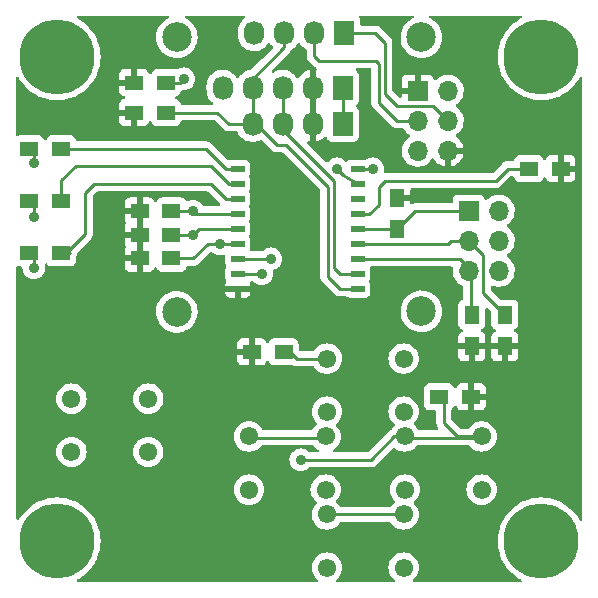
<source format=gtl>
%TF.GenerationSoftware,KiCad,Pcbnew,(6.0.1)*%
%TF.CreationDate,2022-07-08T11:11:27-04:00*%
%TF.ProjectId,MyMenu,4d794d65-6e75-42e6-9b69-6361645f7063,rev?*%
%TF.SameCoordinates,Original*%
%TF.FileFunction,Copper,L1,Top*%
%TF.FilePolarity,Positive*%
%FSLAX46Y46*%
G04 Gerber Fmt 4.6, Leading zero omitted, Abs format (unit mm)*
G04 Created by KiCad (PCBNEW (6.0.1)) date 2022-07-08 11:11:27*
%MOMM*%
%LPD*%
G01*
G04 APERTURE LIST*
%TA.AperFunction,ComponentPad*%
%ADD10C,6.350000*%
%TD*%
%TA.AperFunction,ComponentPad*%
%ADD11C,2.500000*%
%TD*%
%TA.AperFunction,ComponentPad*%
%ADD12R,1.727200X2.032000*%
%TD*%
%TA.AperFunction,ComponentPad*%
%ADD13O,1.727200X2.032000*%
%TD*%
%TA.AperFunction,SMDPad,CuDef*%
%ADD14R,1.500000X1.300000*%
%TD*%
%TA.AperFunction,SMDPad,CuDef*%
%ADD15R,1.300000X1.500000*%
%TD*%
%TA.AperFunction,SMDPad,CuDef*%
%ADD16R,1.143000X0.508000*%
%TD*%
%TA.AperFunction,ComponentPad*%
%ADD17R,1.700000X1.700000*%
%TD*%
%TA.AperFunction,ComponentPad*%
%ADD18O,1.700000X1.700000*%
%TD*%
%TA.AperFunction,ComponentPad*%
%ADD19C,1.549400*%
%TD*%
%TA.AperFunction,ViaPad*%
%ADD20C,0.889000*%
%TD*%
%TA.AperFunction,Conductor*%
%ADD21C,0.254000*%
%TD*%
G04 APERTURE END LIST*
D10*
%TO.P,MTG4,1,1*%
%TO.N,unconnected-(MTG4-Pad1)*%
X45000000Y-45000000D03*
%TD*%
%TO.P,MTG3,1,1*%
%TO.N,unconnected-(MTG3-Pad1)*%
X4000000Y-45000000D03*
%TD*%
%TO.P,MTG2,1,1*%
%TO.N,unconnected-(MTG2-Pad1)*%
X45000000Y-4000000D03*
%TD*%
%TO.P,MTG1,1,1*%
%TO.N,unconnected-(MTG1-Pad1)*%
X4000000Y-4000000D03*
%TD*%
D11*
%TO.P,MTG5,1,1*%
%TO.N,unconnected-(MTG5-Pad1)*%
X34850000Y-25550000D03*
%TD*%
%TO.P,MTG6,1,1*%
%TO.N,unconnected-(MTG6-Pad1)*%
X14150000Y-25600000D03*
%TD*%
%TO.P,MTG7,1,1*%
%TO.N,unconnected-(MTG7-Pad1)*%
X34850000Y-2350000D03*
%TD*%
%TO.P,MTG8,1,1*%
%TO.N,unconnected-(MTG8-Pad1)*%
X14150000Y-2350000D03*
%TD*%
D12*
%TO.P,P2,1*%
%TO.N,/GND*%
X28190000Y-6628000D03*
D13*
%TO.P,P2,2*%
%TO.N,/VCC*%
X25650000Y-6628000D03*
%TO.P,P2,3*%
%TO.N,/SDA*%
X23110000Y-6628000D03*
%TO.P,P2,4*%
%TO.N,/SCL*%
X20570000Y-6628000D03*
%TO.P,P2,5*%
%TO.N,/INT\u002A*%
X18030000Y-6628000D03*
%TD*%
D14*
%TO.P,R12,1*%
%TO.N,/VCC*%
X46642000Y-13462000D03*
%TO.P,R12,2*%
%TO.N,Net-(R12-Pad2)*%
X43942000Y-13462000D03*
%TD*%
D15*
%TO.P,R13,1*%
%TO.N,/VCC*%
X32766000Y-15922000D03*
%TO.P,R13,2*%
%TO.N,/A0*%
X32766000Y-18622000D03*
%TD*%
%TO.P,R15,1*%
%TO.N,/VCC*%
X41910000Y-28528000D03*
%TO.P,R15,2*%
%TO.N,/A1*%
X41910000Y-25828000D03*
%TD*%
%TO.P,R17,1*%
%TO.N,/VCC*%
X39116000Y-28528000D03*
%TO.P,R17,2*%
%TO.N,/A2*%
X39116000Y-25828000D03*
%TD*%
D14*
%TO.P,R1,1*%
%TO.N,/VCC*%
X10534000Y-6180000D03*
%TO.P,R1,2*%
%TO.N,/SDA*%
X13234000Y-6180000D03*
%TD*%
%TO.P,R2,1*%
%TO.N,/VCC*%
X10534000Y-8720000D03*
%TO.P,R2,2*%
%TO.N,/SCL*%
X13234000Y-8720000D03*
%TD*%
%TO.P,R5,1*%
%TO.N,Net-(R5-Pad1)*%
X4350000Y-20600000D03*
%TO.P,R5,2*%
%TO.N,Net-(D3-Pad1)*%
X1650000Y-20600000D03*
%TD*%
%TO.P,R4,1*%
%TO.N,Net-(R4-Pad1)*%
X4350000Y-16200000D03*
%TO.P,R4,2*%
%TO.N,Net-(D2-Pad1)*%
X1650000Y-16200000D03*
%TD*%
%TO.P,R3,1*%
%TO.N,Net-(R3-Pad1)*%
X4350000Y-11800000D03*
%TO.P,R3,2*%
%TO.N,Net-(D1-Pad1)*%
X1650000Y-11800000D03*
%TD*%
%TO.P,R6,1*%
%TO.N,/VCC*%
X10990000Y-17070000D03*
%TO.P,R6,2*%
%TO.N,Net-(R6-Pad2)*%
X13690000Y-17070000D03*
%TD*%
%TO.P,R7,1*%
%TO.N,/VCC*%
X10990000Y-19070000D03*
%TO.P,R7,2*%
%TO.N,Net-(R7-Pad2)*%
X13690000Y-19070000D03*
%TD*%
%TO.P,R8,1*%
%TO.N,/VCC*%
X10990000Y-21070000D03*
%TO.P,R8,2*%
%TO.N,Net-(R8-Pad2)*%
X13690000Y-21070000D03*
%TD*%
%TO.P,R9,1*%
%TO.N,/VCC*%
X20490000Y-28980000D03*
%TO.P,R9,2*%
%TO.N,Net-(R9-Pad2)*%
X23190000Y-28980000D03*
%TD*%
%TO.P,R19,1*%
%TO.N,/VCC*%
X39065000Y-32790000D03*
%TO.P,R19,2*%
%TO.N,Net-(R19-Pad2)*%
X36365000Y-32790000D03*
%TD*%
D16*
%TO.P,U1,1,SCL*%
%TO.N,/SCL*%
X29460000Y-23646000D03*
%TO.P,U1,2,SDA*%
%TO.N,/SDA*%
X29460000Y-22376000D03*
%TO.P,U1,3,A2*%
%TO.N,/A2*%
X29460000Y-21106000D03*
%TO.P,U1,4,A1*%
%TO.N,/A1*%
X29460000Y-19836000D03*
%TO.P,U1,5,A0*%
%TO.N,/A0*%
X29460000Y-18566000D03*
%TO.P,U1,6,~{RST}*%
%TO.N,Net-(R12-Pad2)*%
X29460000Y-17296000D03*
%TO.P,U1,7*%
%TO.N,N/C*%
X29460000Y-16026000D03*
%TO.P,U1,8,INT*%
%TO.N,/INT\u002A*%
X29460000Y-14756000D03*
%TO.P,U1,9,VSS*%
%TO.N,/GND*%
X29460000Y-13486000D03*
%TO.P,U1,10,GP0*%
%TO.N,Net-(R3-Pad1)*%
X19300000Y-13486000D03*
%TO.P,U1,11,GP1*%
%TO.N,Net-(R4-Pad1)*%
X19300000Y-14756000D03*
%TO.P,U1,12,GP2*%
%TO.N,Net-(R5-Pad1)*%
X19300000Y-16026000D03*
%TO.P,U1,13,GP3*%
%TO.N,Net-(R6-Pad2)*%
X19300000Y-17296000D03*
%TO.P,U1,14,GP4*%
%TO.N,Net-(R7-Pad2)*%
X19300000Y-18566000D03*
%TO.P,U1,15,GP5*%
%TO.N,Net-(R8-Pad2)*%
X19300000Y-19836000D03*
%TO.P,U1,16,GP6*%
%TO.N,Net-(R9-Pad2)*%
X19300000Y-21106000D03*
%TO.P,U1,17,GP7*%
%TO.N,Net-(R19-Pad2)*%
X19300000Y-22376000D03*
%TO.P,U1,18,VDD*%
%TO.N,/VCC*%
X19300000Y-23646000D03*
%TD*%
D12*
%TO.P,P3,1,P1*%
%TO.N,/GND*%
X28190000Y-9676000D03*
D13*
%TO.P,P3,2,P2*%
%TO.N,/VCC*%
X25650000Y-9676000D03*
%TO.P,P3,3,P3*%
%TO.N,/SDA*%
X23110000Y-9676000D03*
%TO.P,P3,4,P4*%
%TO.N,/SCL*%
X20570000Y-9676000D03*
%TD*%
D17*
%TO.P,J2,1,Pin_1*%
%TO.N,/A0*%
X38857000Y-17033000D03*
D18*
%TO.P,J2,2,Pin_2*%
%TO.N,/GND*%
X41397000Y-17033000D03*
%TO.P,J2,3,Pin_3*%
%TO.N,/A1*%
X38857000Y-19573000D03*
%TO.P,J2,4,Pin_4*%
%TO.N,/GND*%
X41397000Y-19573000D03*
%TO.P,J2,5,Pin_5*%
%TO.N,/A2*%
X38857000Y-22113000D03*
%TO.P,J2,6,Pin_6*%
%TO.N,/GND*%
X41397000Y-22113000D03*
%TD*%
D17*
%TO.P,J1,1,Pin_1*%
%TO.N,/VCC*%
X34539000Y-6873000D03*
D18*
%TO.P,J1,2,Pin_2*%
%TO.N,/GND*%
X37079000Y-6873000D03*
%TO.P,J1,3,Pin_3*%
%TO.N,Net-(J1-Pad3)*%
X34539000Y-9413000D03*
%TO.P,J1,4,Pin_4*%
%TO.N,Net-(J1-Pad4)*%
X37079000Y-9413000D03*
%TO.P,J1,5,Pin_5*%
%TO.N,/GND*%
X34539000Y-11953000D03*
%TO.P,J1,6,Pin_6*%
%TO.N,/VCC*%
X37079000Y-11953000D03*
%TD*%
D12*
%TO.P,P1,1,P1*%
%TO.N,Net-(J1-Pad4)*%
X28310000Y-2000000D03*
D13*
%TO.P,P1,2,P2*%
%TO.N,Net-(J1-Pad3)*%
X25770000Y-2000000D03*
%TO.P,P1,3,P3*%
%TO.N,/SCL*%
X23230000Y-2000000D03*
%TO.P,P1,4,P4*%
%TO.N,/SDA*%
X20690000Y-2000000D03*
%TD*%
D19*
%TO.P,SW1,1,1*%
%TO.N,Net-(R19-Pad2)*%
X39951200Y-36149560D03*
%TO.P,SW1,2,2*%
X33448800Y-36149560D03*
%TO.P,SW1,3,3*%
%TO.N,/GND*%
X39951200Y-40650440D03*
%TO.P,SW1,4,4*%
X33448800Y-40650440D03*
%TD*%
%TO.P,SW2,1,1*%
%TO.N,Net-(R9-Pad2)*%
X33351200Y-29549560D03*
%TO.P,SW2,2,2*%
X26848800Y-29549560D03*
%TO.P,SW2,3,3*%
%TO.N,/GND*%
X33351200Y-34050440D03*
%TO.P,SW2,4,4*%
X26848800Y-34050440D03*
%TD*%
%TO.P,SW3,1,1*%
%TO.N,Net-(R8-Pad2)*%
X33351200Y-42749560D03*
%TO.P,SW3,2,2*%
X26848800Y-42749560D03*
%TO.P,SW3,3,3*%
%TO.N,/GND*%
X33351200Y-47250440D03*
%TO.P,SW3,4,4*%
X26848800Y-47250440D03*
%TD*%
%TO.P,SW4,1,1*%
%TO.N,Net-(R7-Pad2)*%
X26751200Y-36149560D03*
%TO.P,SW4,2,2*%
X20248800Y-36149560D03*
%TO.P,SW4,3,3*%
%TO.N,/GND*%
X26751200Y-40650440D03*
%TO.P,SW4,4,4*%
X20248800Y-40650440D03*
%TD*%
%TO.P,SW5,1,1*%
%TO.N,Net-(R6-Pad2)*%
X11727200Y-32949560D03*
%TO.P,SW5,2,2*%
X5224800Y-32949560D03*
%TO.P,SW5,3,3*%
%TO.N,/GND*%
X11727200Y-37450440D03*
%TO.P,SW5,4,4*%
X5224800Y-37450440D03*
%TD*%
D20*
%TO.N,/GND*%
X30730000Y-13486000D03*
%TO.N,/SDA*%
X14728000Y-5866000D03*
%TO.N,Net-(D1-Pad1)*%
X2028000Y-12978000D03*
%TO.N,Net-(D2-Pad1)*%
X2028000Y-17550000D03*
%TO.N,Net-(D3-Pad1)*%
X2028000Y-21868000D03*
%TO.N,Net-(R6-Pad2)*%
X15518000Y-17070000D03*
%TO.N,Net-(R7-Pad2)*%
X15490000Y-19074000D03*
%TO.N,Net-(R8-Pad2)*%
X17776000Y-19836000D03*
%TO.N,Net-(R9-Pad2)*%
X22094000Y-21106000D03*
%TO.N,Net-(R19-Pad2)*%
X21332000Y-22376000D03*
X24634000Y-38124000D03*
%TO.N,/INT\u002A*%
X27682000Y-13486000D03*
%TD*%
D21*
%TO.N,/A0*%
X34335489Y-17052511D02*
X32766000Y-18622000D01*
X29460000Y-18566000D02*
X32710000Y-18566000D01*
X32710000Y-18566000D02*
X32766000Y-18622000D01*
X38837489Y-17052511D02*
X34335489Y-17052511D01*
X38857000Y-17033000D02*
X38837489Y-17052511D01*
%TO.N,/A1*%
X40087511Y-24005511D02*
X40087511Y-20803511D01*
X40087511Y-20803511D02*
X38857000Y-19573000D01*
X41910000Y-25828000D02*
X40087511Y-24005511D01*
X29460000Y-19836000D02*
X37090000Y-19836000D01*
X37090000Y-19836000D02*
X37353000Y-19573000D01*
X37353000Y-19573000D02*
X38857000Y-19573000D01*
%TO.N,/A2*%
X38114000Y-21106000D02*
X39121000Y-22113000D01*
X39036000Y-22198000D02*
X39121000Y-22113000D01*
X29460000Y-21106000D02*
X38114000Y-21106000D01*
X39036000Y-25654000D02*
X39036000Y-22198000D01*
%TO.N,/GND*%
X29460000Y-13486000D02*
X30730000Y-13486000D01*
X28190000Y-9676000D02*
X28190000Y-6628000D01*
%TO.N,/SCL*%
X20570000Y-5866000D02*
X23230000Y-3206000D01*
X23230000Y-3206000D02*
X23230000Y-2000000D01*
X20824000Y-9676000D02*
X22602000Y-11454000D01*
X18538000Y-9676000D02*
X17582000Y-8720000D01*
X17582000Y-8720000D02*
X13234000Y-8720000D01*
X26919998Y-15009998D02*
X23364000Y-11454000D01*
X23364000Y-11454000D02*
X22602000Y-11454000D01*
X27936000Y-23646000D02*
X26919998Y-22629998D01*
X26919998Y-22629998D02*
X26919998Y-15009998D01*
X20570000Y-6628000D02*
X20570000Y-5866000D01*
X29460000Y-23646000D02*
X27936000Y-23646000D01*
X20570000Y-9676000D02*
X20570000Y-6628000D01*
X18538000Y-9676000D02*
X20925600Y-9676000D01*
%TO.N,/SDA*%
X23110000Y-10438000D02*
X23110000Y-6628000D01*
X14414000Y-6180000D02*
X14728000Y-5866000D01*
X27428000Y-14502000D02*
X23110000Y-10184000D01*
X27936000Y-22376000D02*
X27428000Y-21868000D01*
X27428000Y-21868000D02*
X27428000Y-14502000D01*
X29460000Y-22376000D02*
X27936000Y-22376000D01*
X13234000Y-6180000D02*
X14414000Y-6180000D01*
%TO.N,/VCC*%
X25650000Y-6628000D02*
X25650000Y-9676000D01*
X39065000Y-32790000D02*
X39065000Y-32235000D01*
%TO.N,Net-(D1-Pad1)*%
X2028000Y-12978000D02*
X2047500Y-12958500D01*
X2047500Y-12958500D02*
X2047500Y-11800000D01*
%TO.N,Net-(D2-Pad1)*%
X2047500Y-17530500D02*
X2028000Y-17550000D01*
X2047500Y-16200000D02*
X2047500Y-17530500D01*
%TO.N,Net-(D3-Pad1)*%
X2028000Y-21868000D02*
X2047500Y-21848500D01*
X2047500Y-21848500D02*
X2047500Y-20600000D01*
%TO.N,Net-(R12-Pad2)*%
X31750000Y-14478000D02*
X41148000Y-14478000D01*
X41148000Y-14478000D02*
X42164000Y-13462000D01*
X31242000Y-14986000D02*
X31750000Y-14478000D01*
X31242000Y-16510000D02*
X31242000Y-14986000D01*
X29460000Y-17296000D02*
X30456000Y-17296000D01*
X30456000Y-17296000D02*
X31242000Y-16510000D01*
X42164000Y-13462000D02*
X43942000Y-13462000D01*
%TO.N,Net-(R3-Pad1)*%
X18284000Y-13486000D02*
X16598000Y-11800000D01*
X16598000Y-11800000D02*
X4350000Y-11800000D01*
X19300000Y-13486000D02*
X18284000Y-13486000D01*
%TO.N,Net-(R4-Pad1)*%
X18538000Y-14756000D02*
X17014000Y-13232000D01*
X17014000Y-13232000D02*
X5584000Y-13232000D01*
X5584000Y-13232000D02*
X4350000Y-14466000D01*
X4350000Y-14466000D02*
X4350000Y-16200000D01*
X19300000Y-14756000D02*
X18538000Y-14756000D01*
%TO.N,Net-(R5-Pad1)*%
X4800000Y-20600000D02*
X6400000Y-19000000D01*
X6400000Y-15600000D02*
X6400000Y-19000000D01*
X18284000Y-16026000D02*
X17014000Y-14756000D01*
X17014000Y-14756000D02*
X7162424Y-14756000D01*
X7162424Y-14756000D02*
X6359212Y-15559212D01*
X6359212Y-15559212D02*
X6359212Y-15640788D01*
X6359212Y-15640788D02*
X6400000Y-15600000D01*
X5074000Y-20600000D02*
X4350000Y-20600000D01*
X19300000Y-16026000D02*
X18284000Y-16026000D01*
X3952500Y-20600000D02*
X4800000Y-20600000D01*
%TO.N,Net-(R6-Pad2)*%
X15744000Y-17296000D02*
X15518000Y-17070000D01*
X15518000Y-17070000D02*
X13690000Y-17070000D01*
X19300000Y-17296000D02*
X15744000Y-17296000D01*
%TO.N,Net-(R7-Pad2)*%
X15486000Y-19070000D02*
X15490000Y-19074000D01*
X15998000Y-18566000D02*
X15490000Y-19074000D01*
X20348800Y-36249560D02*
X26851200Y-36249560D01*
X13690000Y-19070000D02*
X15486000Y-19070000D01*
X19300000Y-18566000D02*
X15998000Y-18566000D01*
%TO.N,Net-(R8-Pad2)*%
X16760000Y-19836000D02*
X15526000Y-21070000D01*
X15526000Y-21070000D02*
X13690000Y-21070000D01*
X16760000Y-19836000D02*
X19300000Y-19836000D01*
X26848800Y-42749560D02*
X33351200Y-42749560D01*
%TO.N,Net-(R9-Pad2)*%
X23745000Y-28980000D02*
X24314560Y-29549560D01*
X24314560Y-29549560D02*
X26848800Y-29549560D01*
X19300000Y-21106000D02*
X22094000Y-21106000D01*
X22792500Y-28980000D02*
X23745000Y-28980000D01*
%TO.N,Net-(R19-Pad2)*%
X36762500Y-35012500D02*
X37899560Y-36149560D01*
X37899560Y-36149560D02*
X39951200Y-36149560D01*
X32565560Y-36149560D02*
X30591120Y-38124000D01*
X30591120Y-38124000D02*
X24634000Y-38124000D01*
X33348800Y-36249560D02*
X39851200Y-36249560D01*
X19300000Y-22376000D02*
X21332000Y-22376000D01*
X33448800Y-36149560D02*
X32565560Y-36149560D01*
X36762500Y-32790000D02*
X36762500Y-35012500D01*
%TO.N,Net-(J1-Pad3)*%
X34539000Y-9413000D02*
X32781000Y-9413000D01*
X31242000Y-7874000D02*
X31242000Y-4572000D01*
X30988000Y-4318000D02*
X26162000Y-4318000D01*
X25770000Y-3926000D02*
X25770000Y-2000000D01*
X31242000Y-4572000D02*
X30988000Y-4318000D01*
X26162000Y-4318000D02*
X25770000Y-3926000D01*
X32781000Y-9413000D02*
X31242000Y-7874000D01*
%TO.N,Net-(J1-Pad4)*%
X32766000Y-8128000D02*
X31750000Y-7112000D01*
X31750000Y-2794000D02*
X30956000Y-2000000D01*
X31750000Y-7112000D02*
X31750000Y-2794000D01*
X30956000Y-2000000D02*
X28310000Y-2000000D01*
X37079000Y-9413000D02*
X35794000Y-8128000D01*
X35794000Y-8128000D02*
X32766000Y-8128000D01*
%TO.N,/INT\u002A*%
X27682000Y-13486000D02*
X28186000Y-13990000D01*
X28186000Y-13990000D02*
X29460000Y-14756000D01*
%TD*%
%TA.AperFunction,Conductor*%
%TO.N,/VCC*%
G36*
X13438948Y-528002D02*
G01*
X13485441Y-581658D01*
X13495545Y-651932D01*
X13466051Y-716512D01*
X13423578Y-748426D01*
X13295072Y-807668D01*
X13256067Y-833241D01*
X13080404Y-948410D01*
X13080399Y-948414D01*
X13076491Y-950976D01*
X12881494Y-1125018D01*
X12714363Y-1325970D01*
X12711934Y-1329973D01*
X12582318Y-1543574D01*
X12578771Y-1549419D01*
X12477697Y-1790455D01*
X12413359Y-2043783D01*
X12387173Y-2303839D01*
X12387397Y-2308505D01*
X12387397Y-2308511D01*
X12391168Y-2387014D01*
X12399713Y-2564908D01*
X12450704Y-2821256D01*
X12539026Y-3067252D01*
X12541242Y-3071376D01*
X12605753Y-3191437D01*
X12662737Y-3297491D01*
X12665532Y-3301234D01*
X12665534Y-3301237D01*
X12816330Y-3503177D01*
X12816335Y-3503183D01*
X12819122Y-3506915D01*
X12822431Y-3510195D01*
X12822436Y-3510201D01*
X12992210Y-3678499D01*
X13004743Y-3690923D01*
X13008505Y-3693681D01*
X13008508Y-3693684D01*
X13211750Y-3842707D01*
X13215524Y-3845474D01*
X13219667Y-3847654D01*
X13219669Y-3847655D01*
X13442684Y-3964989D01*
X13442689Y-3964991D01*
X13446834Y-3967172D01*
X13576744Y-4012539D01*
X13671839Y-4045748D01*
X13693590Y-4053344D01*
X13698183Y-4054216D01*
X13945785Y-4101224D01*
X13945788Y-4101224D01*
X13950374Y-4102095D01*
X14080958Y-4107226D01*
X14206875Y-4112174D01*
X14206881Y-4112174D01*
X14211543Y-4112357D01*
X14290977Y-4103657D01*
X14466707Y-4084412D01*
X14466712Y-4084411D01*
X14471360Y-4083902D01*
X14584116Y-4054216D01*
X14719594Y-4018548D01*
X14719596Y-4018547D01*
X14724117Y-4017357D01*
X14764517Y-4000000D01*
X14852900Y-3962027D01*
X14964262Y-3914182D01*
X15186519Y-3776646D01*
X15190082Y-3773629D01*
X15190087Y-3773626D01*
X15382439Y-3610787D01*
X15382440Y-3610786D01*
X15386005Y-3607768D01*
X15431420Y-3555982D01*
X15555257Y-3414774D01*
X15555261Y-3414769D01*
X15558339Y-3411259D01*
X15580842Y-3376275D01*
X15697205Y-3195367D01*
X15699733Y-3191437D01*
X15807083Y-2953129D01*
X15837197Y-2846355D01*
X15876760Y-2706076D01*
X15876761Y-2706073D01*
X15878030Y-2701572D01*
X15887474Y-2627332D01*
X15910616Y-2445421D01*
X15910616Y-2445417D01*
X15911014Y-2442291D01*
X15913431Y-2350000D01*
X15909655Y-2299185D01*
X15894407Y-2094000D01*
X15894406Y-2093996D01*
X15894061Y-2089348D01*
X15882725Y-2039248D01*
X15837408Y-1838980D01*
X15836377Y-1834423D01*
X15817603Y-1786146D01*
X15743340Y-1595176D01*
X15743339Y-1595173D01*
X15741647Y-1590823D01*
X15715409Y-1544915D01*
X15686377Y-1494121D01*
X15611951Y-1363902D01*
X15450138Y-1158643D01*
X15259763Y-979557D01*
X15045009Y-830576D01*
X15015943Y-816242D01*
X14875546Y-747006D01*
X14823297Y-698938D01*
X14805330Y-630252D01*
X14827349Y-562756D01*
X14882364Y-517880D01*
X14931274Y-508000D01*
X19803991Y-508000D01*
X19872112Y-528002D01*
X19918605Y-581658D01*
X19928709Y-651932D01*
X19899215Y-716512D01*
X19880179Y-734016D01*
X19878641Y-734949D01*
X19863110Y-748426D01*
X19709709Y-881540D01*
X19702770Y-887561D01*
X19699387Y-891687D01*
X19699383Y-891691D01*
X19652877Y-948410D01*
X19555128Y-1067624D01*
X19552489Y-1072260D01*
X19552487Y-1072263D01*
X19457860Y-1238500D01*
X19439935Y-1269989D01*
X19438114Y-1275005D01*
X19438112Y-1275010D01*
X19368349Y-1467203D01*
X19360485Y-1488869D01*
X19359536Y-1494118D01*
X19359535Y-1494121D01*
X19349536Y-1549419D01*
X19319050Y-1718007D01*
X19317900Y-1742394D01*
X19317900Y-2210868D01*
X19318125Y-2213517D01*
X19329974Y-2353160D01*
X19332626Y-2384420D01*
X19333964Y-2389577D01*
X19333965Y-2389580D01*
X19383964Y-2582215D01*
X19391125Y-2609806D01*
X19393317Y-2614672D01*
X19393318Y-2614675D01*
X19407828Y-2646886D01*
X19486762Y-2822113D01*
X19616804Y-3015272D01*
X19620483Y-3019129D01*
X19620485Y-3019131D01*
X19666657Y-3067531D01*
X19777532Y-3183758D01*
X19964350Y-3322754D01*
X19969102Y-3325170D01*
X20092310Y-3387812D01*
X20171916Y-3428286D01*
X20260120Y-3455674D01*
X20389193Y-3495753D01*
X20389199Y-3495754D01*
X20394296Y-3497337D01*
X20491354Y-3510201D01*
X20619848Y-3527232D01*
X20619852Y-3527232D01*
X20625132Y-3527932D01*
X20630462Y-3527732D01*
X20630463Y-3527732D01*
X20741477Y-3523565D01*
X20857822Y-3519197D01*
X21016541Y-3485894D01*
X21080486Y-3472477D01*
X21080489Y-3472476D01*
X21085713Y-3471380D01*
X21302290Y-3385850D01*
X21501359Y-3265051D01*
X21513754Y-3254295D01*
X21673197Y-3115939D01*
X21673199Y-3115937D01*
X21677230Y-3112439D01*
X21680613Y-3108313D01*
X21680617Y-3108309D01*
X21804359Y-2957393D01*
X21824872Y-2932376D01*
X21850845Y-2886748D01*
X21901927Y-2837442D01*
X21971558Y-2823580D01*
X22037629Y-2849563D01*
X22064867Y-2878713D01*
X22156804Y-3015272D01*
X22160483Y-3019129D01*
X22160485Y-3019131D01*
X22250151Y-3113125D01*
X22282698Y-3176222D01*
X22275966Y-3246899D01*
X22248076Y-3289192D01*
X21350044Y-4187223D01*
X20461963Y-5075304D01*
X20398742Y-5109524D01*
X20395258Y-5110255D01*
X20179514Y-5155523D01*
X20179511Y-5155524D01*
X20174287Y-5156620D01*
X19957710Y-5242150D01*
X19758641Y-5362949D01*
X19754611Y-5366446D01*
X19589709Y-5509540D01*
X19582770Y-5515561D01*
X19579387Y-5519687D01*
X19579383Y-5519691D01*
X19531398Y-5578214D01*
X19435128Y-5695624D01*
X19432489Y-5700260D01*
X19432487Y-5700263D01*
X19409155Y-5741252D01*
X19358073Y-5790558D01*
X19288442Y-5804420D01*
X19222371Y-5778437D01*
X19195133Y-5749287D01*
X19134425Y-5659114D01*
X19103196Y-5612728D01*
X19062127Y-5569676D01*
X18946152Y-5448104D01*
X18942468Y-5444242D01*
X18755650Y-5305246D01*
X18628574Y-5240637D01*
X18552842Y-5202133D01*
X18552841Y-5202133D01*
X18548084Y-5199714D01*
X18409299Y-5156620D01*
X18330807Y-5132247D01*
X18330801Y-5132246D01*
X18325704Y-5130663D01*
X18201340Y-5114180D01*
X18100152Y-5100768D01*
X18100148Y-5100768D01*
X18094868Y-5100068D01*
X18089538Y-5100268D01*
X18089537Y-5100268D01*
X17978523Y-5104436D01*
X17862178Y-5108803D01*
X17792291Y-5123467D01*
X17639514Y-5155523D01*
X17639511Y-5155524D01*
X17634287Y-5156620D01*
X17417710Y-5242150D01*
X17218641Y-5362949D01*
X17214611Y-5366446D01*
X17049709Y-5509540D01*
X17042770Y-5515561D01*
X17039387Y-5519687D01*
X17039383Y-5519691D01*
X16991398Y-5578214D01*
X16895128Y-5695624D01*
X16892489Y-5700260D01*
X16892487Y-5700263D01*
X16812184Y-5841335D01*
X16779935Y-5897989D01*
X16778114Y-5903005D01*
X16778112Y-5903010D01*
X16702305Y-6111854D01*
X16700485Y-6116869D01*
X16659050Y-6346007D01*
X16657900Y-6370394D01*
X16657900Y-6838868D01*
X16658125Y-6841517D01*
X16670913Y-6992226D01*
X16672626Y-7012420D01*
X16673964Y-7017577D01*
X16673965Y-7017580D01*
X16719388Y-7192584D01*
X16731125Y-7237806D01*
X16733317Y-7242672D01*
X16733318Y-7242675D01*
X16789847Y-7368165D01*
X16826762Y-7450113D01*
X16956804Y-7643272D01*
X16960483Y-7647129D01*
X16960485Y-7647131D01*
X17026057Y-7715868D01*
X17117532Y-7811758D01*
X17144666Y-7831946D01*
X17178891Y-7857410D01*
X17221605Y-7914121D01*
X17226878Y-7984921D01*
X17193036Y-8047333D01*
X17130824Y-8081541D01*
X17103679Y-8084500D01*
X14612358Y-8084500D01*
X14544237Y-8064498D01*
X14497744Y-8010842D01*
X14487095Y-7972111D01*
X14486598Y-7967539D01*
X14485745Y-7959684D01*
X14434615Y-7823295D01*
X14347261Y-7706739D01*
X14230705Y-7619385D01*
X14094316Y-7568255D01*
X14095437Y-7565263D01*
X14046602Y-7537362D01*
X14013784Y-7474406D01*
X14020213Y-7403701D01*
X14063847Y-7347696D01*
X14094968Y-7333483D01*
X14094316Y-7331745D01*
X14222297Y-7283767D01*
X14230705Y-7280615D01*
X14347261Y-7193261D01*
X14434615Y-7076705D01*
X14485745Y-6940316D01*
X14487374Y-6925321D01*
X14514616Y-6859759D01*
X14572979Y-6819333D01*
X14627555Y-6813815D01*
X14707945Y-6823401D01*
X14714080Y-6822929D01*
X14714082Y-6822929D01*
X14770119Y-6818617D01*
X14894287Y-6809063D01*
X15074296Y-6758804D01*
X15079785Y-6756031D01*
X15079791Y-6756029D01*
X15157159Y-6716947D01*
X15241114Y-6674538D01*
X15265454Y-6655522D01*
X15315880Y-6616124D01*
X15388387Y-6559475D01*
X15392413Y-6554811D01*
X15392416Y-6554808D01*
X15496694Y-6434000D01*
X15510507Y-6417998D01*
X15602821Y-6255495D01*
X15613135Y-6224492D01*
X15659867Y-6084009D01*
X15661814Y-6078157D01*
X15669775Y-6015138D01*
X15684796Y-5896241D01*
X15684797Y-5896232D01*
X15685238Y-5892738D01*
X15685611Y-5866000D01*
X15667373Y-5679999D01*
X15661420Y-5660280D01*
X15629380Y-5554161D01*
X15613355Y-5501083D01*
X15525615Y-5336066D01*
X15500479Y-5305246D01*
X15411388Y-5196010D01*
X15411385Y-5196007D01*
X15407493Y-5191235D01*
X15395810Y-5181570D01*
X15268239Y-5076034D01*
X15268236Y-5076032D01*
X15263489Y-5072105D01*
X15099089Y-4983214D01*
X15003099Y-4953500D01*
X14926441Y-4929770D01*
X14926438Y-4929769D01*
X14920554Y-4927948D01*
X14914429Y-4927304D01*
X14914428Y-4927304D01*
X14740813Y-4909056D01*
X14740812Y-4909056D01*
X14734685Y-4908412D01*
X14616087Y-4919206D01*
X14554703Y-4924792D01*
X14554702Y-4924792D01*
X14548562Y-4925351D01*
X14542648Y-4927092D01*
X14542646Y-4927092D01*
X14420466Y-4963052D01*
X14369273Y-4978119D01*
X14363808Y-4980976D01*
X14248484Y-5041265D01*
X14178848Y-5055099D01*
X14145880Y-5047585D01*
X14101718Y-5031029D01*
X14101711Y-5031027D01*
X14094316Y-5028255D01*
X14032134Y-5021500D01*
X12435866Y-5021500D01*
X12373684Y-5028255D01*
X12237295Y-5079385D01*
X12120739Y-5166739D01*
X12033385Y-5283295D01*
X12030233Y-5291703D01*
X12001715Y-5367774D01*
X11959073Y-5424538D01*
X11892512Y-5449238D01*
X11823163Y-5434030D01*
X11773045Y-5383744D01*
X11765751Y-5367774D01*
X11737324Y-5291946D01*
X11728786Y-5276351D01*
X11652285Y-5174276D01*
X11639724Y-5161715D01*
X11537649Y-5085214D01*
X11522054Y-5076676D01*
X11401606Y-5031522D01*
X11386351Y-5027895D01*
X11335486Y-5022369D01*
X11328672Y-5022000D01*
X10806115Y-5022000D01*
X10790876Y-5026475D01*
X10789671Y-5027865D01*
X10788000Y-5035548D01*
X10788000Y-6308000D01*
X10767998Y-6376121D01*
X10714342Y-6422614D01*
X10662000Y-6434000D01*
X9294116Y-6434000D01*
X9278877Y-6438475D01*
X9277672Y-6439865D01*
X9276001Y-6447548D01*
X9276001Y-6874669D01*
X9276371Y-6881490D01*
X9281895Y-6932352D01*
X9285521Y-6947604D01*
X9330676Y-7068054D01*
X9339214Y-7083649D01*
X9415715Y-7185724D01*
X9428276Y-7198285D01*
X9530351Y-7274786D01*
X9545946Y-7283324D01*
X9673793Y-7331252D01*
X9672884Y-7333676D01*
X9723575Y-7362632D01*
X9756397Y-7425586D01*
X9749973Y-7496292D01*
X9706343Y-7552300D01*
X9673286Y-7567396D01*
X9673793Y-7568748D01*
X9545946Y-7616676D01*
X9530351Y-7625214D01*
X9428276Y-7701715D01*
X9415715Y-7714276D01*
X9339214Y-7816351D01*
X9330676Y-7831946D01*
X9285522Y-7952394D01*
X9281895Y-7967649D01*
X9276369Y-8018514D01*
X9276000Y-8025328D01*
X9276000Y-8447885D01*
X9280475Y-8463124D01*
X9281865Y-8464329D01*
X9289548Y-8466000D01*
X10662000Y-8466000D01*
X10730121Y-8486002D01*
X10776614Y-8539658D01*
X10788000Y-8592000D01*
X10788000Y-9859884D01*
X10792475Y-9875123D01*
X10793865Y-9876328D01*
X10801548Y-9877999D01*
X11328669Y-9877999D01*
X11335490Y-9877629D01*
X11386352Y-9872105D01*
X11401604Y-9868479D01*
X11522054Y-9823324D01*
X11537649Y-9814786D01*
X11639724Y-9738285D01*
X11652285Y-9725724D01*
X11728786Y-9623649D01*
X11737324Y-9608054D01*
X11765751Y-9532226D01*
X11808393Y-9475462D01*
X11874954Y-9450762D01*
X11944303Y-9465970D01*
X11994421Y-9516256D01*
X12001715Y-9532226D01*
X12033385Y-9616705D01*
X12120739Y-9733261D01*
X12237295Y-9820615D01*
X12373684Y-9871745D01*
X12435866Y-9878500D01*
X14032134Y-9878500D01*
X14094316Y-9871745D01*
X14230705Y-9820615D01*
X14347261Y-9733261D01*
X14434615Y-9616705D01*
X14485745Y-9480316D01*
X14487095Y-9467889D01*
X14514339Y-9402327D01*
X14572703Y-9361903D01*
X14612358Y-9355500D01*
X17266578Y-9355500D01*
X17334699Y-9375502D01*
X17355673Y-9392405D01*
X18032745Y-10069477D01*
X18040322Y-10077803D01*
X18044447Y-10084303D01*
X18050225Y-10089729D01*
X18050226Y-10089730D01*
X18094281Y-10131100D01*
X18097123Y-10133855D01*
X18116906Y-10153638D01*
X18120114Y-10156126D01*
X18129143Y-10163837D01*
X18161494Y-10194217D01*
X18168443Y-10198037D01*
X18179329Y-10204022D01*
X18195853Y-10214876D01*
X18211933Y-10227349D01*
X18219210Y-10230498D01*
X18252650Y-10244969D01*
X18263311Y-10250192D01*
X18295247Y-10267749D01*
X18295252Y-10267751D01*
X18302197Y-10271569D01*
X18309871Y-10273539D01*
X18309878Y-10273542D01*
X18321913Y-10276632D01*
X18340618Y-10283036D01*
X18352013Y-10287967D01*
X18359292Y-10291117D01*
X18386342Y-10295401D01*
X18403127Y-10298060D01*
X18414740Y-10300465D01*
X18457718Y-10311500D01*
X18478065Y-10311500D01*
X18497777Y-10313051D01*
X18517879Y-10316235D01*
X18525771Y-10315489D01*
X18562056Y-10312059D01*
X18573914Y-10311500D01*
X19201264Y-10311500D01*
X19269385Y-10331502D01*
X19316146Y-10385750D01*
X19366762Y-10498113D01*
X19496804Y-10691272D01*
X19500483Y-10695129D01*
X19500485Y-10695131D01*
X19501655Y-10696357D01*
X19657532Y-10859758D01*
X19844350Y-10998754D01*
X19849102Y-11001170D01*
X20042328Y-11099411D01*
X20051916Y-11104286D01*
X20158010Y-11137229D01*
X20269193Y-11171753D01*
X20269199Y-11171754D01*
X20274296Y-11173337D01*
X20385146Y-11188029D01*
X20499848Y-11203232D01*
X20499852Y-11203232D01*
X20505132Y-11203932D01*
X20510462Y-11203732D01*
X20510463Y-11203732D01*
X20626685Y-11199369D01*
X20737822Y-11195197D01*
X20849554Y-11171753D01*
X20960486Y-11148477D01*
X20960489Y-11148476D01*
X20965713Y-11147380D01*
X21108877Y-11090842D01*
X21177325Y-11063811D01*
X21177327Y-11063810D01*
X21182290Y-11061850D01*
X21186852Y-11059082D01*
X21186948Y-11059034D01*
X21256859Y-11046662D01*
X21322360Y-11074050D01*
X21332066Y-11082799D01*
X22096750Y-11847483D01*
X22104326Y-11855809D01*
X22108447Y-11862303D01*
X22114222Y-11867726D01*
X22158265Y-11909085D01*
X22161107Y-11911840D01*
X22180906Y-11931639D01*
X22184031Y-11934063D01*
X22184040Y-11934071D01*
X22184126Y-11934137D01*
X22193151Y-11941845D01*
X22225494Y-11972217D01*
X22232438Y-11976035D01*
X22232440Y-11976036D01*
X22243329Y-11982022D01*
X22259847Y-11992873D01*
X22275933Y-12005350D01*
X22316666Y-12022976D01*
X22327314Y-12028193D01*
X22366197Y-12049569D01*
X22373872Y-12051540D01*
X22373878Y-12051542D01*
X22385911Y-12054631D01*
X22404613Y-12061034D01*
X22423292Y-12069117D01*
X22457128Y-12074476D01*
X22467127Y-12076060D01*
X22478740Y-12078465D01*
X22521718Y-12089500D01*
X22542065Y-12089500D01*
X22561777Y-12091051D01*
X22581879Y-12094235D01*
X22589771Y-12093489D01*
X22626056Y-12090059D01*
X22637914Y-12089500D01*
X23048578Y-12089500D01*
X23116699Y-12109502D01*
X23137673Y-12126405D01*
X26247593Y-15236326D01*
X26281619Y-15298638D01*
X26284498Y-15325421D01*
X26284498Y-22550978D01*
X26283968Y-22562212D01*
X26282290Y-22569717D01*
X26283053Y-22594009D01*
X26284436Y-22638010D01*
X26284498Y-22641967D01*
X26284498Y-22669981D01*
X26284994Y-22673906D01*
X26284994Y-22673907D01*
X26285006Y-22674002D01*
X26285939Y-22685847D01*
X26287333Y-22730203D01*
X26290909Y-22742512D01*
X26293011Y-22749746D01*
X26297021Y-22769110D01*
X26299571Y-22789297D01*
X26302487Y-22796661D01*
X26302488Y-22796666D01*
X26315905Y-22830554D01*
X26319750Y-22841783D01*
X26332129Y-22884391D01*
X26336167Y-22891218D01*
X26336168Y-22891221D01*
X26342486Y-22901904D01*
X26351186Y-22919662D01*
X26355759Y-22931213D01*
X26355763Y-22931219D01*
X26358679Y-22938586D01*
X26363337Y-22944997D01*
X26363338Y-22944999D01*
X26384762Y-22974486D01*
X26391279Y-22984408D01*
X26409824Y-23015766D01*
X26409827Y-23015770D01*
X26413864Y-23022596D01*
X26428248Y-23036980D01*
X26441089Y-23052014D01*
X26453056Y-23068485D01*
X26485262Y-23095128D01*
X26487248Y-23096771D01*
X26496029Y-23104761D01*
X27430755Y-24039488D01*
X27438325Y-24047807D01*
X27442447Y-24054303D01*
X27448225Y-24059729D01*
X27448226Y-24059730D01*
X27492265Y-24101085D01*
X27495107Y-24103840D01*
X27514906Y-24123639D01*
X27518031Y-24126063D01*
X27518040Y-24126071D01*
X27518126Y-24126137D01*
X27527151Y-24133845D01*
X27559494Y-24164217D01*
X27566438Y-24168035D01*
X27566440Y-24168036D01*
X27577329Y-24174022D01*
X27593847Y-24184873D01*
X27609933Y-24197350D01*
X27650666Y-24214976D01*
X27661314Y-24220193D01*
X27700197Y-24241569D01*
X27707872Y-24243540D01*
X27707878Y-24243542D01*
X27719911Y-24246631D01*
X27738613Y-24253034D01*
X27757292Y-24261117D01*
X27791128Y-24266476D01*
X27801127Y-24268060D01*
X27812740Y-24270465D01*
X27855718Y-24281500D01*
X27876065Y-24281500D01*
X27895777Y-24283051D01*
X27915879Y-24286235D01*
X27923771Y-24285489D01*
X27960056Y-24282059D01*
X27971914Y-24281500D01*
X28507600Y-24281500D01*
X28575721Y-24301502D01*
X28583160Y-24306670D01*
X28641795Y-24350615D01*
X28778184Y-24401745D01*
X28840366Y-24408500D01*
X30079634Y-24408500D01*
X30141816Y-24401745D01*
X30278205Y-24350615D01*
X30394761Y-24263261D01*
X30482115Y-24146705D01*
X30533245Y-24010316D01*
X30540000Y-23948134D01*
X30540000Y-23343866D01*
X30533245Y-23281684D01*
X30482115Y-23145295D01*
X30438099Y-23086564D01*
X30413251Y-23020059D01*
X30428304Y-22950676D01*
X30438099Y-22935435D01*
X30482115Y-22876705D01*
X30533245Y-22740316D01*
X30540000Y-22678134D01*
X30540000Y-22073866D01*
X30533245Y-22011684D01*
X30530473Y-22004288D01*
X30530471Y-22004282D01*
X30495774Y-21911729D01*
X30490591Y-21840922D01*
X30524512Y-21778553D01*
X30586767Y-21744424D01*
X30613756Y-21741500D01*
X37390210Y-21741500D01*
X37458331Y-21761502D01*
X37504824Y-21815158D01*
X37515497Y-21880889D01*
X37494251Y-22079695D01*
X37494548Y-22084848D01*
X37494548Y-22084851D01*
X37506812Y-22297547D01*
X37507110Y-22302715D01*
X37508247Y-22307761D01*
X37508248Y-22307767D01*
X37528119Y-22395939D01*
X37556222Y-22520639D01*
X37640266Y-22727616D01*
X37666761Y-22770852D01*
X37736338Y-22884391D01*
X37756987Y-22918088D01*
X37903250Y-23086938D01*
X38075126Y-23229632D01*
X38268000Y-23342338D01*
X38272823Y-23344180D01*
X38272832Y-23344184D01*
X38319450Y-23361986D01*
X38375953Y-23404973D01*
X38400245Y-23471685D01*
X38400500Y-23479695D01*
X38400500Y-24472126D01*
X38380498Y-24540247D01*
X38326842Y-24586740D01*
X38318730Y-24590108D01*
X38265045Y-24610234D01*
X38219295Y-24627385D01*
X38102739Y-24714739D01*
X38015385Y-24831295D01*
X37964255Y-24967684D01*
X37957500Y-25029866D01*
X37957500Y-26626134D01*
X37964255Y-26688316D01*
X38015385Y-26824705D01*
X38102739Y-26941261D01*
X38219295Y-27028615D01*
X38227703Y-27031767D01*
X38303774Y-27060285D01*
X38360538Y-27102927D01*
X38385238Y-27169488D01*
X38370030Y-27238837D01*
X38319744Y-27288955D01*
X38303774Y-27296249D01*
X38227946Y-27324676D01*
X38212351Y-27333214D01*
X38110276Y-27409715D01*
X38097715Y-27422276D01*
X38021214Y-27524351D01*
X38012676Y-27539946D01*
X37967522Y-27660394D01*
X37963895Y-27675649D01*
X37958369Y-27726514D01*
X37958000Y-27733328D01*
X37958000Y-28255885D01*
X37962475Y-28271124D01*
X37963865Y-28272329D01*
X37971548Y-28274000D01*
X40255884Y-28274000D01*
X40271123Y-28269525D01*
X40272328Y-28268135D01*
X40273999Y-28260452D01*
X40273999Y-27733331D01*
X40273629Y-27726510D01*
X40268105Y-27675648D01*
X40264479Y-27660396D01*
X40219324Y-27539946D01*
X40210786Y-27524351D01*
X40134285Y-27422276D01*
X40121724Y-27409715D01*
X40019649Y-27333214D01*
X40004054Y-27324676D01*
X39928226Y-27296249D01*
X39871462Y-27253607D01*
X39846762Y-27187046D01*
X39861970Y-27117697D01*
X39912256Y-27067579D01*
X39928226Y-27060285D01*
X40004297Y-27031767D01*
X40012705Y-27028615D01*
X40129261Y-26941261D01*
X40216615Y-26824705D01*
X40267745Y-26688316D01*
X40274500Y-26626134D01*
X40274500Y-25395423D01*
X40294502Y-25327302D01*
X40348158Y-25280809D01*
X40418432Y-25270705D01*
X40483012Y-25300199D01*
X40489589Y-25306322D01*
X40714596Y-25531329D01*
X40748621Y-25593641D01*
X40751500Y-25620424D01*
X40751500Y-26626134D01*
X40758255Y-26688316D01*
X40809385Y-26824705D01*
X40896739Y-26941261D01*
X41013295Y-27028615D01*
X41021703Y-27031767D01*
X41097774Y-27060285D01*
X41154538Y-27102927D01*
X41179238Y-27169488D01*
X41164030Y-27238837D01*
X41113744Y-27288955D01*
X41097774Y-27296249D01*
X41021946Y-27324676D01*
X41006351Y-27333214D01*
X40904276Y-27409715D01*
X40891715Y-27422276D01*
X40815214Y-27524351D01*
X40806676Y-27539946D01*
X40761522Y-27660394D01*
X40757895Y-27675649D01*
X40752369Y-27726514D01*
X40752000Y-27733328D01*
X40752000Y-28255885D01*
X40756475Y-28271124D01*
X40757865Y-28272329D01*
X40765548Y-28274000D01*
X43049884Y-28274000D01*
X43065123Y-28269525D01*
X43066328Y-28268135D01*
X43067999Y-28260452D01*
X43067999Y-27733331D01*
X43067629Y-27726510D01*
X43062105Y-27675648D01*
X43058479Y-27660396D01*
X43013324Y-27539946D01*
X43004786Y-27524351D01*
X42928285Y-27422276D01*
X42915724Y-27409715D01*
X42813649Y-27333214D01*
X42798054Y-27324676D01*
X42722226Y-27296249D01*
X42665462Y-27253607D01*
X42640762Y-27187046D01*
X42655970Y-27117697D01*
X42706256Y-27067579D01*
X42722226Y-27060285D01*
X42798297Y-27031767D01*
X42806705Y-27028615D01*
X42923261Y-26941261D01*
X43010615Y-26824705D01*
X43061745Y-26688316D01*
X43068500Y-26626134D01*
X43068500Y-25029866D01*
X43061745Y-24967684D01*
X43010615Y-24831295D01*
X42923261Y-24714739D01*
X42806705Y-24627385D01*
X42670316Y-24576255D01*
X42608134Y-24569500D01*
X41602423Y-24569500D01*
X41534302Y-24549498D01*
X41513328Y-24532595D01*
X40759916Y-23779183D01*
X40725890Y-23716871D01*
X40723011Y-23690088D01*
X40723011Y-23492873D01*
X40743013Y-23424752D01*
X40796669Y-23378259D01*
X40866943Y-23368155D01*
X40893960Y-23375163D01*
X41016692Y-23422030D01*
X41021760Y-23423061D01*
X41021763Y-23423062D01*
X41129017Y-23444883D01*
X41235597Y-23466567D01*
X41240772Y-23466757D01*
X41240774Y-23466757D01*
X41453673Y-23474564D01*
X41453677Y-23474564D01*
X41458837Y-23474753D01*
X41463957Y-23474097D01*
X41463959Y-23474097D01*
X41675288Y-23447025D01*
X41675289Y-23447025D01*
X41680416Y-23446368D01*
X41685366Y-23444883D01*
X41889429Y-23383661D01*
X41889434Y-23383659D01*
X41894384Y-23382174D01*
X42094994Y-23283896D01*
X42276860Y-23154173D01*
X42292738Y-23138351D01*
X42403267Y-23028207D01*
X42435096Y-22996489D01*
X42478968Y-22935435D01*
X42562435Y-22819277D01*
X42565453Y-22815077D01*
X42568256Y-22809407D01*
X42662136Y-22619453D01*
X42662137Y-22619451D01*
X42664430Y-22614811D01*
X42723619Y-22419998D01*
X42727865Y-22406023D01*
X42727865Y-22406021D01*
X42729370Y-22401069D01*
X42758529Y-22179590D01*
X42760156Y-22113000D01*
X42741852Y-21890361D01*
X42687431Y-21673702D01*
X42598354Y-21468840D01*
X42528147Y-21360316D01*
X42479822Y-21285617D01*
X42479820Y-21285614D01*
X42477014Y-21281277D01*
X42326670Y-21116051D01*
X42322619Y-21112852D01*
X42322615Y-21112848D01*
X42155414Y-20980800D01*
X42155410Y-20980798D01*
X42151359Y-20977598D01*
X42110053Y-20954796D01*
X42060084Y-20904364D01*
X42045312Y-20834921D01*
X42070428Y-20768516D01*
X42097780Y-20741909D01*
X42141797Y-20710512D01*
X42276860Y-20614173D01*
X42309641Y-20581507D01*
X42431435Y-20460137D01*
X42435096Y-20456489D01*
X42452966Y-20431621D01*
X42562435Y-20279277D01*
X42565453Y-20275077D01*
X42615757Y-20173295D01*
X42662136Y-20079453D01*
X42662137Y-20079451D01*
X42664430Y-20074811D01*
X42722942Y-19882226D01*
X42727865Y-19866023D01*
X42727865Y-19866021D01*
X42729370Y-19861069D01*
X42758529Y-19639590D01*
X42758611Y-19636240D01*
X42760074Y-19576365D01*
X42760074Y-19576361D01*
X42760156Y-19573000D01*
X42741852Y-19350361D01*
X42687431Y-19133702D01*
X42598354Y-18928840D01*
X42556871Y-18864717D01*
X42479822Y-18745617D01*
X42479820Y-18745614D01*
X42477014Y-18741277D01*
X42326670Y-18576051D01*
X42322619Y-18572852D01*
X42322615Y-18572848D01*
X42155414Y-18440800D01*
X42155410Y-18440798D01*
X42151359Y-18437598D01*
X42110053Y-18414796D01*
X42060084Y-18364364D01*
X42045312Y-18294921D01*
X42070428Y-18228516D01*
X42097780Y-18201909D01*
X42147970Y-18166109D01*
X42276860Y-18074173D01*
X42290137Y-18060943D01*
X42419025Y-17932504D01*
X42435096Y-17916489D01*
X42458680Y-17883669D01*
X42562435Y-17739277D01*
X42565453Y-17735077D01*
X42570476Y-17724915D01*
X42662136Y-17539453D01*
X42662137Y-17539451D01*
X42664430Y-17534811D01*
X42710730Y-17382421D01*
X42727865Y-17326023D01*
X42727865Y-17326021D01*
X42729370Y-17321069D01*
X42758529Y-17099590D01*
X42759024Y-17079333D01*
X42760074Y-17036365D01*
X42760074Y-17036361D01*
X42760156Y-17033000D01*
X42741852Y-16810361D01*
X42687431Y-16593702D01*
X42598354Y-16388840D01*
X42527964Y-16280034D01*
X42479822Y-16205617D01*
X42479820Y-16205614D01*
X42477014Y-16201277D01*
X42326670Y-16036051D01*
X42322619Y-16032852D01*
X42322615Y-16032848D01*
X42155414Y-15900800D01*
X42155410Y-15900798D01*
X42151359Y-15897598D01*
X41955789Y-15789638D01*
X41950920Y-15787914D01*
X41950916Y-15787912D01*
X41750087Y-15716795D01*
X41750083Y-15716794D01*
X41745212Y-15715069D01*
X41740119Y-15714162D01*
X41740116Y-15714161D01*
X41530373Y-15676800D01*
X41530367Y-15676799D01*
X41525284Y-15675894D01*
X41451452Y-15674992D01*
X41307081Y-15673228D01*
X41307079Y-15673228D01*
X41301911Y-15673165D01*
X41081091Y-15706955D01*
X40868756Y-15776357D01*
X40670607Y-15879507D01*
X40666474Y-15882610D01*
X40666471Y-15882612D01*
X40543727Y-15974771D01*
X40491965Y-16013635D01*
X40435537Y-16072684D01*
X40411283Y-16098064D01*
X40349759Y-16133494D01*
X40278846Y-16130037D01*
X40221060Y-16088791D01*
X40202207Y-16055243D01*
X40160767Y-15944703D01*
X40157615Y-15936295D01*
X40070261Y-15819739D01*
X39953705Y-15732385D01*
X39817316Y-15681255D01*
X39755134Y-15674500D01*
X37958866Y-15674500D01*
X37896684Y-15681255D01*
X37760295Y-15732385D01*
X37643739Y-15819739D01*
X37556385Y-15936295D01*
X37505255Y-16072684D01*
X37498500Y-16134866D01*
X37498500Y-16291011D01*
X37478498Y-16359132D01*
X37424842Y-16405625D01*
X37372500Y-16417011D01*
X34414521Y-16417011D01*
X34403282Y-16416481D01*
X34395770Y-16414802D01*
X34387845Y-16415051D01*
X34387844Y-16415051D01*
X34327459Y-16416949D01*
X34323501Y-16417011D01*
X34295506Y-16417011D01*
X34291572Y-16417508D01*
X34291570Y-16417508D01*
X34291483Y-16417519D01*
X34279649Y-16418451D01*
X34235284Y-16419846D01*
X34227671Y-16422058D01*
X34227670Y-16422058D01*
X34215741Y-16425524D01*
X34196377Y-16429534D01*
X34184049Y-16431091D01*
X34184047Y-16431091D01*
X34176190Y-16432084D01*
X34168826Y-16435000D01*
X34168821Y-16435001D01*
X34134933Y-16448418D01*
X34123703Y-16452263D01*
X34085153Y-16463463D01*
X34014157Y-16463260D01*
X33954541Y-16424707D01*
X33925232Y-16360042D01*
X33924000Y-16342466D01*
X33924000Y-16194115D01*
X33919525Y-16178876D01*
X33918135Y-16177671D01*
X33910452Y-16176000D01*
X32638000Y-16176000D01*
X32569879Y-16155998D01*
X32523386Y-16102342D01*
X32512000Y-16050000D01*
X32512000Y-15794000D01*
X32532002Y-15725879D01*
X32585658Y-15679386D01*
X32638000Y-15668000D01*
X33905884Y-15668000D01*
X33921123Y-15663525D01*
X33922328Y-15662135D01*
X33923999Y-15654452D01*
X33923999Y-15239500D01*
X33944001Y-15171379D01*
X33997657Y-15124886D01*
X34049999Y-15113500D01*
X41068980Y-15113500D01*
X41080214Y-15114030D01*
X41087719Y-15115708D01*
X41156012Y-15113562D01*
X41159969Y-15113500D01*
X41187983Y-15113500D01*
X41191908Y-15113004D01*
X41191909Y-15113004D01*
X41192004Y-15112992D01*
X41203849Y-15112059D01*
X41233670Y-15111122D01*
X41240282Y-15110914D01*
X41240283Y-15110914D01*
X41248205Y-15110665D01*
X41267749Y-15104987D01*
X41287112Y-15100977D01*
X41299440Y-15099420D01*
X41299442Y-15099420D01*
X41307299Y-15098427D01*
X41314663Y-15095511D01*
X41314668Y-15095510D01*
X41348556Y-15082093D01*
X41359785Y-15078248D01*
X41383238Y-15071434D01*
X41402393Y-15065869D01*
X41409220Y-15061831D01*
X41409223Y-15061830D01*
X41419906Y-15055512D01*
X41437664Y-15046812D01*
X41449215Y-15042239D01*
X41449221Y-15042235D01*
X41456588Y-15039319D01*
X41492491Y-15013234D01*
X41502410Y-15006719D01*
X41533768Y-14988174D01*
X41533772Y-14988171D01*
X41540598Y-14984134D01*
X41554982Y-14969750D01*
X41570016Y-14956909D01*
X41580073Y-14949602D01*
X41586487Y-14944942D01*
X41614773Y-14910750D01*
X41622763Y-14901969D01*
X42390329Y-14134404D01*
X42452641Y-14100379D01*
X42479424Y-14097500D01*
X42563642Y-14097500D01*
X42631763Y-14117502D01*
X42678256Y-14171158D01*
X42688905Y-14209889D01*
X42690255Y-14222316D01*
X42741385Y-14358705D01*
X42828739Y-14475261D01*
X42945295Y-14562615D01*
X43081684Y-14613745D01*
X43143866Y-14620500D01*
X44740134Y-14620500D01*
X44802316Y-14613745D01*
X44938705Y-14562615D01*
X45055261Y-14475261D01*
X45142615Y-14358705D01*
X45169387Y-14287292D01*
X45174285Y-14274226D01*
X45216927Y-14217462D01*
X45283488Y-14192762D01*
X45352837Y-14207970D01*
X45402955Y-14258256D01*
X45410249Y-14274226D01*
X45438676Y-14350054D01*
X45447214Y-14365649D01*
X45523715Y-14467724D01*
X45536276Y-14480285D01*
X45638351Y-14556786D01*
X45653946Y-14565324D01*
X45774394Y-14610478D01*
X45789649Y-14614105D01*
X45840514Y-14619631D01*
X45847328Y-14620000D01*
X46369885Y-14620000D01*
X46385124Y-14615525D01*
X46386329Y-14614135D01*
X46388000Y-14606452D01*
X46388000Y-14601884D01*
X46896000Y-14601884D01*
X46900475Y-14617123D01*
X46901865Y-14618328D01*
X46909548Y-14619999D01*
X47436669Y-14619999D01*
X47443490Y-14619629D01*
X47494352Y-14614105D01*
X47509604Y-14610479D01*
X47630054Y-14565324D01*
X47645649Y-14556786D01*
X47747724Y-14480285D01*
X47760285Y-14467724D01*
X47836786Y-14365649D01*
X47845324Y-14350054D01*
X47890478Y-14229606D01*
X47894105Y-14214351D01*
X47899631Y-14163486D01*
X47900000Y-14156672D01*
X47900000Y-13734115D01*
X47895525Y-13718876D01*
X47894135Y-13717671D01*
X47886452Y-13716000D01*
X46914115Y-13716000D01*
X46898876Y-13720475D01*
X46897671Y-13721865D01*
X46896000Y-13729548D01*
X46896000Y-14601884D01*
X46388000Y-14601884D01*
X46388000Y-13189885D01*
X46896000Y-13189885D01*
X46900475Y-13205124D01*
X46901865Y-13206329D01*
X46909548Y-13208000D01*
X47881884Y-13208000D01*
X47897123Y-13203525D01*
X47898328Y-13202135D01*
X47899999Y-13194452D01*
X47899999Y-12767331D01*
X47899629Y-12760510D01*
X47894105Y-12709648D01*
X47890479Y-12694396D01*
X47845324Y-12573946D01*
X47836786Y-12558351D01*
X47760285Y-12456276D01*
X47747724Y-12443715D01*
X47645649Y-12367214D01*
X47630054Y-12358676D01*
X47509606Y-12313522D01*
X47494351Y-12309895D01*
X47443486Y-12304369D01*
X47436672Y-12304000D01*
X46914115Y-12304000D01*
X46898876Y-12308475D01*
X46897671Y-12309865D01*
X46896000Y-12317548D01*
X46896000Y-13189885D01*
X46388000Y-13189885D01*
X46388000Y-12322116D01*
X46383525Y-12306877D01*
X46382135Y-12305672D01*
X46374452Y-12304001D01*
X45847331Y-12304001D01*
X45840510Y-12304371D01*
X45789648Y-12309895D01*
X45774396Y-12313521D01*
X45653946Y-12358676D01*
X45638351Y-12367214D01*
X45536276Y-12443715D01*
X45523715Y-12456276D01*
X45447214Y-12558351D01*
X45438676Y-12573946D01*
X45410249Y-12649774D01*
X45367607Y-12706538D01*
X45301046Y-12731238D01*
X45231697Y-12716030D01*
X45181579Y-12665744D01*
X45174285Y-12649774D01*
X45145767Y-12573703D01*
X45142615Y-12565295D01*
X45055261Y-12448739D01*
X44938705Y-12361385D01*
X44802316Y-12310255D01*
X44740134Y-12303500D01*
X43143866Y-12303500D01*
X43081684Y-12310255D01*
X42945295Y-12361385D01*
X42828739Y-12448739D01*
X42741385Y-12565295D01*
X42690255Y-12701684D01*
X42689402Y-12709539D01*
X42688905Y-12714111D01*
X42661661Y-12779673D01*
X42603297Y-12820097D01*
X42563642Y-12826500D01*
X42243032Y-12826500D01*
X42231793Y-12825970D01*
X42224281Y-12824291D01*
X42216356Y-12824540D01*
X42216355Y-12824540D01*
X42155970Y-12826438D01*
X42152012Y-12826500D01*
X42124017Y-12826500D01*
X42120083Y-12826997D01*
X42120081Y-12826997D01*
X42119994Y-12827008D01*
X42108160Y-12827940D01*
X42063795Y-12829335D01*
X42056182Y-12831547D01*
X42056181Y-12831547D01*
X42044252Y-12835013D01*
X42024888Y-12839023D01*
X42012560Y-12840580D01*
X42012558Y-12840580D01*
X42004701Y-12841573D01*
X41997337Y-12844489D01*
X41997332Y-12844490D01*
X41963444Y-12857907D01*
X41952215Y-12861752D01*
X41935535Y-12866598D01*
X41909607Y-12874131D01*
X41902780Y-12878169D01*
X41902777Y-12878170D01*
X41892094Y-12884488D01*
X41874336Y-12893188D01*
X41862785Y-12897761D01*
X41862779Y-12897765D01*
X41855412Y-12900681D01*
X41849001Y-12905339D01*
X41848999Y-12905340D01*
X41819512Y-12926764D01*
X41809590Y-12933281D01*
X41778232Y-12951826D01*
X41778228Y-12951829D01*
X41771402Y-12955866D01*
X41757018Y-12970250D01*
X41741984Y-12983091D01*
X41725513Y-12995058D01*
X41698870Y-13027264D01*
X41697227Y-13029250D01*
X41689237Y-13038031D01*
X40921671Y-13805596D01*
X40859359Y-13839621D01*
X40832576Y-13842500D01*
X31829020Y-13842500D01*
X31817791Y-13841971D01*
X31810281Y-13840292D01*
X31802355Y-13840541D01*
X31802354Y-13840541D01*
X31792559Y-13840849D01*
X31723844Y-13822997D01*
X31675688Y-13770828D01*
X31663382Y-13700906D01*
X31663846Y-13698161D01*
X31663814Y-13698157D01*
X31686796Y-13516241D01*
X31686797Y-13516232D01*
X31687238Y-13512738D01*
X31687611Y-13486000D01*
X31669373Y-13299999D01*
X31657910Y-13262030D01*
X31641092Y-13206329D01*
X31615355Y-13121083D01*
X31527615Y-12956066D01*
X31523720Y-12951290D01*
X31413388Y-12816010D01*
X31413385Y-12816007D01*
X31409493Y-12811235D01*
X31404744Y-12807306D01*
X31270239Y-12696034D01*
X31270236Y-12696032D01*
X31265489Y-12692105D01*
X31101089Y-12603214D01*
X30970627Y-12562829D01*
X30928441Y-12549770D01*
X30928438Y-12549769D01*
X30922554Y-12547948D01*
X30916429Y-12547304D01*
X30916428Y-12547304D01*
X30742813Y-12529056D01*
X30742812Y-12529056D01*
X30736685Y-12528412D01*
X30618087Y-12539206D01*
X30556703Y-12544792D01*
X30556702Y-12544792D01*
X30550562Y-12545351D01*
X30544648Y-12547092D01*
X30544646Y-12547092D01*
X30459949Y-12572020D01*
X30371273Y-12598119D01*
X30205647Y-12684705D01*
X30200847Y-12688565D01*
X30200846Y-12688565D01*
X30188814Y-12698239D01*
X30123191Y-12725335D01*
X30096258Y-12725305D01*
X30083041Y-12723870D01*
X30083039Y-12723870D01*
X30079634Y-12723500D01*
X28840366Y-12723500D01*
X28778184Y-12730255D01*
X28641795Y-12781385D01*
X28549492Y-12850562D01*
X28482987Y-12875410D01*
X28413604Y-12860357D01*
X28376285Y-12829371D01*
X28365392Y-12816015D01*
X28365387Y-12816010D01*
X28361493Y-12811235D01*
X28356744Y-12807306D01*
X28222239Y-12696034D01*
X28222236Y-12696032D01*
X28217489Y-12692105D01*
X28053089Y-12603214D01*
X27922627Y-12562829D01*
X27880441Y-12549770D01*
X27880438Y-12549769D01*
X27874554Y-12547948D01*
X27868429Y-12547304D01*
X27868428Y-12547304D01*
X27694813Y-12529056D01*
X27694812Y-12529056D01*
X27688685Y-12528412D01*
X27570087Y-12539206D01*
X27508703Y-12544792D01*
X27508702Y-12544792D01*
X27502562Y-12545351D01*
X27496648Y-12547092D01*
X27496646Y-12547092D01*
X27411949Y-12572020D01*
X27323273Y-12598119D01*
X27317808Y-12600976D01*
X27193917Y-12665744D01*
X27157647Y-12684705D01*
X27011995Y-12801813D01*
X26924517Y-12906065D01*
X26865408Y-12945391D01*
X26794420Y-12946517D01*
X26738901Y-12914168D01*
X25197578Y-11372845D01*
X25163552Y-11310533D01*
X25168617Y-11239718D01*
X25211164Y-11182882D01*
X25277684Y-11158071D01*
X25324037Y-11163417D01*
X25349312Y-11171265D01*
X25359696Y-11173548D01*
X25378041Y-11175980D01*
X25392208Y-11173783D01*
X25396000Y-11160599D01*
X25396000Y-8193512D01*
X25394560Y-8188608D01*
X25394366Y-8118279D01*
X25396000Y-8112598D01*
X25396000Y-5145512D01*
X25392027Y-5131981D01*
X25381420Y-5130456D01*
X25259657Y-5156004D01*
X25249461Y-5159064D01*
X25042903Y-5240637D01*
X25033366Y-5245371D01*
X24843497Y-5360586D01*
X24834907Y-5366850D01*
X24667163Y-5512411D01*
X24659743Y-5520041D01*
X24518927Y-5691780D01*
X24512898Y-5700551D01*
X24489467Y-5741715D01*
X24438385Y-5791022D01*
X24368755Y-5804884D01*
X24302684Y-5778901D01*
X24275445Y-5749751D01*
X24269723Y-5741252D01*
X24183196Y-5612728D01*
X24142127Y-5569676D01*
X24026152Y-5448104D01*
X24022468Y-5444242D01*
X23835650Y-5305246D01*
X23708574Y-5240637D01*
X23632842Y-5202133D01*
X23632841Y-5202133D01*
X23628084Y-5199714D01*
X23489299Y-5156620D01*
X23410807Y-5132247D01*
X23410801Y-5132246D01*
X23405704Y-5130663D01*
X23281340Y-5114180D01*
X23180152Y-5100768D01*
X23180148Y-5100768D01*
X23174868Y-5100068D01*
X23169538Y-5100268D01*
X23169537Y-5100268D01*
X23058523Y-5104436D01*
X22942178Y-5108803D01*
X22872291Y-5123467D01*
X22719514Y-5155523D01*
X22719511Y-5155524D01*
X22714287Y-5156620D01*
X22497710Y-5242150D01*
X22493146Y-5244919D01*
X22493147Y-5244919D01*
X22360743Y-5325264D01*
X22292129Y-5343503D01*
X22224546Y-5321752D01*
X22179452Y-5266915D01*
X22171163Y-5196404D01*
X22206282Y-5128450D01*
X23623483Y-3711250D01*
X23631809Y-3703674D01*
X23638303Y-3699553D01*
X23685086Y-3649734D01*
X23687840Y-3646893D01*
X23707639Y-3627094D01*
X23710068Y-3623963D01*
X23710072Y-3623958D01*
X23710139Y-3623872D01*
X23717847Y-3614847D01*
X23742791Y-3588285D01*
X23742794Y-3588281D01*
X23748217Y-3582506D01*
X23752036Y-3575560D01*
X23752039Y-3575555D01*
X23758022Y-3564672D01*
X23768878Y-3548144D01*
X23776492Y-3538329D01*
X23776494Y-3538326D01*
X23781349Y-3532067D01*
X23784495Y-3524797D01*
X23784498Y-3524792D01*
X23798969Y-3491350D01*
X23804192Y-3480689D01*
X23821749Y-3448753D01*
X23821751Y-3448748D01*
X23825569Y-3441803D01*
X23827540Y-3434127D01*
X23830459Y-3426754D01*
X23832513Y-3427567D01*
X23863049Y-3376275D01*
X23883405Y-3360901D01*
X24036799Y-3267818D01*
X24041359Y-3265051D01*
X24053754Y-3254295D01*
X24213197Y-3115939D01*
X24213199Y-3115937D01*
X24217230Y-3112439D01*
X24220613Y-3108313D01*
X24220617Y-3108309D01*
X24344359Y-2957393D01*
X24364872Y-2932376D01*
X24390845Y-2886748D01*
X24441927Y-2837442D01*
X24511558Y-2823580D01*
X24577629Y-2849563D01*
X24604867Y-2878713D01*
X24696804Y-3015272D01*
X24700483Y-3019129D01*
X24700485Y-3019131D01*
X24746657Y-3067531D01*
X24857532Y-3183758D01*
X25044350Y-3322754D01*
X25049102Y-3325170D01*
X25049107Y-3325173D01*
X25065606Y-3333562D01*
X25117264Y-3382266D01*
X25134500Y-3445878D01*
X25134500Y-3846980D01*
X25133970Y-3858214D01*
X25132292Y-3865719D01*
X25132541Y-3873638D01*
X25134438Y-3934012D01*
X25134500Y-3937969D01*
X25134500Y-3965983D01*
X25134996Y-3969908D01*
X25134996Y-3969909D01*
X25135008Y-3970004D01*
X25135941Y-3981849D01*
X25137335Y-4026205D01*
X25139547Y-4033817D01*
X25143013Y-4045748D01*
X25147023Y-4065112D01*
X25149573Y-4085299D01*
X25152489Y-4092663D01*
X25152490Y-4092668D01*
X25165907Y-4126556D01*
X25169752Y-4137785D01*
X25182131Y-4180393D01*
X25186169Y-4187220D01*
X25186170Y-4187223D01*
X25192488Y-4197906D01*
X25201188Y-4215664D01*
X25205761Y-4227215D01*
X25205765Y-4227221D01*
X25208681Y-4234588D01*
X25213339Y-4240999D01*
X25213340Y-4241001D01*
X25234764Y-4270488D01*
X25241281Y-4280410D01*
X25259826Y-4311768D01*
X25259829Y-4311772D01*
X25263866Y-4318598D01*
X25278250Y-4332982D01*
X25291091Y-4348016D01*
X25303058Y-4364487D01*
X25309166Y-4369540D01*
X25337255Y-4392777D01*
X25346035Y-4400767D01*
X25656750Y-4711482D01*
X25664322Y-4719803D01*
X25668447Y-4726303D01*
X25708200Y-4763633D01*
X25718266Y-4773086D01*
X25721108Y-4775841D01*
X25740906Y-4795639D01*
X25744031Y-4798063D01*
X25744040Y-4798071D01*
X25744126Y-4798137D01*
X25753151Y-4805845D01*
X25785494Y-4836217D01*
X25792438Y-4840035D01*
X25792440Y-4840036D01*
X25803329Y-4846022D01*
X25819847Y-4856873D01*
X25835933Y-4869350D01*
X25876666Y-4886976D01*
X25887314Y-4892193D01*
X25908263Y-4903710D01*
X25958321Y-4954055D01*
X25973214Y-5023473D01*
X25948213Y-5089921D01*
X25931118Y-5108433D01*
X25908224Y-5128717D01*
X25904000Y-5143401D01*
X25904000Y-8110488D01*
X25905440Y-8115392D01*
X25905634Y-8185721D01*
X25904000Y-8191402D01*
X25904000Y-11158488D01*
X25907973Y-11172019D01*
X25918580Y-11173544D01*
X26040343Y-11147996D01*
X26050539Y-11144936D01*
X26257097Y-11063363D01*
X26266634Y-11058629D01*
X26456503Y-10943414D01*
X26465093Y-10937150D01*
X26636870Y-10788089D01*
X26638395Y-10789846D01*
X26691671Y-10759787D01*
X26762550Y-10763868D01*
X26819971Y-10805621D01*
X26838143Y-10838295D01*
X26875785Y-10938705D01*
X26963139Y-11055261D01*
X27079695Y-11142615D01*
X27216084Y-11193745D01*
X27278266Y-11200500D01*
X29101734Y-11200500D01*
X29163916Y-11193745D01*
X29300305Y-11142615D01*
X29416861Y-11055261D01*
X29504215Y-10938705D01*
X29555345Y-10802316D01*
X29561605Y-10744687D01*
X29561731Y-10743531D01*
X29562100Y-10740134D01*
X29562100Y-8611866D01*
X29555345Y-8549684D01*
X29504215Y-8413295D01*
X29416861Y-8296739D01*
X29358268Y-8252826D01*
X29315753Y-8195967D01*
X29310727Y-8125148D01*
X29344787Y-8062855D01*
X29358268Y-8051174D01*
X29380876Y-8034230D01*
X29416861Y-8007261D01*
X29504215Y-7890705D01*
X29555345Y-7754316D01*
X29562100Y-7692134D01*
X29562100Y-5563866D01*
X29555345Y-5501684D01*
X29504215Y-5365295D01*
X29416861Y-5248739D01*
X29408070Y-5242150D01*
X29325578Y-5180326D01*
X29283063Y-5123467D01*
X29278037Y-5052648D01*
X29312097Y-4990355D01*
X29374428Y-4956365D01*
X29401143Y-4953500D01*
X30480500Y-4953500D01*
X30548621Y-4973502D01*
X30595114Y-5027158D01*
X30606500Y-5079500D01*
X30606500Y-7794980D01*
X30605970Y-7806214D01*
X30604292Y-7813719D01*
X30604541Y-7821638D01*
X30606438Y-7882012D01*
X30606500Y-7885969D01*
X30606500Y-7913983D01*
X30606996Y-7917908D01*
X30606996Y-7917909D01*
X30607008Y-7918004D01*
X30607941Y-7929849D01*
X30609335Y-7974205D01*
X30613703Y-7989238D01*
X30615013Y-7993748D01*
X30619023Y-8013112D01*
X30621573Y-8033299D01*
X30624489Y-8040663D01*
X30624490Y-8040668D01*
X30637907Y-8074556D01*
X30641752Y-8085785D01*
X30654131Y-8128393D01*
X30658169Y-8135220D01*
X30658170Y-8135223D01*
X30664488Y-8145906D01*
X30673188Y-8163664D01*
X30677761Y-8175215D01*
X30677765Y-8175221D01*
X30680681Y-8182588D01*
X30685339Y-8188999D01*
X30685340Y-8189001D01*
X30706764Y-8218488D01*
X30713281Y-8228410D01*
X30731826Y-8259768D01*
X30731829Y-8259772D01*
X30735866Y-8266598D01*
X30750250Y-8280982D01*
X30763091Y-8296016D01*
X30775058Y-8312487D01*
X30781166Y-8317540D01*
X30809255Y-8340777D01*
X30818035Y-8348767D01*
X32275750Y-9806483D01*
X32283326Y-9814809D01*
X32287447Y-9821303D01*
X32293222Y-9826726D01*
X32337265Y-9868085D01*
X32340107Y-9870840D01*
X32359906Y-9890639D01*
X32363031Y-9893063D01*
X32363040Y-9893071D01*
X32363126Y-9893137D01*
X32372151Y-9900845D01*
X32404494Y-9931217D01*
X32411438Y-9935035D01*
X32411440Y-9935036D01*
X32422329Y-9941022D01*
X32438847Y-9951873D01*
X32454933Y-9964350D01*
X32495666Y-9981976D01*
X32506314Y-9987193D01*
X32545197Y-10008569D01*
X32552872Y-10010540D01*
X32552878Y-10010542D01*
X32564911Y-10013631D01*
X32583613Y-10020034D01*
X32602292Y-10028117D01*
X32610118Y-10029357D01*
X32610123Y-10029358D01*
X32646120Y-10035060D01*
X32657740Y-10037466D01*
X32693037Y-10046528D01*
X32700718Y-10048500D01*
X32721066Y-10048500D01*
X32740778Y-10050051D01*
X32760880Y-10053235D01*
X32805055Y-10049059D01*
X32816914Y-10048500D01*
X33264500Y-10048500D01*
X33332621Y-10068502D01*
X33371933Y-10108666D01*
X33436287Y-10213683D01*
X33436291Y-10213688D01*
X33438987Y-10218088D01*
X33585250Y-10386938D01*
X33757126Y-10529632D01*
X33827595Y-10570811D01*
X33830445Y-10572476D01*
X33879169Y-10624114D01*
X33892240Y-10693897D01*
X33865509Y-10759669D01*
X33825055Y-10793027D01*
X33812607Y-10799507D01*
X33808474Y-10802610D01*
X33808471Y-10802612D01*
X33638100Y-10930530D01*
X33633965Y-10933635D01*
X33479629Y-11095138D01*
X33476715Y-11099410D01*
X33476714Y-11099411D01*
X33434698Y-11161005D01*
X33353743Y-11279680D01*
X33259688Y-11482305D01*
X33199989Y-11697570D01*
X33176251Y-11919695D01*
X33176548Y-11924848D01*
X33176548Y-11924851D01*
X33185928Y-12087529D01*
X33189110Y-12142715D01*
X33190247Y-12147761D01*
X33190248Y-12147767D01*
X33203597Y-12207000D01*
X33238222Y-12360639D01*
X33294053Y-12498134D01*
X33318406Y-12558109D01*
X33322266Y-12567616D01*
X33345876Y-12606144D01*
X33421815Y-12730065D01*
X33438987Y-12758088D01*
X33585250Y-12926938D01*
X33757126Y-13069632D01*
X33950000Y-13182338D01*
X33954825Y-13184180D01*
X33954826Y-13184181D01*
X33970476Y-13190157D01*
X34158692Y-13262030D01*
X34163760Y-13263061D01*
X34163763Y-13263062D01*
X34258862Y-13282410D01*
X34377597Y-13306567D01*
X34382772Y-13306757D01*
X34382774Y-13306757D01*
X34595673Y-13314564D01*
X34595677Y-13314564D01*
X34600837Y-13314753D01*
X34605957Y-13314097D01*
X34605959Y-13314097D01*
X34817288Y-13287025D01*
X34817289Y-13287025D01*
X34822416Y-13286368D01*
X34827366Y-13284883D01*
X35031429Y-13223661D01*
X35031434Y-13223659D01*
X35036384Y-13222174D01*
X35236994Y-13123896D01*
X35418860Y-12994173D01*
X35431573Y-12981505D01*
X35512679Y-12900681D01*
X35577096Y-12836489D01*
X35584676Y-12825941D01*
X35707453Y-12655077D01*
X35708640Y-12655930D01*
X35755960Y-12612362D01*
X35825897Y-12600145D01*
X35891338Y-12627678D01*
X35919166Y-12659511D01*
X35976694Y-12753388D01*
X35982777Y-12761699D01*
X36122213Y-12922667D01*
X36129580Y-12929883D01*
X36293434Y-13065916D01*
X36301881Y-13071831D01*
X36485756Y-13179279D01*
X36495042Y-13183729D01*
X36694001Y-13259703D01*
X36703899Y-13262579D01*
X36807250Y-13283606D01*
X36821299Y-13282410D01*
X36825000Y-13272065D01*
X36825000Y-13271517D01*
X37333000Y-13271517D01*
X37337064Y-13285359D01*
X37350478Y-13287393D01*
X37357184Y-13286534D01*
X37367262Y-13284392D01*
X37571255Y-13223191D01*
X37580842Y-13219433D01*
X37772095Y-13125739D01*
X37780945Y-13120464D01*
X37954328Y-12996792D01*
X37962200Y-12990139D01*
X38113052Y-12839812D01*
X38119730Y-12831965D01*
X38244003Y-12659020D01*
X38249313Y-12650183D01*
X38343670Y-12459267D01*
X38347469Y-12449672D01*
X38409377Y-12245910D01*
X38411555Y-12235837D01*
X38412986Y-12224962D01*
X38410775Y-12210778D01*
X38397617Y-12207000D01*
X37351115Y-12207000D01*
X37335876Y-12211475D01*
X37334671Y-12212865D01*
X37333000Y-12220548D01*
X37333000Y-13271517D01*
X36825000Y-13271517D01*
X36825000Y-11825000D01*
X36845002Y-11756879D01*
X36898658Y-11710386D01*
X36951000Y-11699000D01*
X38397344Y-11699000D01*
X38410875Y-11695027D01*
X38412180Y-11685947D01*
X38370214Y-11518875D01*
X38366894Y-11509124D01*
X38281972Y-11313814D01*
X38277105Y-11304739D01*
X38161426Y-11125926D01*
X38155136Y-11117757D01*
X38011806Y-10960240D01*
X38004273Y-10953215D01*
X37837139Y-10821222D01*
X37828556Y-10815520D01*
X37791602Y-10795120D01*
X37741631Y-10744687D01*
X37726859Y-10675245D01*
X37751975Y-10608839D01*
X37779327Y-10582232D01*
X37802797Y-10565491D01*
X37958860Y-10454173D01*
X38117096Y-10296489D01*
X38190586Y-10194217D01*
X38244435Y-10119277D01*
X38247453Y-10115077D01*
X38250622Y-10108666D01*
X38344136Y-9919453D01*
X38344137Y-9919451D01*
X38346430Y-9914811D01*
X38379343Y-9806483D01*
X38409865Y-9706023D01*
X38409865Y-9706021D01*
X38411370Y-9701069D01*
X38440529Y-9479590D01*
X38440882Y-9465132D01*
X38442074Y-9416365D01*
X38442074Y-9416361D01*
X38442156Y-9413000D01*
X38423852Y-9190361D01*
X38369431Y-8973702D01*
X38280354Y-8768840D01*
X38207917Y-8656869D01*
X38161822Y-8585617D01*
X38161820Y-8585614D01*
X38159014Y-8581277D01*
X38008670Y-8416051D01*
X38004619Y-8412852D01*
X38004615Y-8412848D01*
X37837414Y-8280800D01*
X37837410Y-8280798D01*
X37833359Y-8277598D01*
X37792053Y-8254796D01*
X37742084Y-8204364D01*
X37727312Y-8134921D01*
X37752428Y-8068516D01*
X37779780Y-8041909D01*
X37864026Y-7981817D01*
X37958860Y-7914173D01*
X37965282Y-7907774D01*
X38059666Y-7813719D01*
X38117096Y-7756489D01*
X38147686Y-7713919D01*
X38244435Y-7579277D01*
X38247453Y-7575077D01*
X38252304Y-7565263D01*
X38344136Y-7379453D01*
X38344137Y-7379451D01*
X38346430Y-7374811D01*
X38389626Y-7232637D01*
X38409865Y-7166023D01*
X38409865Y-7166021D01*
X38411370Y-7161069D01*
X38440529Y-6939590D01*
X38440878Y-6925321D01*
X38442074Y-6876365D01*
X38442074Y-6876361D01*
X38442156Y-6873000D01*
X38423852Y-6650361D01*
X38369431Y-6433702D01*
X38280354Y-6228840D01*
X38159014Y-6041277D01*
X38008670Y-5876051D01*
X38004619Y-5872852D01*
X38004615Y-5872848D01*
X37837414Y-5740800D01*
X37837410Y-5740798D01*
X37833359Y-5737598D01*
X37637789Y-5629638D01*
X37632920Y-5627914D01*
X37632916Y-5627912D01*
X37432087Y-5556795D01*
X37432083Y-5556794D01*
X37427212Y-5555069D01*
X37422119Y-5554162D01*
X37422116Y-5554161D01*
X37212373Y-5516800D01*
X37212367Y-5516799D01*
X37207284Y-5515894D01*
X37133452Y-5514992D01*
X36989081Y-5513228D01*
X36989079Y-5513228D01*
X36983911Y-5513165D01*
X36763091Y-5546955D01*
X36550756Y-5616357D01*
X36520443Y-5632137D01*
X36406416Y-5691496D01*
X36352607Y-5719507D01*
X36348474Y-5722610D01*
X36348471Y-5722612D01*
X36178100Y-5850530D01*
X36173965Y-5853635D01*
X36170393Y-5857373D01*
X36092898Y-5938466D01*
X36031374Y-5973895D01*
X35960462Y-5970438D01*
X35902676Y-5929192D01*
X35883823Y-5895644D01*
X35842324Y-5784946D01*
X35833786Y-5769351D01*
X35757285Y-5667276D01*
X35744724Y-5654715D01*
X35642649Y-5578214D01*
X35627054Y-5569676D01*
X35506606Y-5524522D01*
X35491351Y-5520895D01*
X35440486Y-5515369D01*
X35433672Y-5515000D01*
X34811115Y-5515000D01*
X34795876Y-5519475D01*
X34794671Y-5520865D01*
X34793000Y-5528548D01*
X34793000Y-7001000D01*
X34772998Y-7069121D01*
X34719342Y-7115614D01*
X34667000Y-7127000D01*
X33199116Y-7127000D01*
X33183877Y-7131475D01*
X33182672Y-7132865D01*
X33181001Y-7140548D01*
X33181001Y-7340078D01*
X33160999Y-7408199D01*
X33107343Y-7454692D01*
X33037069Y-7464796D01*
X32972489Y-7435302D01*
X32965905Y-7429173D01*
X32702756Y-7166023D01*
X32422404Y-6885671D01*
X32388379Y-6823359D01*
X32385500Y-6796576D01*
X32385500Y-6600885D01*
X33181000Y-6600885D01*
X33185475Y-6616124D01*
X33186865Y-6617329D01*
X33194548Y-6619000D01*
X34266885Y-6619000D01*
X34282124Y-6614525D01*
X34283329Y-6613135D01*
X34285000Y-6605452D01*
X34285000Y-5533116D01*
X34280525Y-5517877D01*
X34279135Y-5516672D01*
X34271452Y-5515001D01*
X33644331Y-5515001D01*
X33637510Y-5515371D01*
X33586648Y-5520895D01*
X33571396Y-5524521D01*
X33450946Y-5569676D01*
X33435351Y-5578214D01*
X33333276Y-5654715D01*
X33320715Y-5667276D01*
X33244214Y-5769351D01*
X33235676Y-5784946D01*
X33190522Y-5905394D01*
X33186895Y-5920649D01*
X33181369Y-5971514D01*
X33181000Y-5978328D01*
X33181000Y-6600885D01*
X32385500Y-6600885D01*
X32385500Y-2873032D01*
X32386030Y-2861793D01*
X32387709Y-2854281D01*
X32385562Y-2785969D01*
X32385500Y-2782012D01*
X32385500Y-2754017D01*
X32384992Y-2749994D01*
X32384059Y-2738152D01*
X32382914Y-2701720D01*
X32382665Y-2693795D01*
X32376987Y-2674251D01*
X32372977Y-2654888D01*
X32371420Y-2642560D01*
X32371420Y-2642558D01*
X32370427Y-2634701D01*
X32367511Y-2627337D01*
X32367510Y-2627332D01*
X32354093Y-2593444D01*
X32350248Y-2582215D01*
X32346188Y-2568241D01*
X32337869Y-2539607D01*
X32327510Y-2522091D01*
X32318813Y-2504341D01*
X32311319Y-2485412D01*
X32285238Y-2449514D01*
X32278722Y-2439594D01*
X32260173Y-2408229D01*
X32260171Y-2408226D01*
X32256135Y-2401402D01*
X32241747Y-2387014D01*
X32228906Y-2371980D01*
X32221602Y-2361927D01*
X32216942Y-2355513D01*
X32182750Y-2327227D01*
X32173971Y-2319238D01*
X31461250Y-1606517D01*
X31453674Y-1598191D01*
X31449553Y-1591697D01*
X31399734Y-1544914D01*
X31396893Y-1542160D01*
X31377094Y-1522361D01*
X31373969Y-1519937D01*
X31373960Y-1519929D01*
X31373874Y-1519863D01*
X31364849Y-1512155D01*
X31338285Y-1487210D01*
X31332506Y-1481783D01*
X31314669Y-1471977D01*
X31298153Y-1461127D01*
X31282067Y-1448650D01*
X31241334Y-1431024D01*
X31230686Y-1425807D01*
X31205305Y-1411854D01*
X31191803Y-1404431D01*
X31184128Y-1402460D01*
X31184122Y-1402458D01*
X31172089Y-1399369D01*
X31153387Y-1392966D01*
X31134708Y-1384883D01*
X31100872Y-1379524D01*
X31090873Y-1377940D01*
X31079260Y-1375535D01*
X31036282Y-1364500D01*
X31015935Y-1364500D01*
X30996224Y-1362949D01*
X30983950Y-1361005D01*
X30976121Y-1359765D01*
X30968229Y-1360511D01*
X30931944Y-1363941D01*
X30920086Y-1364500D01*
X29808100Y-1364500D01*
X29739979Y-1344498D01*
X29693486Y-1290842D01*
X29682100Y-1238500D01*
X29682100Y-935866D01*
X29675345Y-873684D01*
X29624215Y-737295D01*
X29603433Y-709565D01*
X29578584Y-643060D01*
X29593636Y-573677D01*
X29643810Y-523447D01*
X29704258Y-508000D01*
X34070827Y-508000D01*
X34138948Y-528002D01*
X34185441Y-581658D01*
X34195545Y-651932D01*
X34166051Y-716512D01*
X34123578Y-748426D01*
X33995072Y-807668D01*
X33956067Y-833241D01*
X33780404Y-948410D01*
X33780399Y-948414D01*
X33776491Y-950976D01*
X33581494Y-1125018D01*
X33414363Y-1325970D01*
X33411934Y-1329973D01*
X33282318Y-1543574D01*
X33278771Y-1549419D01*
X33177697Y-1790455D01*
X33113359Y-2043783D01*
X33087173Y-2303839D01*
X33087397Y-2308505D01*
X33087397Y-2308511D01*
X33091168Y-2387014D01*
X33099713Y-2564908D01*
X33150704Y-2821256D01*
X33239026Y-3067252D01*
X33241242Y-3071376D01*
X33305753Y-3191437D01*
X33362737Y-3297491D01*
X33365532Y-3301234D01*
X33365534Y-3301237D01*
X33516330Y-3503177D01*
X33516335Y-3503183D01*
X33519122Y-3506915D01*
X33522431Y-3510195D01*
X33522436Y-3510201D01*
X33692210Y-3678499D01*
X33704743Y-3690923D01*
X33708505Y-3693681D01*
X33708508Y-3693684D01*
X33911750Y-3842707D01*
X33915524Y-3845474D01*
X33919667Y-3847654D01*
X33919669Y-3847655D01*
X34142684Y-3964989D01*
X34142689Y-3964991D01*
X34146834Y-3967172D01*
X34276744Y-4012539D01*
X34371839Y-4045748D01*
X34393590Y-4053344D01*
X34398183Y-4054216D01*
X34645785Y-4101224D01*
X34645788Y-4101224D01*
X34650374Y-4102095D01*
X34780958Y-4107226D01*
X34906875Y-4112174D01*
X34906881Y-4112174D01*
X34911543Y-4112357D01*
X34990977Y-4103657D01*
X35166707Y-4084412D01*
X35166712Y-4084411D01*
X35171360Y-4083902D01*
X35284116Y-4054216D01*
X35419594Y-4018548D01*
X35419596Y-4018547D01*
X35424117Y-4017357D01*
X35464517Y-4000000D01*
X35552900Y-3962027D01*
X35664262Y-3914182D01*
X35886519Y-3776646D01*
X35890082Y-3773629D01*
X35890087Y-3773626D01*
X36082439Y-3610787D01*
X36082440Y-3610786D01*
X36086005Y-3607768D01*
X36131420Y-3555982D01*
X36255257Y-3414774D01*
X36255261Y-3414769D01*
X36258339Y-3411259D01*
X36280842Y-3376275D01*
X36397205Y-3195367D01*
X36399733Y-3191437D01*
X36507083Y-2953129D01*
X36537197Y-2846355D01*
X36576760Y-2706076D01*
X36576761Y-2706073D01*
X36578030Y-2701572D01*
X36587474Y-2627332D01*
X36610616Y-2445421D01*
X36610616Y-2445417D01*
X36611014Y-2442291D01*
X36613431Y-2350000D01*
X36609655Y-2299185D01*
X36594407Y-2094000D01*
X36594406Y-2093996D01*
X36594061Y-2089348D01*
X36582725Y-2039248D01*
X36537408Y-1838980D01*
X36536377Y-1834423D01*
X36517603Y-1786146D01*
X36443340Y-1595176D01*
X36443339Y-1595173D01*
X36441647Y-1590823D01*
X36415409Y-1544915D01*
X36386377Y-1494121D01*
X36311951Y-1363902D01*
X36150138Y-1158643D01*
X35959763Y-979557D01*
X35745009Y-830576D01*
X35715943Y-816242D01*
X35575546Y-747006D01*
X35523297Y-698938D01*
X35505330Y-630252D01*
X35527349Y-562756D01*
X35582364Y-517880D01*
X35631274Y-508000D01*
X43215002Y-508000D01*
X43283123Y-528002D01*
X43329616Y-581658D01*
X43339720Y-651932D01*
X43310226Y-716512D01*
X43272205Y-746267D01*
X43155723Y-805618D01*
X43152957Y-807414D01*
X43152954Y-807416D01*
X43050910Y-873684D01*
X42831922Y-1015896D01*
X42531875Y-1258869D01*
X42258869Y-1531875D01*
X42015896Y-1831922D01*
X41805618Y-2155723D01*
X41804123Y-2158657D01*
X41804119Y-2158664D01*
X41637632Y-2485412D01*
X41630337Y-2499730D01*
X41598674Y-2582215D01*
X41497281Y-2846355D01*
X41491976Y-2860174D01*
X41392049Y-3233106D01*
X41367857Y-3385850D01*
X41332230Y-3610787D01*
X41331651Y-3614441D01*
X41311445Y-4000000D01*
X41331651Y-4385559D01*
X41332164Y-4388799D01*
X41332165Y-4388807D01*
X41359970Y-4564357D01*
X41392049Y-4766894D01*
X41491976Y-5139826D01*
X41493161Y-5142914D01*
X41493162Y-5142916D01*
X41499176Y-5158583D01*
X41630337Y-5500270D01*
X41631835Y-5503210D01*
X41804119Y-5841335D01*
X41805618Y-5844277D01*
X41807414Y-5847043D01*
X41807416Y-5847046D01*
X41892671Y-5978328D01*
X42015896Y-6168078D01*
X42258869Y-6468125D01*
X42531875Y-6741131D01*
X42831922Y-6984104D01*
X42834697Y-6985906D01*
X43142940Y-7186081D01*
X43155722Y-7194382D01*
X43158656Y-7195877D01*
X43158663Y-7195881D01*
X43431184Y-7334737D01*
X43499730Y-7369663D01*
X43670726Y-7435302D01*
X43856759Y-7506713D01*
X43860174Y-7508024D01*
X44233106Y-7607951D01*
X44426173Y-7638530D01*
X44611193Y-7667835D01*
X44611201Y-7667836D01*
X44614441Y-7668349D01*
X45000000Y-7688555D01*
X45385559Y-7668349D01*
X45388799Y-7667836D01*
X45388807Y-7667835D01*
X45573827Y-7638530D01*
X45766894Y-7607951D01*
X46139826Y-7508024D01*
X46143242Y-7506713D01*
X46329274Y-7435302D01*
X46500270Y-7369663D01*
X46568816Y-7334737D01*
X46841337Y-7195881D01*
X46841344Y-7195877D01*
X46844278Y-7194382D01*
X46857061Y-7186081D01*
X47165303Y-6985906D01*
X47168078Y-6984104D01*
X47468125Y-6741131D01*
X47741131Y-6468125D01*
X47984104Y-6168078D01*
X48107329Y-5978328D01*
X48192584Y-5847046D01*
X48192586Y-5847043D01*
X48194382Y-5844277D01*
X48246877Y-5741251D01*
X48253733Y-5727795D01*
X48302482Y-5676180D01*
X48371397Y-5659114D01*
X48438598Y-5682015D01*
X48482750Y-5737613D01*
X48492000Y-5784998D01*
X48492000Y-43215002D01*
X48471998Y-43283123D01*
X48418342Y-43329616D01*
X48348068Y-43339720D01*
X48283488Y-43310226D01*
X48253733Y-43272205D01*
X48195881Y-43158665D01*
X48194382Y-43155723D01*
X48182644Y-43137647D01*
X47985906Y-42834697D01*
X47984104Y-42831922D01*
X47741131Y-42531875D01*
X47468125Y-42258869D01*
X47168078Y-42015896D01*
X47048226Y-41938063D01*
X46847047Y-41807416D01*
X46847044Y-41807414D01*
X46844278Y-41805618D01*
X46841344Y-41804123D01*
X46841337Y-41804119D01*
X46503210Y-41631835D01*
X46500270Y-41630337D01*
X46139826Y-41491976D01*
X45766894Y-41392049D01*
X45564357Y-41359970D01*
X45388807Y-41332165D01*
X45388799Y-41332164D01*
X45385559Y-41331651D01*
X45000000Y-41311445D01*
X44614441Y-41331651D01*
X44611201Y-41332164D01*
X44611193Y-41332165D01*
X44435643Y-41359970D01*
X44233106Y-41392049D01*
X43860174Y-41491976D01*
X43499730Y-41630337D01*
X43496790Y-41631835D01*
X43158664Y-41804119D01*
X43158657Y-41804123D01*
X43155723Y-41805618D01*
X43152957Y-41807414D01*
X43152954Y-41807416D01*
X43070657Y-41860860D01*
X42831922Y-42015896D01*
X42531875Y-42258869D01*
X42258869Y-42531875D01*
X42015896Y-42831922D01*
X42014094Y-42834697D01*
X41817357Y-43137647D01*
X41805618Y-43155723D01*
X41804123Y-43158657D01*
X41804119Y-43158664D01*
X41678573Y-43405062D01*
X41630337Y-43499730D01*
X41491976Y-43860174D01*
X41392049Y-44233106D01*
X41331651Y-44614441D01*
X41311445Y-45000000D01*
X41331651Y-45385559D01*
X41332164Y-45388799D01*
X41332165Y-45388807D01*
X41359970Y-45564357D01*
X41392049Y-45766894D01*
X41491976Y-46139826D01*
X41630337Y-46500270D01*
X41631835Y-46503210D01*
X41790799Y-46815193D01*
X41805618Y-46844277D01*
X42015896Y-47168078D01*
X42258869Y-47468125D01*
X42531875Y-47741131D01*
X42831922Y-47984104D01*
X42834697Y-47985906D01*
X42970204Y-48073905D01*
X43155722Y-48194382D01*
X43158656Y-48195877D01*
X43158663Y-48195881D01*
X43272205Y-48253733D01*
X43323820Y-48302481D01*
X43340886Y-48371396D01*
X43317985Y-48438598D01*
X43262388Y-48482750D01*
X43215002Y-48492000D01*
X34214881Y-48492000D01*
X34146760Y-48471998D01*
X34100267Y-48418342D01*
X34090163Y-48348068D01*
X34119657Y-48283488D01*
X34142610Y-48262787D01*
X34174665Y-48240342D01*
X34174668Y-48240340D01*
X34179176Y-48237183D01*
X34337943Y-48078416D01*
X34466729Y-47894491D01*
X34469052Y-47889509D01*
X34469055Y-47889504D01*
X34559297Y-47695979D01*
X34559298Y-47695978D01*
X34561620Y-47690997D01*
X34619733Y-47474117D01*
X34639302Y-47250440D01*
X34619733Y-47026763D01*
X34561620Y-46809883D01*
X34559297Y-46804901D01*
X34469055Y-46611376D01*
X34469052Y-46611371D01*
X34466729Y-46606389D01*
X34394482Y-46503210D01*
X34341102Y-46426975D01*
X34341100Y-46426972D01*
X34337943Y-46422464D01*
X34179176Y-46263697D01*
X34174668Y-46260540D01*
X34174665Y-46260538D01*
X34002270Y-46139826D01*
X33995251Y-46134911D01*
X33990269Y-46132588D01*
X33990264Y-46132585D01*
X33796739Y-46042343D01*
X33796738Y-46042342D01*
X33791757Y-46040020D01*
X33786449Y-46038598D01*
X33786447Y-46038597D01*
X33580192Y-45983331D01*
X33580190Y-45983331D01*
X33574877Y-45981907D01*
X33351200Y-45962338D01*
X33127523Y-45981907D01*
X33122210Y-45983331D01*
X33122208Y-45983331D01*
X32915953Y-46038597D01*
X32915951Y-46038598D01*
X32910643Y-46040020D01*
X32905662Y-46042342D01*
X32905661Y-46042343D01*
X32712136Y-46132585D01*
X32712131Y-46132588D01*
X32707149Y-46134911D01*
X32700130Y-46139826D01*
X32527735Y-46260538D01*
X32527732Y-46260540D01*
X32523224Y-46263697D01*
X32364457Y-46422464D01*
X32361300Y-46426972D01*
X32361298Y-46426975D01*
X32307918Y-46503210D01*
X32235671Y-46606389D01*
X32233348Y-46611371D01*
X32233345Y-46611376D01*
X32143103Y-46804901D01*
X32140780Y-46809883D01*
X32082667Y-47026763D01*
X32063098Y-47250440D01*
X32082667Y-47474117D01*
X32140780Y-47690997D01*
X32143102Y-47695978D01*
X32143103Y-47695979D01*
X32233345Y-47889504D01*
X32233348Y-47889509D01*
X32235671Y-47894491D01*
X32364457Y-48078416D01*
X32523224Y-48237183D01*
X32527732Y-48240340D01*
X32527735Y-48240342D01*
X32559790Y-48262787D01*
X32604118Y-48318244D01*
X32611427Y-48388864D01*
X32579396Y-48452224D01*
X32518195Y-48488209D01*
X32487519Y-48492000D01*
X27712481Y-48492000D01*
X27644360Y-48471998D01*
X27597867Y-48418342D01*
X27587763Y-48348068D01*
X27617257Y-48283488D01*
X27640210Y-48262787D01*
X27672265Y-48240342D01*
X27672268Y-48240340D01*
X27676776Y-48237183D01*
X27835543Y-48078416D01*
X27964329Y-47894491D01*
X27966652Y-47889509D01*
X27966655Y-47889504D01*
X28056897Y-47695979D01*
X28056898Y-47695978D01*
X28059220Y-47690997D01*
X28117333Y-47474117D01*
X28136902Y-47250440D01*
X28117333Y-47026763D01*
X28059220Y-46809883D01*
X28056897Y-46804901D01*
X27966655Y-46611376D01*
X27966652Y-46611371D01*
X27964329Y-46606389D01*
X27892082Y-46503210D01*
X27838702Y-46426975D01*
X27838700Y-46426972D01*
X27835543Y-46422464D01*
X27676776Y-46263697D01*
X27672268Y-46260540D01*
X27672265Y-46260538D01*
X27499870Y-46139826D01*
X27492851Y-46134911D01*
X27487869Y-46132588D01*
X27487864Y-46132585D01*
X27294339Y-46042343D01*
X27294338Y-46042342D01*
X27289357Y-46040020D01*
X27284049Y-46038598D01*
X27284047Y-46038597D01*
X27077792Y-45983331D01*
X27077790Y-45983331D01*
X27072477Y-45981907D01*
X26848800Y-45962338D01*
X26625123Y-45981907D01*
X26619810Y-45983331D01*
X26619808Y-45983331D01*
X26413553Y-46038597D01*
X26413551Y-46038598D01*
X26408243Y-46040020D01*
X26403262Y-46042342D01*
X26403261Y-46042343D01*
X26209736Y-46132585D01*
X26209731Y-46132588D01*
X26204749Y-46134911D01*
X26197730Y-46139826D01*
X26025335Y-46260538D01*
X26025332Y-46260540D01*
X26020824Y-46263697D01*
X25862057Y-46422464D01*
X25858900Y-46426972D01*
X25858898Y-46426975D01*
X25805518Y-46503210D01*
X25733271Y-46606389D01*
X25730948Y-46611371D01*
X25730945Y-46611376D01*
X25640703Y-46804901D01*
X25638380Y-46809883D01*
X25580267Y-47026763D01*
X25560698Y-47250440D01*
X25580267Y-47474117D01*
X25638380Y-47690997D01*
X25640702Y-47695978D01*
X25640703Y-47695979D01*
X25730945Y-47889504D01*
X25730948Y-47889509D01*
X25733271Y-47894491D01*
X25862057Y-48078416D01*
X26020824Y-48237183D01*
X26025332Y-48240340D01*
X26025335Y-48240342D01*
X26057390Y-48262787D01*
X26101718Y-48318244D01*
X26109027Y-48388864D01*
X26076996Y-48452224D01*
X26015795Y-48488209D01*
X25985119Y-48492000D01*
X5784998Y-48492000D01*
X5716877Y-48471998D01*
X5670384Y-48418342D01*
X5660280Y-48348068D01*
X5689774Y-48283488D01*
X5727795Y-48253733D01*
X5841337Y-48195881D01*
X5841344Y-48195877D01*
X5844278Y-48194382D01*
X6029797Y-48073905D01*
X6165303Y-47985906D01*
X6168078Y-47984104D01*
X6468125Y-47741131D01*
X6741131Y-47468125D01*
X6984104Y-47168078D01*
X7194382Y-46844277D01*
X7209202Y-46815193D01*
X7368165Y-46503210D01*
X7369663Y-46500270D01*
X7508024Y-46139826D01*
X7607951Y-45766894D01*
X7640030Y-45564357D01*
X7667835Y-45388807D01*
X7667836Y-45388799D01*
X7668349Y-45385559D01*
X7688555Y-45000000D01*
X7668349Y-44614441D01*
X7607951Y-44233106D01*
X7508024Y-43860174D01*
X7369663Y-43499730D01*
X7321427Y-43405062D01*
X7195881Y-43158664D01*
X7195877Y-43158657D01*
X7194382Y-43155723D01*
X7182644Y-43137647D01*
X6985906Y-42834697D01*
X6984104Y-42831922D01*
X6741131Y-42531875D01*
X6468125Y-42258869D01*
X6168078Y-42015896D01*
X6048226Y-41938063D01*
X5847047Y-41807416D01*
X5847044Y-41807414D01*
X5844278Y-41805618D01*
X5841344Y-41804123D01*
X5841337Y-41804119D01*
X5503210Y-41631835D01*
X5500270Y-41630337D01*
X5139826Y-41491976D01*
X4766894Y-41392049D01*
X4564357Y-41359970D01*
X4388807Y-41332165D01*
X4388799Y-41332164D01*
X4385559Y-41331651D01*
X4000000Y-41311445D01*
X3614441Y-41331651D01*
X3611201Y-41332164D01*
X3611193Y-41332165D01*
X3435643Y-41359970D01*
X3233106Y-41392049D01*
X2860174Y-41491976D01*
X2499730Y-41630337D01*
X2496790Y-41631835D01*
X2158664Y-41804119D01*
X2158657Y-41804123D01*
X2155723Y-41805618D01*
X2152957Y-41807414D01*
X2152954Y-41807416D01*
X2070657Y-41860860D01*
X1831922Y-42015896D01*
X1531875Y-42258869D01*
X1258869Y-42531875D01*
X1015896Y-42831922D01*
X1014094Y-42834697D01*
X825175Y-43125608D01*
X771298Y-43171845D01*
X700977Y-43181615D01*
X636537Y-43151815D01*
X622706Y-43137647D01*
X537204Y-43035045D01*
X508960Y-42969909D01*
X508000Y-42954382D01*
X508000Y-40650440D01*
X18960698Y-40650440D01*
X18980267Y-40874117D01*
X19038380Y-41090997D01*
X19040702Y-41095978D01*
X19040703Y-41095979D01*
X19130945Y-41289504D01*
X19130948Y-41289509D01*
X19133271Y-41294491D01*
X19262057Y-41478416D01*
X19420824Y-41637183D01*
X19425332Y-41640340D01*
X19425335Y-41640342D01*
X19461736Y-41665830D01*
X19604749Y-41765969D01*
X19609731Y-41768292D01*
X19609736Y-41768295D01*
X19753427Y-41835299D01*
X19808243Y-41860860D01*
X19813551Y-41862282D01*
X19813553Y-41862283D01*
X20019808Y-41917549D01*
X20019810Y-41917549D01*
X20025123Y-41918973D01*
X20248800Y-41938542D01*
X20472477Y-41918973D01*
X20477790Y-41917549D01*
X20477792Y-41917549D01*
X20684047Y-41862283D01*
X20684049Y-41862282D01*
X20689357Y-41860860D01*
X20744173Y-41835299D01*
X20887864Y-41768295D01*
X20887869Y-41768292D01*
X20892851Y-41765969D01*
X21035864Y-41665830D01*
X21072265Y-41640342D01*
X21072268Y-41640340D01*
X21076776Y-41637183D01*
X21235543Y-41478416D01*
X21364329Y-41294491D01*
X21366652Y-41289509D01*
X21366655Y-41289504D01*
X21456897Y-41095979D01*
X21456898Y-41095978D01*
X21459220Y-41090997D01*
X21517333Y-40874117D01*
X21536902Y-40650440D01*
X25463098Y-40650440D01*
X25482667Y-40874117D01*
X25540780Y-41090997D01*
X25543102Y-41095978D01*
X25543103Y-41095979D01*
X25633345Y-41289504D01*
X25633348Y-41289509D01*
X25635671Y-41294491D01*
X25764457Y-41478416D01*
X25923224Y-41637183D01*
X25927736Y-41640342D01*
X25927738Y-41640344D01*
X25931522Y-41642994D01*
X25975848Y-41698453D01*
X25983154Y-41769072D01*
X25948342Y-41835299D01*
X25862057Y-41921584D01*
X25733271Y-42105509D01*
X25730948Y-42110491D01*
X25730945Y-42110496D01*
X25662730Y-42256784D01*
X25638380Y-42309003D01*
X25580267Y-42525883D01*
X25560698Y-42749560D01*
X25580267Y-42973237D01*
X25581691Y-42978550D01*
X25581691Y-42978552D01*
X25624321Y-43137647D01*
X25638380Y-43190117D01*
X25640702Y-43195098D01*
X25640703Y-43195099D01*
X25730945Y-43388624D01*
X25730948Y-43388629D01*
X25733271Y-43393611D01*
X25764905Y-43438789D01*
X25807577Y-43499730D01*
X25862057Y-43577536D01*
X26020824Y-43736303D01*
X26025332Y-43739460D01*
X26025335Y-43739462D01*
X26101952Y-43793109D01*
X26204749Y-43865089D01*
X26209731Y-43867412D01*
X26209736Y-43867415D01*
X26403261Y-43957657D01*
X26408243Y-43959980D01*
X26413551Y-43961402D01*
X26413553Y-43961403D01*
X26619808Y-44016669D01*
X26619810Y-44016669D01*
X26625123Y-44018093D01*
X26848800Y-44037662D01*
X27072477Y-44018093D01*
X27077790Y-44016669D01*
X27077792Y-44016669D01*
X27284047Y-43961403D01*
X27284049Y-43961402D01*
X27289357Y-43959980D01*
X27294339Y-43957657D01*
X27487864Y-43867415D01*
X27487869Y-43867412D01*
X27492851Y-43865089D01*
X27595648Y-43793109D01*
X27672265Y-43739462D01*
X27672268Y-43739460D01*
X27676776Y-43736303D01*
X27835543Y-43577536D01*
X27887864Y-43502815D01*
X27932695Y-43438789D01*
X27988152Y-43394461D01*
X28035908Y-43385060D01*
X32164092Y-43385060D01*
X32232213Y-43405062D01*
X32267305Y-43438789D01*
X32312137Y-43502815D01*
X32364457Y-43577536D01*
X32523224Y-43736303D01*
X32527732Y-43739460D01*
X32527735Y-43739462D01*
X32604352Y-43793109D01*
X32707149Y-43865089D01*
X32712131Y-43867412D01*
X32712136Y-43867415D01*
X32905661Y-43957657D01*
X32910643Y-43959980D01*
X32915951Y-43961402D01*
X32915953Y-43961403D01*
X33122208Y-44016669D01*
X33122210Y-44016669D01*
X33127523Y-44018093D01*
X33351200Y-44037662D01*
X33574877Y-44018093D01*
X33580190Y-44016669D01*
X33580192Y-44016669D01*
X33786447Y-43961403D01*
X33786449Y-43961402D01*
X33791757Y-43959980D01*
X33796739Y-43957657D01*
X33990264Y-43867415D01*
X33990269Y-43867412D01*
X33995251Y-43865089D01*
X34098048Y-43793109D01*
X34174665Y-43739462D01*
X34174668Y-43739460D01*
X34179176Y-43736303D01*
X34337943Y-43577536D01*
X34392424Y-43499730D01*
X34435095Y-43438789D01*
X34466729Y-43393611D01*
X34469052Y-43388629D01*
X34469055Y-43388624D01*
X34559297Y-43195099D01*
X34559298Y-43195098D01*
X34561620Y-43190117D01*
X34575680Y-43137647D01*
X34618309Y-42978552D01*
X34618309Y-42978550D01*
X34619733Y-42973237D01*
X34639302Y-42749560D01*
X34619733Y-42525883D01*
X34561620Y-42309003D01*
X34537270Y-42256784D01*
X34469055Y-42110496D01*
X34469052Y-42110491D01*
X34466729Y-42105509D01*
X34337943Y-41921584D01*
X34251658Y-41835299D01*
X34217632Y-41772987D01*
X34222697Y-41702172D01*
X34268478Y-41642994D01*
X34272262Y-41640344D01*
X34272264Y-41640342D01*
X34276776Y-41637183D01*
X34435543Y-41478416D01*
X34564329Y-41294491D01*
X34566652Y-41289509D01*
X34566655Y-41289504D01*
X34656897Y-41095979D01*
X34656898Y-41095978D01*
X34659220Y-41090997D01*
X34717333Y-40874117D01*
X34736902Y-40650440D01*
X38663098Y-40650440D01*
X38682667Y-40874117D01*
X38740780Y-41090997D01*
X38743102Y-41095978D01*
X38743103Y-41095979D01*
X38833345Y-41289504D01*
X38833348Y-41289509D01*
X38835671Y-41294491D01*
X38964457Y-41478416D01*
X39123224Y-41637183D01*
X39127732Y-41640340D01*
X39127735Y-41640342D01*
X39164136Y-41665830D01*
X39307149Y-41765969D01*
X39312131Y-41768292D01*
X39312136Y-41768295D01*
X39455827Y-41835299D01*
X39510643Y-41860860D01*
X39515951Y-41862282D01*
X39515953Y-41862283D01*
X39722208Y-41917549D01*
X39722210Y-41917549D01*
X39727523Y-41918973D01*
X39951200Y-41938542D01*
X40174877Y-41918973D01*
X40180190Y-41917549D01*
X40180192Y-41917549D01*
X40386447Y-41862283D01*
X40386449Y-41862282D01*
X40391757Y-41860860D01*
X40446573Y-41835299D01*
X40590264Y-41768295D01*
X40590269Y-41768292D01*
X40595251Y-41765969D01*
X40738264Y-41665830D01*
X40774665Y-41640342D01*
X40774668Y-41640340D01*
X40779176Y-41637183D01*
X40937943Y-41478416D01*
X41066729Y-41294491D01*
X41069052Y-41289509D01*
X41069055Y-41289504D01*
X41159297Y-41095979D01*
X41159298Y-41095978D01*
X41161620Y-41090997D01*
X41219733Y-40874117D01*
X41239302Y-40650440D01*
X41219733Y-40426763D01*
X41161620Y-40209883D01*
X41159297Y-40204901D01*
X41069055Y-40011376D01*
X41069052Y-40011371D01*
X41066729Y-40006389D01*
X40937943Y-39822464D01*
X40779176Y-39663697D01*
X40774668Y-39660540D01*
X40774665Y-39660538D01*
X40698048Y-39606891D01*
X40595251Y-39534911D01*
X40590269Y-39532588D01*
X40590264Y-39532585D01*
X40396739Y-39442343D01*
X40396738Y-39442342D01*
X40391757Y-39440020D01*
X40386449Y-39438598D01*
X40386447Y-39438597D01*
X40180192Y-39383331D01*
X40180190Y-39383331D01*
X40174877Y-39381907D01*
X39951200Y-39362338D01*
X39727523Y-39381907D01*
X39722210Y-39383331D01*
X39722208Y-39383331D01*
X39515953Y-39438597D01*
X39515951Y-39438598D01*
X39510643Y-39440020D01*
X39505662Y-39442342D01*
X39505661Y-39442343D01*
X39312136Y-39532585D01*
X39312131Y-39532588D01*
X39307149Y-39534911D01*
X39204352Y-39606891D01*
X39127735Y-39660538D01*
X39127732Y-39660540D01*
X39123224Y-39663697D01*
X38964457Y-39822464D01*
X38835671Y-40006389D01*
X38833348Y-40011371D01*
X38833345Y-40011376D01*
X38743103Y-40204901D01*
X38740780Y-40209883D01*
X38682667Y-40426763D01*
X38663098Y-40650440D01*
X34736902Y-40650440D01*
X34717333Y-40426763D01*
X34659220Y-40209883D01*
X34656897Y-40204901D01*
X34566655Y-40011376D01*
X34566652Y-40011371D01*
X34564329Y-40006389D01*
X34435543Y-39822464D01*
X34276776Y-39663697D01*
X34272268Y-39660540D01*
X34272265Y-39660538D01*
X34195648Y-39606891D01*
X34092851Y-39534911D01*
X34087869Y-39532588D01*
X34087864Y-39532585D01*
X33894339Y-39442343D01*
X33894338Y-39442342D01*
X33889357Y-39440020D01*
X33884049Y-39438598D01*
X33884047Y-39438597D01*
X33677792Y-39383331D01*
X33677790Y-39383331D01*
X33672477Y-39381907D01*
X33448800Y-39362338D01*
X33225123Y-39381907D01*
X33219810Y-39383331D01*
X33219808Y-39383331D01*
X33013553Y-39438597D01*
X33013551Y-39438598D01*
X33008243Y-39440020D01*
X33003262Y-39442342D01*
X33003261Y-39442343D01*
X32809736Y-39532585D01*
X32809731Y-39532588D01*
X32804749Y-39534911D01*
X32701952Y-39606891D01*
X32625335Y-39660538D01*
X32625332Y-39660540D01*
X32620824Y-39663697D01*
X32462057Y-39822464D01*
X32333271Y-40006389D01*
X32330948Y-40011371D01*
X32330945Y-40011376D01*
X32240703Y-40204901D01*
X32238380Y-40209883D01*
X32180267Y-40426763D01*
X32160698Y-40650440D01*
X32180267Y-40874117D01*
X32238380Y-41090997D01*
X32240702Y-41095978D01*
X32240703Y-41095979D01*
X32330945Y-41289504D01*
X32330948Y-41289509D01*
X32333271Y-41294491D01*
X32462057Y-41478416D01*
X32548342Y-41564701D01*
X32582368Y-41627013D01*
X32577303Y-41697828D01*
X32531522Y-41757006D01*
X32527738Y-41759656D01*
X32523224Y-41762817D01*
X32364457Y-41921584D01*
X32361300Y-41926092D01*
X32361298Y-41926095D01*
X32267305Y-42060331D01*
X32211848Y-42104659D01*
X32164092Y-42114060D01*
X28035908Y-42114060D01*
X27967787Y-42094058D01*
X27932695Y-42060331D01*
X27838702Y-41926095D01*
X27838700Y-41926092D01*
X27835543Y-41921584D01*
X27676776Y-41762817D01*
X27672262Y-41759656D01*
X27668478Y-41757006D01*
X27624152Y-41701547D01*
X27616846Y-41630928D01*
X27651658Y-41564701D01*
X27737943Y-41478416D01*
X27866729Y-41294491D01*
X27869052Y-41289509D01*
X27869055Y-41289504D01*
X27959297Y-41095979D01*
X27959298Y-41095978D01*
X27961620Y-41090997D01*
X28019733Y-40874117D01*
X28039302Y-40650440D01*
X28019733Y-40426763D01*
X27961620Y-40209883D01*
X27959297Y-40204901D01*
X27869055Y-40011376D01*
X27869052Y-40011371D01*
X27866729Y-40006389D01*
X27737943Y-39822464D01*
X27579176Y-39663697D01*
X27574668Y-39660540D01*
X27574665Y-39660538D01*
X27498048Y-39606891D01*
X27395251Y-39534911D01*
X27390269Y-39532588D01*
X27390264Y-39532585D01*
X27196739Y-39442343D01*
X27196738Y-39442342D01*
X27191757Y-39440020D01*
X27186449Y-39438598D01*
X27186447Y-39438597D01*
X26980192Y-39383331D01*
X26980190Y-39383331D01*
X26974877Y-39381907D01*
X26751200Y-39362338D01*
X26527523Y-39381907D01*
X26522210Y-39383331D01*
X26522208Y-39383331D01*
X26315953Y-39438597D01*
X26315951Y-39438598D01*
X26310643Y-39440020D01*
X26305662Y-39442342D01*
X26305661Y-39442343D01*
X26112136Y-39532585D01*
X26112131Y-39532588D01*
X26107149Y-39534911D01*
X26004352Y-39606891D01*
X25927735Y-39660538D01*
X25927732Y-39660540D01*
X25923224Y-39663697D01*
X25764457Y-39822464D01*
X25635671Y-40006389D01*
X25633348Y-40011371D01*
X25633345Y-40011376D01*
X25543103Y-40204901D01*
X25540780Y-40209883D01*
X25482667Y-40426763D01*
X25463098Y-40650440D01*
X21536902Y-40650440D01*
X21517333Y-40426763D01*
X21459220Y-40209883D01*
X21456897Y-40204901D01*
X21366655Y-40011376D01*
X21366652Y-40011371D01*
X21364329Y-40006389D01*
X21235543Y-39822464D01*
X21076776Y-39663697D01*
X21072268Y-39660540D01*
X21072265Y-39660538D01*
X20995648Y-39606891D01*
X20892851Y-39534911D01*
X20887869Y-39532588D01*
X20887864Y-39532585D01*
X20694339Y-39442343D01*
X20694338Y-39442342D01*
X20689357Y-39440020D01*
X20684049Y-39438598D01*
X20684047Y-39438597D01*
X20477792Y-39383331D01*
X20477790Y-39383331D01*
X20472477Y-39381907D01*
X20248800Y-39362338D01*
X20025123Y-39381907D01*
X20019810Y-39383331D01*
X20019808Y-39383331D01*
X19813553Y-39438597D01*
X19813551Y-39438598D01*
X19808243Y-39440020D01*
X19803262Y-39442342D01*
X19803261Y-39442343D01*
X19609736Y-39532585D01*
X19609731Y-39532588D01*
X19604749Y-39534911D01*
X19501952Y-39606891D01*
X19425335Y-39660538D01*
X19425332Y-39660540D01*
X19420824Y-39663697D01*
X19262057Y-39822464D01*
X19133271Y-40006389D01*
X19130948Y-40011371D01*
X19130945Y-40011376D01*
X19040703Y-40204901D01*
X19038380Y-40209883D01*
X18980267Y-40426763D01*
X18960698Y-40650440D01*
X508000Y-40650440D01*
X508000Y-37450440D01*
X3936698Y-37450440D01*
X3956267Y-37674117D01*
X4014380Y-37890997D01*
X4016702Y-37895978D01*
X4016703Y-37895979D01*
X4106945Y-38089504D01*
X4106948Y-38089509D01*
X4109271Y-38094491D01*
X4238057Y-38278416D01*
X4396824Y-38437183D01*
X4401332Y-38440340D01*
X4401335Y-38440342D01*
X4444548Y-38470600D01*
X4580749Y-38565969D01*
X4585731Y-38568292D01*
X4585736Y-38568295D01*
X4779261Y-38658537D01*
X4784243Y-38660860D01*
X4789551Y-38662282D01*
X4789553Y-38662283D01*
X4995808Y-38717549D01*
X4995810Y-38717549D01*
X5001123Y-38718973D01*
X5224800Y-38738542D01*
X5448477Y-38718973D01*
X5453790Y-38717549D01*
X5453792Y-38717549D01*
X5660047Y-38662283D01*
X5660049Y-38662282D01*
X5665357Y-38660860D01*
X5670339Y-38658537D01*
X5863864Y-38568295D01*
X5863869Y-38568292D01*
X5868851Y-38565969D01*
X6005052Y-38470600D01*
X6048265Y-38440342D01*
X6048268Y-38440340D01*
X6052776Y-38437183D01*
X6211543Y-38278416D01*
X6340329Y-38094491D01*
X6342652Y-38089509D01*
X6342655Y-38089504D01*
X6432897Y-37895979D01*
X6432898Y-37895978D01*
X6435220Y-37890997D01*
X6493333Y-37674117D01*
X6512902Y-37450440D01*
X10439098Y-37450440D01*
X10458667Y-37674117D01*
X10516780Y-37890997D01*
X10519102Y-37895978D01*
X10519103Y-37895979D01*
X10609345Y-38089504D01*
X10609348Y-38089509D01*
X10611671Y-38094491D01*
X10740457Y-38278416D01*
X10899224Y-38437183D01*
X10903732Y-38440340D01*
X10903735Y-38440342D01*
X10946948Y-38470600D01*
X11083149Y-38565969D01*
X11088131Y-38568292D01*
X11088136Y-38568295D01*
X11281661Y-38658537D01*
X11286643Y-38660860D01*
X11291951Y-38662282D01*
X11291953Y-38662283D01*
X11498208Y-38717549D01*
X11498210Y-38717549D01*
X11503523Y-38718973D01*
X11727200Y-38738542D01*
X11950877Y-38718973D01*
X11956190Y-38717549D01*
X11956192Y-38717549D01*
X12162447Y-38662283D01*
X12162449Y-38662282D01*
X12167757Y-38660860D01*
X12172739Y-38658537D01*
X12366264Y-38568295D01*
X12366269Y-38568292D01*
X12371251Y-38565969D01*
X12507452Y-38470600D01*
X12550665Y-38440342D01*
X12550668Y-38440340D01*
X12555176Y-38437183D01*
X12713943Y-38278416D01*
X12842729Y-38094491D01*
X12845052Y-38089509D01*
X12845055Y-38089504D01*
X12935297Y-37895979D01*
X12935298Y-37895978D01*
X12937620Y-37890997D01*
X12995733Y-37674117D01*
X13015302Y-37450440D01*
X12995733Y-37226763D01*
X12937620Y-37009883D01*
X12924354Y-36981433D01*
X12845055Y-36811376D01*
X12845052Y-36811371D01*
X12842729Y-36806389D01*
X12713943Y-36622464D01*
X12555176Y-36463697D01*
X12550668Y-36460540D01*
X12550665Y-36460538D01*
X12474048Y-36406891D01*
X12371251Y-36334911D01*
X12366269Y-36332588D01*
X12366264Y-36332585D01*
X12172739Y-36242343D01*
X12172738Y-36242342D01*
X12167757Y-36240020D01*
X12162449Y-36238598D01*
X12162447Y-36238597D01*
X11956192Y-36183331D01*
X11956190Y-36183331D01*
X11950877Y-36181907D01*
X11727200Y-36162338D01*
X11503523Y-36181907D01*
X11498210Y-36183331D01*
X11498208Y-36183331D01*
X11291953Y-36238597D01*
X11291951Y-36238598D01*
X11286643Y-36240020D01*
X11281662Y-36242342D01*
X11281661Y-36242343D01*
X11088136Y-36332585D01*
X11088131Y-36332588D01*
X11083149Y-36334911D01*
X10980352Y-36406891D01*
X10903735Y-36460538D01*
X10903732Y-36460540D01*
X10899224Y-36463697D01*
X10740457Y-36622464D01*
X10611671Y-36806389D01*
X10609348Y-36811371D01*
X10609345Y-36811376D01*
X10530046Y-36981433D01*
X10516780Y-37009883D01*
X10458667Y-37226763D01*
X10439098Y-37450440D01*
X6512902Y-37450440D01*
X6493333Y-37226763D01*
X6435220Y-37009883D01*
X6421954Y-36981433D01*
X6342655Y-36811376D01*
X6342652Y-36811371D01*
X6340329Y-36806389D01*
X6211543Y-36622464D01*
X6052776Y-36463697D01*
X6048268Y-36460540D01*
X6048265Y-36460538D01*
X5971648Y-36406891D01*
X5868851Y-36334911D01*
X5863869Y-36332588D01*
X5863864Y-36332585D01*
X5670339Y-36242343D01*
X5670338Y-36242342D01*
X5665357Y-36240020D01*
X5660049Y-36238598D01*
X5660047Y-36238597D01*
X5453792Y-36183331D01*
X5453790Y-36183331D01*
X5448477Y-36181907D01*
X5224800Y-36162338D01*
X5001123Y-36181907D01*
X4995810Y-36183331D01*
X4995808Y-36183331D01*
X4789553Y-36238597D01*
X4789551Y-36238598D01*
X4784243Y-36240020D01*
X4779262Y-36242342D01*
X4779261Y-36242343D01*
X4585736Y-36332585D01*
X4585731Y-36332588D01*
X4580749Y-36334911D01*
X4477952Y-36406891D01*
X4401335Y-36460538D01*
X4401332Y-36460540D01*
X4396824Y-36463697D01*
X4238057Y-36622464D01*
X4109271Y-36806389D01*
X4106948Y-36811371D01*
X4106945Y-36811376D01*
X4027646Y-36981433D01*
X4014380Y-37009883D01*
X3956267Y-37226763D01*
X3936698Y-37450440D01*
X508000Y-37450440D01*
X508000Y-36149560D01*
X18960698Y-36149560D01*
X18980267Y-36373237D01*
X19038380Y-36590117D01*
X19040702Y-36595098D01*
X19040703Y-36595099D01*
X19130945Y-36788624D01*
X19130948Y-36788629D01*
X19133271Y-36793611D01*
X19262057Y-36977536D01*
X19420824Y-37136303D01*
X19425332Y-37139460D01*
X19425335Y-37139462D01*
X19491724Y-37185948D01*
X19604749Y-37265089D01*
X19609731Y-37267412D01*
X19609736Y-37267415D01*
X19803261Y-37357657D01*
X19808243Y-37359980D01*
X19813551Y-37361402D01*
X19813553Y-37361403D01*
X20019808Y-37416669D01*
X20019810Y-37416669D01*
X20025123Y-37418093D01*
X20248800Y-37437662D01*
X20472477Y-37418093D01*
X20477790Y-37416669D01*
X20477792Y-37416669D01*
X20684047Y-37361403D01*
X20684049Y-37361402D01*
X20689357Y-37359980D01*
X20694339Y-37357657D01*
X20887864Y-37267415D01*
X20887869Y-37267412D01*
X20892851Y-37265089D01*
X21005876Y-37185948D01*
X21072265Y-37139462D01*
X21072268Y-37139460D01*
X21076776Y-37136303D01*
X21235543Y-36977536D01*
X21262674Y-36938789D01*
X21318131Y-36894461D01*
X21365887Y-36885060D01*
X25634113Y-36885060D01*
X25702234Y-36905062D01*
X25737325Y-36938788D01*
X25764457Y-36977536D01*
X25923224Y-37136303D01*
X25927732Y-37139460D01*
X25927735Y-37139462D01*
X26098863Y-37259287D01*
X26143191Y-37314744D01*
X26150500Y-37385364D01*
X26118469Y-37448724D01*
X26057268Y-37484709D01*
X26026592Y-37488500D01*
X25404086Y-37488500D01*
X25335965Y-37468498D01*
X25316102Y-37452434D01*
X25313493Y-37449235D01*
X25186972Y-37344568D01*
X25174239Y-37334034D01*
X25174236Y-37334032D01*
X25169489Y-37330105D01*
X25005089Y-37241214D01*
X24915822Y-37213581D01*
X24832441Y-37187770D01*
X24832438Y-37187769D01*
X24826554Y-37185948D01*
X24820429Y-37185304D01*
X24820428Y-37185304D01*
X24646813Y-37167056D01*
X24646812Y-37167056D01*
X24640685Y-37166412D01*
X24522087Y-37177206D01*
X24460703Y-37182792D01*
X24460702Y-37182792D01*
X24454562Y-37183351D01*
X24448648Y-37185092D01*
X24448646Y-37185092D01*
X24326466Y-37221052D01*
X24275273Y-37236119D01*
X24109647Y-37322705D01*
X23963995Y-37439813D01*
X23843862Y-37582981D01*
X23840899Y-37588370D01*
X23840896Y-37588375D01*
X23793760Y-37674117D01*
X23753826Y-37746757D01*
X23697315Y-37924901D01*
X23676482Y-38110630D01*
X23676998Y-38116774D01*
X23690899Y-38282313D01*
X23692121Y-38296867D01*
X23743636Y-38476520D01*
X23746451Y-38481997D01*
X23824659Y-38634174D01*
X23829064Y-38642746D01*
X23832887Y-38647570D01*
X23832890Y-38647574D01*
X23925701Y-38764671D01*
X23945152Y-38789212D01*
X23949846Y-38793207D01*
X23982819Y-38821269D01*
X24087478Y-38910342D01*
X24250621Y-39001519D01*
X24428367Y-39059272D01*
X24613945Y-39081401D01*
X24620080Y-39080929D01*
X24620082Y-39080929D01*
X24676119Y-39076617D01*
X24800287Y-39067063D01*
X24980296Y-39016804D01*
X24985785Y-39014031D01*
X24985791Y-39014029D01*
X25063159Y-38974947D01*
X25147114Y-38932538D01*
X25175524Y-38910342D01*
X25199486Y-38891621D01*
X25294387Y-38817475D01*
X25306737Y-38803168D01*
X25366390Y-38764671D01*
X25402117Y-38759500D01*
X30512100Y-38759500D01*
X30523334Y-38760030D01*
X30530839Y-38761708D01*
X30599132Y-38759562D01*
X30603089Y-38759500D01*
X30631103Y-38759500D01*
X30635028Y-38759004D01*
X30635029Y-38759004D01*
X30635124Y-38758992D01*
X30646969Y-38758059D01*
X30676790Y-38757122D01*
X30683402Y-38756914D01*
X30683403Y-38756914D01*
X30691325Y-38756665D01*
X30710869Y-38750987D01*
X30730232Y-38746977D01*
X30742560Y-38745420D01*
X30742562Y-38745420D01*
X30750419Y-38744427D01*
X30757783Y-38741511D01*
X30757788Y-38741510D01*
X30791676Y-38728093D01*
X30802905Y-38724248D01*
X30825962Y-38717549D01*
X30845513Y-38711869D01*
X30852340Y-38707831D01*
X30852343Y-38707830D01*
X30863026Y-38701512D01*
X30880784Y-38692812D01*
X30892335Y-38688239D01*
X30892341Y-38688235D01*
X30899708Y-38685319D01*
X30935611Y-38659234D01*
X30945530Y-38652719D01*
X30976888Y-38634174D01*
X30976892Y-38634171D01*
X30983718Y-38630134D01*
X30998102Y-38615750D01*
X31013136Y-38602909D01*
X31023193Y-38595602D01*
X31029607Y-38590942D01*
X31057898Y-38556744D01*
X31065887Y-38547965D01*
X32461795Y-37152058D01*
X32524107Y-37118032D01*
X32594923Y-37123097D01*
X32623161Y-37137940D01*
X32796463Y-37259287D01*
X32804749Y-37265089D01*
X32809731Y-37267412D01*
X32809736Y-37267415D01*
X33003261Y-37357657D01*
X33008243Y-37359980D01*
X33013551Y-37361402D01*
X33013553Y-37361403D01*
X33219808Y-37416669D01*
X33219810Y-37416669D01*
X33225123Y-37418093D01*
X33448800Y-37437662D01*
X33672477Y-37418093D01*
X33677790Y-37416669D01*
X33677792Y-37416669D01*
X33884047Y-37361403D01*
X33884049Y-37361402D01*
X33889357Y-37359980D01*
X33894339Y-37357657D01*
X34087864Y-37267415D01*
X34087869Y-37267412D01*
X34092851Y-37265089D01*
X34205876Y-37185948D01*
X34272265Y-37139462D01*
X34272268Y-37139460D01*
X34276776Y-37136303D01*
X34435543Y-36977536D01*
X34462674Y-36938789D01*
X34518131Y-36894461D01*
X34565887Y-36885060D01*
X38834113Y-36885060D01*
X38902234Y-36905062D01*
X38937325Y-36938788D01*
X38964457Y-36977536D01*
X39123224Y-37136303D01*
X39127732Y-37139460D01*
X39127735Y-37139462D01*
X39194124Y-37185948D01*
X39307149Y-37265089D01*
X39312131Y-37267412D01*
X39312136Y-37267415D01*
X39505661Y-37357657D01*
X39510643Y-37359980D01*
X39515951Y-37361402D01*
X39515953Y-37361403D01*
X39722208Y-37416669D01*
X39722210Y-37416669D01*
X39727523Y-37418093D01*
X39951200Y-37437662D01*
X40174877Y-37418093D01*
X40180190Y-37416669D01*
X40180192Y-37416669D01*
X40386447Y-37361403D01*
X40386449Y-37361402D01*
X40391757Y-37359980D01*
X40396739Y-37357657D01*
X40590264Y-37267415D01*
X40590269Y-37267412D01*
X40595251Y-37265089D01*
X40708276Y-37185948D01*
X40774665Y-37139462D01*
X40774668Y-37139460D01*
X40779176Y-37136303D01*
X40937943Y-36977536D01*
X41066729Y-36793611D01*
X41069052Y-36788629D01*
X41069055Y-36788624D01*
X41159297Y-36595099D01*
X41159298Y-36595098D01*
X41161620Y-36590117D01*
X41219733Y-36373237D01*
X41239302Y-36149560D01*
X41219733Y-35925883D01*
X41161620Y-35709003D01*
X41152165Y-35688726D01*
X41069055Y-35510496D01*
X41069052Y-35510491D01*
X41066729Y-35505509D01*
X40937943Y-35321584D01*
X40779176Y-35162817D01*
X40774668Y-35159660D01*
X40774665Y-35159658D01*
X40644272Y-35068356D01*
X40595251Y-35034031D01*
X40590269Y-35031708D01*
X40590264Y-35031705D01*
X40396739Y-34941463D01*
X40396738Y-34941462D01*
X40391757Y-34939140D01*
X40386449Y-34937718D01*
X40386447Y-34937717D01*
X40180192Y-34882451D01*
X40180190Y-34882451D01*
X40174877Y-34881027D01*
X39951200Y-34861458D01*
X39727523Y-34881027D01*
X39722210Y-34882451D01*
X39722208Y-34882451D01*
X39515953Y-34937717D01*
X39515951Y-34937718D01*
X39510643Y-34939140D01*
X39505662Y-34941462D01*
X39505661Y-34941463D01*
X39312136Y-35031705D01*
X39312131Y-35031708D01*
X39307149Y-35034031D01*
X39258128Y-35068356D01*
X39127735Y-35159658D01*
X39127732Y-35159660D01*
X39123224Y-35162817D01*
X38964457Y-35321584D01*
X38961300Y-35326092D01*
X38961298Y-35326095D01*
X38867305Y-35460331D01*
X38811848Y-35504659D01*
X38764092Y-35514060D01*
X38214983Y-35514060D01*
X38146862Y-35494058D01*
X38125888Y-35477155D01*
X37434905Y-34786172D01*
X37400879Y-34723860D01*
X37398000Y-34697077D01*
X37398000Y-33926440D01*
X37418002Y-33858319D01*
X37448434Y-33825615D01*
X37478261Y-33803261D01*
X37565615Y-33686705D01*
X37597285Y-33602226D01*
X37639927Y-33545462D01*
X37706488Y-33520762D01*
X37775837Y-33535970D01*
X37825955Y-33586256D01*
X37833249Y-33602226D01*
X37861676Y-33678054D01*
X37870214Y-33693649D01*
X37946715Y-33795724D01*
X37959276Y-33808285D01*
X38061351Y-33884786D01*
X38076946Y-33893324D01*
X38197394Y-33938478D01*
X38212649Y-33942105D01*
X38263514Y-33947631D01*
X38270328Y-33948000D01*
X38792885Y-33948000D01*
X38808124Y-33943525D01*
X38809329Y-33942135D01*
X38811000Y-33934452D01*
X38811000Y-33929884D01*
X39319000Y-33929884D01*
X39323475Y-33945123D01*
X39324865Y-33946328D01*
X39332548Y-33947999D01*
X39859669Y-33947999D01*
X39866490Y-33947629D01*
X39917352Y-33942105D01*
X39932604Y-33938479D01*
X40053054Y-33893324D01*
X40068649Y-33884786D01*
X40170724Y-33808285D01*
X40183285Y-33795724D01*
X40259786Y-33693649D01*
X40268324Y-33678054D01*
X40313478Y-33557606D01*
X40317105Y-33542351D01*
X40322631Y-33491486D01*
X40323000Y-33484672D01*
X40323000Y-33062115D01*
X40318525Y-33046876D01*
X40317135Y-33045671D01*
X40309452Y-33044000D01*
X39337115Y-33044000D01*
X39321876Y-33048475D01*
X39320671Y-33049865D01*
X39319000Y-33057548D01*
X39319000Y-33929884D01*
X38811000Y-33929884D01*
X38811000Y-32517885D01*
X39319000Y-32517885D01*
X39323475Y-32533124D01*
X39324865Y-32534329D01*
X39332548Y-32536000D01*
X40304884Y-32536000D01*
X40320123Y-32531525D01*
X40321328Y-32530135D01*
X40322999Y-32522452D01*
X40322999Y-32095331D01*
X40322629Y-32088510D01*
X40317105Y-32037648D01*
X40313479Y-32022396D01*
X40268324Y-31901946D01*
X40259786Y-31886351D01*
X40183285Y-31784276D01*
X40170724Y-31771715D01*
X40068649Y-31695214D01*
X40053054Y-31686676D01*
X39932606Y-31641522D01*
X39917351Y-31637895D01*
X39866486Y-31632369D01*
X39859672Y-31632000D01*
X39337115Y-31632000D01*
X39321876Y-31636475D01*
X39320671Y-31637865D01*
X39319000Y-31645548D01*
X39319000Y-32517885D01*
X38811000Y-32517885D01*
X38811000Y-31650116D01*
X38806525Y-31634877D01*
X38805135Y-31633672D01*
X38797452Y-31632001D01*
X38270331Y-31632001D01*
X38263510Y-31632371D01*
X38212648Y-31637895D01*
X38197396Y-31641521D01*
X38076946Y-31686676D01*
X38061351Y-31695214D01*
X37959276Y-31771715D01*
X37946715Y-31784276D01*
X37870214Y-31886351D01*
X37861676Y-31901946D01*
X37833249Y-31977774D01*
X37790607Y-32034538D01*
X37724046Y-32059238D01*
X37654697Y-32044030D01*
X37604579Y-31993744D01*
X37597285Y-31977774D01*
X37568767Y-31901703D01*
X37565615Y-31893295D01*
X37478261Y-31776739D01*
X37361705Y-31689385D01*
X37225316Y-31638255D01*
X37163134Y-31631500D01*
X35566866Y-31631500D01*
X35504684Y-31638255D01*
X35368295Y-31689385D01*
X35251739Y-31776739D01*
X35164385Y-31893295D01*
X35113255Y-32029684D01*
X35106500Y-32091866D01*
X35106500Y-33488134D01*
X35113255Y-33550316D01*
X35164385Y-33686705D01*
X35251739Y-33803261D01*
X35368295Y-33890615D01*
X35504684Y-33941745D01*
X35566866Y-33948500D01*
X36001000Y-33948500D01*
X36069121Y-33968502D01*
X36115614Y-34022158D01*
X36127000Y-34074500D01*
X36127000Y-34933480D01*
X36126470Y-34944714D01*
X36124792Y-34952219D01*
X36125041Y-34960138D01*
X36126938Y-35020512D01*
X36127000Y-35024469D01*
X36127000Y-35052483D01*
X36127496Y-35056408D01*
X36127496Y-35056409D01*
X36127508Y-35056504D01*
X36128441Y-35068349D01*
X36129835Y-35112705D01*
X36132047Y-35120317D01*
X36135513Y-35132248D01*
X36139523Y-35151612D01*
X36142073Y-35171799D01*
X36144989Y-35179163D01*
X36144990Y-35179168D01*
X36158407Y-35213056D01*
X36162252Y-35224285D01*
X36174631Y-35266893D01*
X36178669Y-35273720D01*
X36178670Y-35273723D01*
X36184988Y-35284406D01*
X36193688Y-35302164D01*
X36198261Y-35313715D01*
X36198265Y-35313721D01*
X36201181Y-35321088D01*
X36205839Y-35327499D01*
X36205840Y-35327501D01*
X36227264Y-35356988D01*
X36233781Y-35366910D01*
X36252326Y-35398268D01*
X36252329Y-35398272D01*
X36256366Y-35405098D01*
X36261978Y-35410710D01*
X36262071Y-35410830D01*
X36288020Y-35476914D01*
X36274122Y-35546537D01*
X36224790Y-35597594D01*
X36162514Y-35614060D01*
X34695218Y-35614060D01*
X34627097Y-35594058D01*
X34581023Y-35541309D01*
X34566657Y-35510500D01*
X34566654Y-35510494D01*
X34564329Y-35505509D01*
X34435543Y-35321584D01*
X34276776Y-35162817D01*
X34272262Y-35159656D01*
X34268478Y-35157006D01*
X34224152Y-35101547D01*
X34216846Y-35030928D01*
X34251658Y-34964701D01*
X34337943Y-34878416D01*
X34466729Y-34694491D01*
X34469052Y-34689509D01*
X34469055Y-34689504D01*
X34559297Y-34495979D01*
X34559298Y-34495978D01*
X34561620Y-34490997D01*
X34619733Y-34274117D01*
X34639302Y-34050440D01*
X34619733Y-33826763D01*
X34618309Y-33821448D01*
X34563043Y-33615193D01*
X34563042Y-33615191D01*
X34561620Y-33609883D01*
X34559297Y-33604901D01*
X34469055Y-33411376D01*
X34469052Y-33411371D01*
X34466729Y-33406389D01*
X34337943Y-33222464D01*
X34179176Y-33063697D01*
X34174668Y-33060540D01*
X34174665Y-33060538D01*
X34098048Y-33006891D01*
X33995251Y-32934911D01*
X33990269Y-32932588D01*
X33990264Y-32932585D01*
X33796739Y-32842343D01*
X33796738Y-32842342D01*
X33791757Y-32840020D01*
X33786449Y-32838598D01*
X33786447Y-32838597D01*
X33580192Y-32783331D01*
X33580190Y-32783331D01*
X33574877Y-32781907D01*
X33351200Y-32762338D01*
X33127523Y-32781907D01*
X33122210Y-32783331D01*
X33122208Y-32783331D01*
X32915953Y-32838597D01*
X32915951Y-32838598D01*
X32910643Y-32840020D01*
X32905662Y-32842342D01*
X32905661Y-32842343D01*
X32712136Y-32932585D01*
X32712131Y-32932588D01*
X32707149Y-32934911D01*
X32604352Y-33006891D01*
X32527735Y-33060538D01*
X32527732Y-33060540D01*
X32523224Y-33063697D01*
X32364457Y-33222464D01*
X32235671Y-33406389D01*
X32233348Y-33411371D01*
X32233345Y-33411376D01*
X32143103Y-33604901D01*
X32140780Y-33609883D01*
X32139358Y-33615191D01*
X32139357Y-33615193D01*
X32084091Y-33821448D01*
X32082667Y-33826763D01*
X32063098Y-34050440D01*
X32082667Y-34274117D01*
X32140780Y-34490997D01*
X32143102Y-34495978D01*
X32143103Y-34495979D01*
X32233345Y-34689504D01*
X32233348Y-34689509D01*
X32235671Y-34694491D01*
X32364457Y-34878416D01*
X32523224Y-35037183D01*
X32527736Y-35040342D01*
X32527738Y-35040344D01*
X32531522Y-35042994D01*
X32575848Y-35098453D01*
X32583154Y-35169072D01*
X32548342Y-35235299D01*
X32462057Y-35321584D01*
X32333271Y-35505509D01*
X32330948Y-35510492D01*
X32330941Y-35510503D01*
X32324387Y-35524558D01*
X32277468Y-35577842D01*
X32270898Y-35581718D01*
X32264338Y-35585325D01*
X32256972Y-35588241D01*
X32244099Y-35597594D01*
X32221072Y-35614324D01*
X32211150Y-35620841D01*
X32179792Y-35639386D01*
X32179788Y-35639389D01*
X32172962Y-35643426D01*
X32158578Y-35657810D01*
X32143544Y-35670651D01*
X32127073Y-35682618D01*
X32122020Y-35688726D01*
X32098783Y-35716815D01*
X32090793Y-35725595D01*
X30364792Y-37451595D01*
X30302480Y-37485621D01*
X30275697Y-37488500D01*
X27475808Y-37488500D01*
X27407687Y-37468498D01*
X27361194Y-37414842D01*
X27351090Y-37344568D01*
X27380584Y-37279988D01*
X27403537Y-37259287D01*
X27574665Y-37139462D01*
X27574668Y-37139460D01*
X27579176Y-37136303D01*
X27737943Y-36977536D01*
X27866729Y-36793611D01*
X27869052Y-36788629D01*
X27869055Y-36788624D01*
X27959297Y-36595099D01*
X27959298Y-36595098D01*
X27961620Y-36590117D01*
X28019733Y-36373237D01*
X28039302Y-36149560D01*
X28019733Y-35925883D01*
X27961620Y-35709003D01*
X27952165Y-35688726D01*
X27869055Y-35510496D01*
X27869052Y-35510491D01*
X27866729Y-35505509D01*
X27737943Y-35321584D01*
X27651658Y-35235299D01*
X27617632Y-35172987D01*
X27622697Y-35102172D01*
X27668478Y-35042994D01*
X27672262Y-35040344D01*
X27672264Y-35040342D01*
X27676776Y-35037183D01*
X27835543Y-34878416D01*
X27964329Y-34694491D01*
X27966652Y-34689509D01*
X27966655Y-34689504D01*
X28056897Y-34495979D01*
X28056898Y-34495978D01*
X28059220Y-34490997D01*
X28117333Y-34274117D01*
X28136902Y-34050440D01*
X28117333Y-33826763D01*
X28115909Y-33821448D01*
X28060643Y-33615193D01*
X28060642Y-33615191D01*
X28059220Y-33609883D01*
X28056897Y-33604901D01*
X27966655Y-33411376D01*
X27966652Y-33411371D01*
X27964329Y-33406389D01*
X27835543Y-33222464D01*
X27676776Y-33063697D01*
X27672268Y-33060540D01*
X27672265Y-33060538D01*
X27595648Y-33006891D01*
X27492851Y-32934911D01*
X27487869Y-32932588D01*
X27487864Y-32932585D01*
X27294339Y-32842343D01*
X27294338Y-32842342D01*
X27289357Y-32840020D01*
X27284049Y-32838598D01*
X27284047Y-32838597D01*
X27077792Y-32783331D01*
X27077790Y-32783331D01*
X27072477Y-32781907D01*
X26848800Y-32762338D01*
X26625123Y-32781907D01*
X26619810Y-32783331D01*
X26619808Y-32783331D01*
X26413553Y-32838597D01*
X26413551Y-32838598D01*
X26408243Y-32840020D01*
X26403262Y-32842342D01*
X26403261Y-32842343D01*
X26209736Y-32932585D01*
X26209731Y-32932588D01*
X26204749Y-32934911D01*
X26101952Y-33006891D01*
X26025335Y-33060538D01*
X26025332Y-33060540D01*
X26020824Y-33063697D01*
X25862057Y-33222464D01*
X25733271Y-33406389D01*
X25730948Y-33411371D01*
X25730945Y-33411376D01*
X25640703Y-33604901D01*
X25638380Y-33609883D01*
X25636958Y-33615191D01*
X25636957Y-33615193D01*
X25581691Y-33821448D01*
X25580267Y-33826763D01*
X25560698Y-34050440D01*
X25580267Y-34274117D01*
X25638380Y-34490997D01*
X25640702Y-34495978D01*
X25640703Y-34495979D01*
X25730945Y-34689504D01*
X25730948Y-34689509D01*
X25733271Y-34694491D01*
X25862057Y-34878416D01*
X25948342Y-34964701D01*
X25982368Y-35027013D01*
X25977303Y-35097828D01*
X25931522Y-35157006D01*
X25927738Y-35159656D01*
X25923224Y-35162817D01*
X25764457Y-35321584D01*
X25635671Y-35505509D01*
X25633346Y-35510494D01*
X25633343Y-35510500D01*
X25618977Y-35541309D01*
X25572060Y-35594595D01*
X25504782Y-35614060D01*
X21495218Y-35614060D01*
X21427097Y-35594058D01*
X21381023Y-35541309D01*
X21366657Y-35510500D01*
X21366654Y-35510494D01*
X21364329Y-35505509D01*
X21235543Y-35321584D01*
X21076776Y-35162817D01*
X21072268Y-35159660D01*
X21072265Y-35159658D01*
X20941872Y-35068356D01*
X20892851Y-35034031D01*
X20887869Y-35031708D01*
X20887864Y-35031705D01*
X20694339Y-34941463D01*
X20694338Y-34941462D01*
X20689357Y-34939140D01*
X20684049Y-34937718D01*
X20684047Y-34937717D01*
X20477792Y-34882451D01*
X20477790Y-34882451D01*
X20472477Y-34881027D01*
X20248800Y-34861458D01*
X20025123Y-34881027D01*
X20019810Y-34882451D01*
X20019808Y-34882451D01*
X19813553Y-34937717D01*
X19813551Y-34937718D01*
X19808243Y-34939140D01*
X19803262Y-34941462D01*
X19803261Y-34941463D01*
X19609736Y-35031705D01*
X19609731Y-35031708D01*
X19604749Y-35034031D01*
X19555728Y-35068356D01*
X19425335Y-35159658D01*
X19425332Y-35159660D01*
X19420824Y-35162817D01*
X19262057Y-35321584D01*
X19133271Y-35505509D01*
X19130948Y-35510491D01*
X19130945Y-35510496D01*
X19047835Y-35688726D01*
X19038380Y-35709003D01*
X18980267Y-35925883D01*
X18960698Y-36149560D01*
X508000Y-36149560D01*
X508000Y-32949560D01*
X3936698Y-32949560D01*
X3956267Y-33173237D01*
X4014380Y-33390117D01*
X4016702Y-33395098D01*
X4016703Y-33395099D01*
X4106945Y-33588624D01*
X4106948Y-33588629D01*
X4109271Y-33593611D01*
X4238057Y-33777536D01*
X4396824Y-33936303D01*
X4401332Y-33939460D01*
X4401335Y-33939462D01*
X4413529Y-33948000D01*
X4580749Y-34065089D01*
X4585731Y-34067412D01*
X4585736Y-34067415D01*
X4779261Y-34157657D01*
X4784243Y-34159980D01*
X4789551Y-34161402D01*
X4789553Y-34161403D01*
X4995808Y-34216669D01*
X4995810Y-34216669D01*
X5001123Y-34218093D01*
X5224800Y-34237662D01*
X5448477Y-34218093D01*
X5453790Y-34216669D01*
X5453792Y-34216669D01*
X5660047Y-34161403D01*
X5660049Y-34161402D01*
X5665357Y-34159980D01*
X5670339Y-34157657D01*
X5863864Y-34067415D01*
X5863869Y-34067412D01*
X5868851Y-34065089D01*
X6036071Y-33948000D01*
X6048265Y-33939462D01*
X6048268Y-33939460D01*
X6052776Y-33936303D01*
X6211543Y-33777536D01*
X6340329Y-33593611D01*
X6342652Y-33588629D01*
X6342655Y-33588624D01*
X6432897Y-33395099D01*
X6432898Y-33395098D01*
X6435220Y-33390117D01*
X6493333Y-33173237D01*
X6512902Y-32949560D01*
X10439098Y-32949560D01*
X10458667Y-33173237D01*
X10516780Y-33390117D01*
X10519102Y-33395098D01*
X10519103Y-33395099D01*
X10609345Y-33588624D01*
X10609348Y-33588629D01*
X10611671Y-33593611D01*
X10740457Y-33777536D01*
X10899224Y-33936303D01*
X10903732Y-33939460D01*
X10903735Y-33939462D01*
X10915929Y-33948000D01*
X11083149Y-34065089D01*
X11088131Y-34067412D01*
X11088136Y-34067415D01*
X11281661Y-34157657D01*
X11286643Y-34159980D01*
X11291951Y-34161402D01*
X11291953Y-34161403D01*
X11498208Y-34216669D01*
X11498210Y-34216669D01*
X11503523Y-34218093D01*
X11727200Y-34237662D01*
X11950877Y-34218093D01*
X11956190Y-34216669D01*
X11956192Y-34216669D01*
X12162447Y-34161403D01*
X12162449Y-34161402D01*
X12167757Y-34159980D01*
X12172739Y-34157657D01*
X12366264Y-34067415D01*
X12366269Y-34067412D01*
X12371251Y-34065089D01*
X12538471Y-33948000D01*
X12550665Y-33939462D01*
X12550668Y-33939460D01*
X12555176Y-33936303D01*
X12713943Y-33777536D01*
X12842729Y-33593611D01*
X12845052Y-33588629D01*
X12845055Y-33588624D01*
X12935297Y-33395099D01*
X12935298Y-33395098D01*
X12937620Y-33390117D01*
X12995733Y-33173237D01*
X13015302Y-32949560D01*
X12995733Y-32725883D01*
X12943655Y-32531525D01*
X12939043Y-32514313D01*
X12939042Y-32514311D01*
X12937620Y-32509003D01*
X12935297Y-32504021D01*
X12845055Y-32310496D01*
X12845052Y-32310491D01*
X12842729Y-32305509D01*
X12713943Y-32121584D01*
X12555176Y-31962817D01*
X12550668Y-31959660D01*
X12550665Y-31959658D01*
X12467896Y-31901703D01*
X12371251Y-31834031D01*
X12366269Y-31831708D01*
X12366264Y-31831705D01*
X12172739Y-31741463D01*
X12172738Y-31741462D01*
X12167757Y-31739140D01*
X12162449Y-31737718D01*
X12162447Y-31737717D01*
X11956192Y-31682451D01*
X11956190Y-31682451D01*
X11950877Y-31681027D01*
X11727200Y-31661458D01*
X11503523Y-31681027D01*
X11498210Y-31682451D01*
X11498208Y-31682451D01*
X11291953Y-31737717D01*
X11291951Y-31737718D01*
X11286643Y-31739140D01*
X11281662Y-31741462D01*
X11281661Y-31741463D01*
X11088136Y-31831705D01*
X11088131Y-31831708D01*
X11083149Y-31834031D01*
X10986504Y-31901703D01*
X10903735Y-31959658D01*
X10903732Y-31959660D01*
X10899224Y-31962817D01*
X10740457Y-32121584D01*
X10611671Y-32305509D01*
X10609348Y-32310491D01*
X10609345Y-32310496D01*
X10519103Y-32504021D01*
X10516780Y-32509003D01*
X10515358Y-32514311D01*
X10515357Y-32514313D01*
X10510745Y-32531525D01*
X10458667Y-32725883D01*
X10439098Y-32949560D01*
X6512902Y-32949560D01*
X6493333Y-32725883D01*
X6441255Y-32531525D01*
X6436643Y-32514313D01*
X6436642Y-32514311D01*
X6435220Y-32509003D01*
X6432897Y-32504021D01*
X6342655Y-32310496D01*
X6342652Y-32310491D01*
X6340329Y-32305509D01*
X6211543Y-32121584D01*
X6052776Y-31962817D01*
X6048268Y-31959660D01*
X6048265Y-31959658D01*
X5965496Y-31901703D01*
X5868851Y-31834031D01*
X5863869Y-31831708D01*
X5863864Y-31831705D01*
X5670339Y-31741463D01*
X5670338Y-31741462D01*
X5665357Y-31739140D01*
X5660049Y-31737718D01*
X5660047Y-31737717D01*
X5453792Y-31682451D01*
X5453790Y-31682451D01*
X5448477Y-31681027D01*
X5224800Y-31661458D01*
X5001123Y-31681027D01*
X4995810Y-31682451D01*
X4995808Y-31682451D01*
X4789553Y-31737717D01*
X4789551Y-31737718D01*
X4784243Y-31739140D01*
X4779262Y-31741462D01*
X4779261Y-31741463D01*
X4585736Y-31831705D01*
X4585731Y-31831708D01*
X4580749Y-31834031D01*
X4484104Y-31901703D01*
X4401335Y-31959658D01*
X4401332Y-31959660D01*
X4396824Y-31962817D01*
X4238057Y-32121584D01*
X4109271Y-32305509D01*
X4106948Y-32310491D01*
X4106945Y-32310496D01*
X4016703Y-32504021D01*
X4014380Y-32509003D01*
X4012958Y-32514311D01*
X4012957Y-32514313D01*
X4008345Y-32531525D01*
X3956267Y-32725883D01*
X3936698Y-32949560D01*
X508000Y-32949560D01*
X508000Y-29674669D01*
X19232001Y-29674669D01*
X19232371Y-29681490D01*
X19237895Y-29732352D01*
X19241521Y-29747604D01*
X19286676Y-29868054D01*
X19295214Y-29883649D01*
X19371715Y-29985724D01*
X19384276Y-29998285D01*
X19486351Y-30074786D01*
X19501946Y-30083324D01*
X19622394Y-30128478D01*
X19637649Y-30132105D01*
X19688514Y-30137631D01*
X19695328Y-30138000D01*
X20217885Y-30138000D01*
X20233124Y-30133525D01*
X20234329Y-30132135D01*
X20236000Y-30124452D01*
X20236000Y-30119884D01*
X20744000Y-30119884D01*
X20748475Y-30135123D01*
X20749865Y-30136328D01*
X20757548Y-30137999D01*
X21284669Y-30137999D01*
X21291490Y-30137629D01*
X21342352Y-30132105D01*
X21357604Y-30128479D01*
X21478054Y-30083324D01*
X21493649Y-30074786D01*
X21595724Y-29998285D01*
X21608285Y-29985724D01*
X21684786Y-29883649D01*
X21693324Y-29868054D01*
X21721751Y-29792226D01*
X21764393Y-29735462D01*
X21830954Y-29710762D01*
X21900303Y-29725970D01*
X21950421Y-29776256D01*
X21957715Y-29792226D01*
X21989385Y-29876705D01*
X22076739Y-29993261D01*
X22193295Y-30080615D01*
X22329684Y-30131745D01*
X22391866Y-30138500D01*
X23988134Y-30138500D01*
X23991526Y-30138132D01*
X23991536Y-30138131D01*
X24017228Y-30135340D01*
X24075212Y-30143180D01*
X24078757Y-30145129D01*
X24086434Y-30147100D01*
X24086439Y-30147102D01*
X24098473Y-30150192D01*
X24117178Y-30156596D01*
X24128573Y-30161527D01*
X24135852Y-30164677D01*
X24162902Y-30168961D01*
X24179687Y-30171620D01*
X24191300Y-30174025D01*
X24234278Y-30185060D01*
X24254625Y-30185060D01*
X24274337Y-30186611D01*
X24294439Y-30189795D01*
X24302331Y-30189049D01*
X24338616Y-30185619D01*
X24350474Y-30185060D01*
X25661692Y-30185060D01*
X25729813Y-30205062D01*
X25764905Y-30238789D01*
X25862057Y-30377536D01*
X26020824Y-30536303D01*
X26025332Y-30539460D01*
X26025335Y-30539462D01*
X26101952Y-30593109D01*
X26204749Y-30665089D01*
X26209731Y-30667412D01*
X26209736Y-30667415D01*
X26403261Y-30757657D01*
X26408243Y-30759980D01*
X26413551Y-30761402D01*
X26413553Y-30761403D01*
X26619808Y-30816669D01*
X26619810Y-30816669D01*
X26625123Y-30818093D01*
X26848800Y-30837662D01*
X27072477Y-30818093D01*
X27077790Y-30816669D01*
X27077792Y-30816669D01*
X27284047Y-30761403D01*
X27284049Y-30761402D01*
X27289357Y-30759980D01*
X27294339Y-30757657D01*
X27487864Y-30667415D01*
X27487869Y-30667412D01*
X27492851Y-30665089D01*
X27595648Y-30593109D01*
X27672265Y-30539462D01*
X27672268Y-30539460D01*
X27676776Y-30536303D01*
X27835543Y-30377536D01*
X27964329Y-30193611D01*
X27966652Y-30188629D01*
X27966655Y-30188624D01*
X28056897Y-29995099D01*
X28056898Y-29995098D01*
X28059220Y-29990117D01*
X28113914Y-29785999D01*
X28115909Y-29778552D01*
X28115909Y-29778550D01*
X28117333Y-29773237D01*
X28136902Y-29549560D01*
X32063098Y-29549560D01*
X32082667Y-29773237D01*
X32084091Y-29778550D01*
X32084091Y-29778552D01*
X32086087Y-29785999D01*
X32140780Y-29990117D01*
X32143102Y-29995098D01*
X32143103Y-29995099D01*
X32233345Y-30188624D01*
X32233348Y-30188629D01*
X32235671Y-30193611D01*
X32364457Y-30377536D01*
X32523224Y-30536303D01*
X32527732Y-30539460D01*
X32527735Y-30539462D01*
X32604352Y-30593109D01*
X32707149Y-30665089D01*
X32712131Y-30667412D01*
X32712136Y-30667415D01*
X32905661Y-30757657D01*
X32910643Y-30759980D01*
X32915951Y-30761402D01*
X32915953Y-30761403D01*
X33122208Y-30816669D01*
X33122210Y-30816669D01*
X33127523Y-30818093D01*
X33351200Y-30837662D01*
X33574877Y-30818093D01*
X33580190Y-30816669D01*
X33580192Y-30816669D01*
X33786447Y-30761403D01*
X33786449Y-30761402D01*
X33791757Y-30759980D01*
X33796739Y-30757657D01*
X33990264Y-30667415D01*
X33990269Y-30667412D01*
X33995251Y-30665089D01*
X34098048Y-30593109D01*
X34174665Y-30539462D01*
X34174668Y-30539460D01*
X34179176Y-30536303D01*
X34337943Y-30377536D01*
X34466729Y-30193611D01*
X34469052Y-30188629D01*
X34469055Y-30188624D01*
X34559297Y-29995099D01*
X34559298Y-29995098D01*
X34561620Y-29990117D01*
X34616314Y-29785999D01*
X34618309Y-29778552D01*
X34618309Y-29778550D01*
X34619733Y-29773237D01*
X34639302Y-29549560D01*
X34619733Y-29325883D01*
X34618872Y-29322669D01*
X37958001Y-29322669D01*
X37958371Y-29329490D01*
X37963895Y-29380352D01*
X37967521Y-29395604D01*
X38012676Y-29516054D01*
X38021214Y-29531649D01*
X38097715Y-29633724D01*
X38110276Y-29646285D01*
X38212351Y-29722786D01*
X38227946Y-29731324D01*
X38348394Y-29776478D01*
X38363649Y-29780105D01*
X38414514Y-29785631D01*
X38421328Y-29786000D01*
X38843885Y-29786000D01*
X38859124Y-29781525D01*
X38860329Y-29780135D01*
X38862000Y-29772452D01*
X38862000Y-29767884D01*
X39370000Y-29767884D01*
X39374475Y-29783123D01*
X39375865Y-29784328D01*
X39383548Y-29785999D01*
X39810669Y-29785999D01*
X39817490Y-29785629D01*
X39868352Y-29780105D01*
X39883604Y-29776479D01*
X40004054Y-29731324D01*
X40019649Y-29722786D01*
X40121724Y-29646285D01*
X40134285Y-29633724D01*
X40210786Y-29531649D01*
X40219324Y-29516054D01*
X40264478Y-29395606D01*
X40268105Y-29380351D01*
X40273631Y-29329486D01*
X40274000Y-29322672D01*
X40274000Y-29322669D01*
X40752001Y-29322669D01*
X40752371Y-29329490D01*
X40757895Y-29380352D01*
X40761521Y-29395604D01*
X40806676Y-29516054D01*
X40815214Y-29531649D01*
X40891715Y-29633724D01*
X40904276Y-29646285D01*
X41006351Y-29722786D01*
X41021946Y-29731324D01*
X41142394Y-29776478D01*
X41157649Y-29780105D01*
X41208514Y-29785631D01*
X41215328Y-29786000D01*
X41637885Y-29786000D01*
X41653124Y-29781525D01*
X41654329Y-29780135D01*
X41656000Y-29772452D01*
X41656000Y-29767884D01*
X42164000Y-29767884D01*
X42168475Y-29783123D01*
X42169865Y-29784328D01*
X42177548Y-29785999D01*
X42604669Y-29785999D01*
X42611490Y-29785629D01*
X42662352Y-29780105D01*
X42677604Y-29776479D01*
X42798054Y-29731324D01*
X42813649Y-29722786D01*
X42915724Y-29646285D01*
X42928285Y-29633724D01*
X43004786Y-29531649D01*
X43013324Y-29516054D01*
X43058478Y-29395606D01*
X43062105Y-29380351D01*
X43067631Y-29329486D01*
X43068000Y-29322672D01*
X43068000Y-28800115D01*
X43063525Y-28784876D01*
X43062135Y-28783671D01*
X43054452Y-28782000D01*
X42182115Y-28782000D01*
X42166876Y-28786475D01*
X42165671Y-28787865D01*
X42164000Y-28795548D01*
X42164000Y-29767884D01*
X41656000Y-29767884D01*
X41656000Y-28800115D01*
X41651525Y-28784876D01*
X41650135Y-28783671D01*
X41642452Y-28782000D01*
X40770116Y-28782000D01*
X40754877Y-28786475D01*
X40753672Y-28787865D01*
X40752001Y-28795548D01*
X40752001Y-29322669D01*
X40274000Y-29322669D01*
X40274000Y-28800115D01*
X40269525Y-28784876D01*
X40268135Y-28783671D01*
X40260452Y-28782000D01*
X39388115Y-28782000D01*
X39372876Y-28786475D01*
X39371671Y-28787865D01*
X39370000Y-28795548D01*
X39370000Y-29767884D01*
X38862000Y-29767884D01*
X38862000Y-28800115D01*
X38857525Y-28784876D01*
X38856135Y-28783671D01*
X38848452Y-28782000D01*
X37976116Y-28782000D01*
X37960877Y-28786475D01*
X37959672Y-28787865D01*
X37958001Y-28795548D01*
X37958001Y-29322669D01*
X34618872Y-29322669D01*
X34598743Y-29247548D01*
X34563043Y-29114313D01*
X34563042Y-29114311D01*
X34561620Y-29109003D01*
X34559297Y-29104021D01*
X34469055Y-28910496D01*
X34469052Y-28910491D01*
X34466729Y-28905509D01*
X34364394Y-28759360D01*
X34341102Y-28726095D01*
X34341100Y-28726092D01*
X34337943Y-28721584D01*
X34179176Y-28562817D01*
X34174668Y-28559660D01*
X34174665Y-28559658D01*
X34098048Y-28506011D01*
X33995251Y-28434031D01*
X33990269Y-28431708D01*
X33990264Y-28431705D01*
X33796739Y-28341463D01*
X33796738Y-28341462D01*
X33791757Y-28339140D01*
X33786449Y-28337718D01*
X33786447Y-28337717D01*
X33580192Y-28282451D01*
X33580190Y-28282451D01*
X33574877Y-28281027D01*
X33351200Y-28261458D01*
X33127523Y-28281027D01*
X33122210Y-28282451D01*
X33122208Y-28282451D01*
X32915953Y-28337717D01*
X32915951Y-28337718D01*
X32910643Y-28339140D01*
X32905662Y-28341462D01*
X32905661Y-28341463D01*
X32712136Y-28431705D01*
X32712131Y-28431708D01*
X32707149Y-28434031D01*
X32604352Y-28506011D01*
X32527735Y-28559658D01*
X32527732Y-28559660D01*
X32523224Y-28562817D01*
X32364457Y-28721584D01*
X32361300Y-28726092D01*
X32361298Y-28726095D01*
X32338006Y-28759360D01*
X32235671Y-28905509D01*
X32233348Y-28910491D01*
X32233345Y-28910496D01*
X32143103Y-29104021D01*
X32140780Y-29109003D01*
X32139358Y-29114311D01*
X32139357Y-29114313D01*
X32103657Y-29247548D01*
X32082667Y-29325883D01*
X32063098Y-29549560D01*
X28136902Y-29549560D01*
X28117333Y-29325883D01*
X28096343Y-29247548D01*
X28060643Y-29114313D01*
X28060642Y-29114311D01*
X28059220Y-29109003D01*
X28056897Y-29104021D01*
X27966655Y-28910496D01*
X27966652Y-28910491D01*
X27964329Y-28905509D01*
X27861994Y-28759360D01*
X27838702Y-28726095D01*
X27838700Y-28726092D01*
X27835543Y-28721584D01*
X27676776Y-28562817D01*
X27672268Y-28559660D01*
X27672265Y-28559658D01*
X27595648Y-28506011D01*
X27492851Y-28434031D01*
X27487869Y-28431708D01*
X27487864Y-28431705D01*
X27294339Y-28341463D01*
X27294338Y-28341462D01*
X27289357Y-28339140D01*
X27284049Y-28337718D01*
X27284047Y-28337717D01*
X27077792Y-28282451D01*
X27077790Y-28282451D01*
X27072477Y-28281027D01*
X26848800Y-28261458D01*
X26625123Y-28281027D01*
X26619810Y-28282451D01*
X26619808Y-28282451D01*
X26413553Y-28337717D01*
X26413551Y-28337718D01*
X26408243Y-28339140D01*
X26403262Y-28341462D01*
X26403261Y-28341463D01*
X26209736Y-28431705D01*
X26209731Y-28431708D01*
X26204749Y-28434031D01*
X26101952Y-28506011D01*
X26025335Y-28559658D01*
X26025332Y-28559660D01*
X26020824Y-28562817D01*
X25862057Y-28721584D01*
X25858900Y-28726092D01*
X25858898Y-28726095D01*
X25764905Y-28860331D01*
X25709448Y-28904659D01*
X25661692Y-28914060D01*
X24629983Y-28914060D01*
X24561862Y-28894058D01*
X24540888Y-28877155D01*
X24485405Y-28821672D01*
X24451379Y-28759360D01*
X24448500Y-28732577D01*
X24448500Y-28281866D01*
X24441745Y-28219684D01*
X24390615Y-28083295D01*
X24303261Y-27966739D01*
X24186705Y-27879385D01*
X24050316Y-27828255D01*
X23988134Y-27821500D01*
X22391866Y-27821500D01*
X22329684Y-27828255D01*
X22193295Y-27879385D01*
X22076739Y-27966739D01*
X21989385Y-28083295D01*
X21986233Y-28091703D01*
X21957715Y-28167774D01*
X21915073Y-28224538D01*
X21848512Y-28249238D01*
X21779163Y-28234030D01*
X21729045Y-28183744D01*
X21721751Y-28167774D01*
X21693324Y-28091946D01*
X21684786Y-28076351D01*
X21608285Y-27974276D01*
X21595724Y-27961715D01*
X21493649Y-27885214D01*
X21478054Y-27876676D01*
X21357606Y-27831522D01*
X21342351Y-27827895D01*
X21291486Y-27822369D01*
X21284672Y-27822000D01*
X20762115Y-27822000D01*
X20746876Y-27826475D01*
X20745671Y-27827865D01*
X20744000Y-27835548D01*
X20744000Y-30119884D01*
X20236000Y-30119884D01*
X20236000Y-29252115D01*
X20231525Y-29236876D01*
X20230135Y-29235671D01*
X20222452Y-29234000D01*
X19250116Y-29234000D01*
X19234877Y-29238475D01*
X19233672Y-29239865D01*
X19232001Y-29247548D01*
X19232001Y-29674669D01*
X508000Y-29674669D01*
X508000Y-28707885D01*
X19232000Y-28707885D01*
X19236475Y-28723124D01*
X19237865Y-28724329D01*
X19245548Y-28726000D01*
X20217885Y-28726000D01*
X20233124Y-28721525D01*
X20234329Y-28720135D01*
X20236000Y-28712452D01*
X20236000Y-27840116D01*
X20231525Y-27824877D01*
X20230135Y-27823672D01*
X20222452Y-27822001D01*
X19695331Y-27822001D01*
X19688510Y-27822371D01*
X19637648Y-27827895D01*
X19622396Y-27831521D01*
X19501946Y-27876676D01*
X19486351Y-27885214D01*
X19384276Y-27961715D01*
X19371715Y-27974276D01*
X19295214Y-28076351D01*
X19286676Y-28091946D01*
X19241522Y-28212394D01*
X19237895Y-28227649D01*
X19232369Y-28278514D01*
X19232000Y-28285328D01*
X19232000Y-28707885D01*
X508000Y-28707885D01*
X508000Y-25553839D01*
X12387173Y-25553839D01*
X12399713Y-25814908D01*
X12450704Y-26071256D01*
X12539026Y-26317252D01*
X12541242Y-26321376D01*
X12605753Y-26441437D01*
X12662737Y-26547491D01*
X12665532Y-26551234D01*
X12665534Y-26551237D01*
X12816330Y-26753177D01*
X12816335Y-26753183D01*
X12819122Y-26756915D01*
X12822431Y-26760195D01*
X12822436Y-26760201D01*
X12957090Y-26893684D01*
X13004743Y-26940923D01*
X13008505Y-26943681D01*
X13008508Y-26943684D01*
X13150307Y-27047655D01*
X13215524Y-27095474D01*
X13219667Y-27097654D01*
X13219669Y-27097655D01*
X13442684Y-27214989D01*
X13442689Y-27214991D01*
X13446834Y-27217172D01*
X13545998Y-27251802D01*
X13652387Y-27288955D01*
X13693590Y-27303344D01*
X13698183Y-27304216D01*
X13945785Y-27351224D01*
X13945788Y-27351224D01*
X13950374Y-27352095D01*
X14080959Y-27357226D01*
X14206875Y-27362174D01*
X14206881Y-27362174D01*
X14211543Y-27362357D01*
X14290977Y-27353657D01*
X14466707Y-27334412D01*
X14466712Y-27334411D01*
X14471360Y-27333902D01*
X14553194Y-27312357D01*
X14719594Y-27268548D01*
X14719596Y-27268547D01*
X14724117Y-27267357D01*
X14754704Y-27254216D01*
X14951912Y-27169488D01*
X14964262Y-27164182D01*
X15049031Y-27111726D01*
X15182547Y-27029104D01*
X15182548Y-27029104D01*
X15186519Y-27026646D01*
X15190082Y-27023629D01*
X15190087Y-27023626D01*
X15382439Y-26860787D01*
X15382440Y-26860786D01*
X15386005Y-26857768D01*
X15534611Y-26688316D01*
X15555257Y-26664774D01*
X15555261Y-26664769D01*
X15558339Y-26661259D01*
X15699733Y-26441437D01*
X15807083Y-26203129D01*
X15845567Y-26066676D01*
X15876760Y-25956076D01*
X15876761Y-25956073D01*
X15878030Y-25951572D01*
X15894832Y-25819496D01*
X15910616Y-25695421D01*
X15910616Y-25695417D01*
X15911014Y-25692291D01*
X15912242Y-25645421D01*
X15913348Y-25603160D01*
X15913431Y-25600000D01*
X15906285Y-25503839D01*
X33087173Y-25503839D01*
X33087397Y-25508505D01*
X33087397Y-25508511D01*
X33089799Y-25558511D01*
X33099713Y-25764908D01*
X33150704Y-26021256D01*
X33239026Y-26267252D01*
X33241242Y-26271376D01*
X33305753Y-26391437D01*
X33362737Y-26497491D01*
X33365532Y-26501234D01*
X33365534Y-26501237D01*
X33516330Y-26703177D01*
X33516335Y-26703183D01*
X33519122Y-26706915D01*
X33522431Y-26710195D01*
X33522436Y-26710201D01*
X33671297Y-26857768D01*
X33704743Y-26890923D01*
X33708505Y-26893681D01*
X33708508Y-26893684D01*
X33885727Y-27023626D01*
X33915524Y-27045474D01*
X33919667Y-27047654D01*
X33919669Y-27047655D01*
X34142684Y-27164989D01*
X34142689Y-27164991D01*
X34146834Y-27167172D01*
X34393590Y-27253344D01*
X34398183Y-27254216D01*
X34645785Y-27301224D01*
X34645788Y-27301224D01*
X34650374Y-27302095D01*
X34780958Y-27307226D01*
X34906875Y-27312174D01*
X34906881Y-27312174D01*
X34911543Y-27312357D01*
X34993839Y-27303344D01*
X35166707Y-27284412D01*
X35166712Y-27284411D01*
X35171360Y-27283902D01*
X35234203Y-27267357D01*
X35419594Y-27218548D01*
X35419596Y-27218547D01*
X35424117Y-27217357D01*
X35494668Y-27187046D01*
X35553601Y-27161726D01*
X35664262Y-27114182D01*
X35690970Y-27097655D01*
X35882547Y-26979104D01*
X35882548Y-26979104D01*
X35886519Y-26976646D01*
X35890082Y-26973629D01*
X35890087Y-26973626D01*
X36082439Y-26810787D01*
X36082440Y-26810786D01*
X36086005Y-26807768D01*
X36190762Y-26688316D01*
X36255257Y-26614774D01*
X36255261Y-26614769D01*
X36258339Y-26611259D01*
X36399733Y-26391437D01*
X36507083Y-26153129D01*
X36530174Y-26071256D01*
X36576760Y-25906076D01*
X36576761Y-25906073D01*
X36578030Y-25901572D01*
X36594832Y-25769496D01*
X36610616Y-25645421D01*
X36610616Y-25645417D01*
X36611014Y-25642291D01*
X36613431Y-25550000D01*
X36613197Y-25546851D01*
X36594407Y-25294000D01*
X36594406Y-25293996D01*
X36594061Y-25289348D01*
X36589843Y-25270705D01*
X36537408Y-25038980D01*
X36536377Y-25034423D01*
X36460655Y-24839703D01*
X36443340Y-24795176D01*
X36443339Y-24795173D01*
X36441647Y-24790823D01*
X36311951Y-24563902D01*
X36150138Y-24358643D01*
X35959763Y-24179557D01*
X35745009Y-24030576D01*
X35740816Y-24028508D01*
X35514781Y-23917040D01*
X35514778Y-23917039D01*
X35510593Y-23914975D01*
X35506136Y-23913548D01*
X35266123Y-23836720D01*
X35261665Y-23835293D01*
X35003693Y-23793279D01*
X34889942Y-23791790D01*
X34747022Y-23789919D01*
X34747019Y-23789919D01*
X34742345Y-23789858D01*
X34483362Y-23825104D01*
X34232433Y-23898243D01*
X34228180Y-23900203D01*
X34228179Y-23900204D01*
X34191659Y-23917040D01*
X33995072Y-24007668D01*
X33956067Y-24033241D01*
X33780404Y-24148410D01*
X33780399Y-24148414D01*
X33776491Y-24150976D01*
X33581494Y-24325018D01*
X33414363Y-24525970D01*
X33411934Y-24529973D01*
X33303081Y-24709358D01*
X33278771Y-24749419D01*
X33177697Y-24990455D01*
X33113359Y-25243783D01*
X33112891Y-25248434D01*
X33112890Y-25248438D01*
X33107678Y-25300199D01*
X33087173Y-25503839D01*
X15906285Y-25503839D01*
X15894061Y-25339348D01*
X15891336Y-25327302D01*
X15837408Y-25088980D01*
X15836377Y-25084423D01*
X15819279Y-25040455D01*
X15743340Y-24845176D01*
X15743339Y-24845173D01*
X15741647Y-24840823D01*
X15710752Y-24786767D01*
X15669584Y-24714739D01*
X15611951Y-24613902D01*
X15450138Y-24408643D01*
X15259763Y-24229557D01*
X15078544Y-24103840D01*
X15048851Y-24083241D01*
X15048848Y-24083239D01*
X15045009Y-24080576D01*
X15040816Y-24078508D01*
X14814781Y-23967040D01*
X14814778Y-23967039D01*
X14810593Y-23964975D01*
X14768454Y-23951486D01*
X14747157Y-23944669D01*
X18220501Y-23944669D01*
X18220871Y-23951490D01*
X18226395Y-24002352D01*
X18230021Y-24017604D01*
X18275176Y-24138054D01*
X18283714Y-24153649D01*
X18360215Y-24255724D01*
X18372776Y-24268285D01*
X18474851Y-24344786D01*
X18490446Y-24353324D01*
X18610894Y-24398478D01*
X18626149Y-24402105D01*
X18677014Y-24407631D01*
X18683828Y-24408000D01*
X19027885Y-24408000D01*
X19043124Y-24403525D01*
X19044329Y-24402135D01*
X19046000Y-24394452D01*
X19046000Y-24389884D01*
X19554000Y-24389884D01*
X19558475Y-24405123D01*
X19559865Y-24406328D01*
X19567548Y-24407999D01*
X19916169Y-24407999D01*
X19922990Y-24407629D01*
X19973852Y-24402105D01*
X19989104Y-24398479D01*
X20109554Y-24353324D01*
X20125149Y-24344786D01*
X20227224Y-24268285D01*
X20239785Y-24255724D01*
X20316286Y-24153649D01*
X20324824Y-24138054D01*
X20369978Y-24017606D01*
X20373605Y-24002351D01*
X20379131Y-23951486D01*
X20379500Y-23944672D01*
X20379500Y-23918115D01*
X20375025Y-23902876D01*
X20373635Y-23901671D01*
X20365952Y-23900000D01*
X19572115Y-23900000D01*
X19556876Y-23904475D01*
X19555671Y-23905865D01*
X19554000Y-23913548D01*
X19554000Y-24389884D01*
X19046000Y-24389884D01*
X19046000Y-23918115D01*
X19041525Y-23902876D01*
X19040135Y-23901671D01*
X19032452Y-23900000D01*
X18238616Y-23900000D01*
X18223377Y-23904475D01*
X18222172Y-23905865D01*
X18220501Y-23913548D01*
X18220501Y-23944669D01*
X14747157Y-23944669D01*
X14566123Y-23886720D01*
X14561665Y-23885293D01*
X14303693Y-23843279D01*
X14189942Y-23841790D01*
X14047022Y-23839919D01*
X14047019Y-23839919D01*
X14042345Y-23839858D01*
X13783362Y-23875104D01*
X13532433Y-23948243D01*
X13528180Y-23950203D01*
X13528179Y-23950204D01*
X13491659Y-23967040D01*
X13295072Y-24057668D01*
X13256067Y-24083241D01*
X13080404Y-24198410D01*
X13080399Y-24198414D01*
X13076491Y-24200976D01*
X12881494Y-24375018D01*
X12714363Y-24575970D01*
X12711934Y-24579973D01*
X12581346Y-24795176D01*
X12578771Y-24799419D01*
X12477697Y-25040455D01*
X12413359Y-25293783D01*
X12387173Y-25553839D01*
X508000Y-25553839D01*
X508000Y-21827945D01*
X528002Y-21759824D01*
X581658Y-21713331D01*
X651932Y-21703227D01*
X678229Y-21709963D01*
X782282Y-21748971D01*
X782288Y-21748973D01*
X789684Y-21751745D01*
X851866Y-21758500D01*
X946547Y-21758500D01*
X1014668Y-21778502D01*
X1061161Y-21832158D01*
X1072105Y-21873957D01*
X1082356Y-21996029D01*
X1086121Y-22040867D01*
X1137636Y-22220520D01*
X1159392Y-22262852D01*
X1219343Y-22379505D01*
X1223064Y-22386746D01*
X1226887Y-22391570D01*
X1226890Y-22391574D01*
X1325190Y-22515596D01*
X1339152Y-22533212D01*
X1343846Y-22537207D01*
X1466938Y-22641967D01*
X1481478Y-22654342D01*
X1644621Y-22745519D01*
X1822367Y-22803272D01*
X2007945Y-22825401D01*
X2014080Y-22824929D01*
X2014082Y-22824929D01*
X2070119Y-22820617D01*
X2194287Y-22811063D01*
X2374296Y-22760804D01*
X2379785Y-22758031D01*
X2379791Y-22758029D01*
X2457159Y-22718947D01*
X2541114Y-22676538D01*
X2569524Y-22654342D01*
X2626461Y-22609857D01*
X2688387Y-22561475D01*
X2692413Y-22556811D01*
X2692416Y-22556808D01*
X2806480Y-22424663D01*
X2810507Y-22419998D01*
X2877133Y-22302715D01*
X2899778Y-22262852D01*
X2899779Y-22262851D01*
X2902821Y-22257495D01*
X2912467Y-22228500D01*
X2952004Y-22109646D01*
X2961814Y-22080157D01*
X2975269Y-21973649D01*
X2984796Y-21898241D01*
X2984797Y-21898232D01*
X2985238Y-21894738D01*
X2985611Y-21868000D01*
X2975479Y-21764669D01*
X9732001Y-21764669D01*
X9732371Y-21771490D01*
X9737895Y-21822352D01*
X9741521Y-21837604D01*
X9786676Y-21958054D01*
X9795214Y-21973649D01*
X9871715Y-22075724D01*
X9884276Y-22088285D01*
X9986351Y-22164786D01*
X10001946Y-22173324D01*
X10122394Y-22218478D01*
X10137649Y-22222105D01*
X10188514Y-22227631D01*
X10195328Y-22228000D01*
X10717885Y-22228000D01*
X10733124Y-22223525D01*
X10734329Y-22222135D01*
X10736000Y-22214452D01*
X10736000Y-21342115D01*
X10731525Y-21326876D01*
X10730135Y-21325671D01*
X10722452Y-21324000D01*
X9750116Y-21324000D01*
X9734877Y-21328475D01*
X9733672Y-21329865D01*
X9732001Y-21337548D01*
X9732001Y-21764669D01*
X2975479Y-21764669D01*
X2967373Y-21681999D01*
X2956911Y-21647347D01*
X2956370Y-21576354D01*
X2994297Y-21516337D01*
X3058651Y-21486353D01*
X3129000Y-21495921D01*
X3178359Y-21535365D01*
X3230725Y-21605236D01*
X3236739Y-21613261D01*
X3353295Y-21700615D01*
X3489684Y-21751745D01*
X3551866Y-21758500D01*
X5148134Y-21758500D01*
X5210316Y-21751745D01*
X5346705Y-21700615D01*
X5463261Y-21613261D01*
X5550615Y-21496705D01*
X5601745Y-21360316D01*
X5608500Y-21298134D01*
X5608500Y-20984850D01*
X5620492Y-20931202D01*
X5625764Y-20919999D01*
X5683200Y-20797941D01*
X5683211Y-20797885D01*
X9732000Y-20797885D01*
X9736475Y-20813124D01*
X9737865Y-20814329D01*
X9745548Y-20816000D01*
X10717885Y-20816000D01*
X10733124Y-20811525D01*
X10734329Y-20810135D01*
X10736000Y-20802452D01*
X10736000Y-19342115D01*
X10731525Y-19326876D01*
X10730135Y-19325671D01*
X10722452Y-19324000D01*
X9750116Y-19324000D01*
X9734877Y-19328475D01*
X9733672Y-19329865D01*
X9732001Y-19337548D01*
X9732001Y-19764669D01*
X9732371Y-19771490D01*
X9737895Y-19822352D01*
X9741521Y-19837604D01*
X9786676Y-19958054D01*
X9795214Y-19973648D01*
X9810793Y-19994436D01*
X9835640Y-20060943D01*
X9820586Y-20130325D01*
X9810793Y-20145564D01*
X9795214Y-20166352D01*
X9786676Y-20181946D01*
X9741522Y-20302394D01*
X9737895Y-20317649D01*
X9732369Y-20368514D01*
X9732000Y-20375328D01*
X9732000Y-20797885D01*
X5683211Y-20797885D01*
X5684685Y-20790158D01*
X5684686Y-20790154D01*
X5711802Y-20648006D01*
X5711802Y-20648005D01*
X5713287Y-20640221D01*
X5712789Y-20632312D01*
X5712913Y-20630347D01*
X5737153Y-20563616D01*
X5749569Y-20549164D01*
X6793483Y-19505250D01*
X6801809Y-19497674D01*
X6808303Y-19493553D01*
X6855086Y-19443734D01*
X6857840Y-19440893D01*
X6877639Y-19421094D01*
X6880063Y-19417969D01*
X6880071Y-19417960D01*
X6880137Y-19417874D01*
X6887845Y-19408849D01*
X6912790Y-19382285D01*
X6918217Y-19376506D01*
X6928023Y-19358669D01*
X6938873Y-19342153D01*
X6951350Y-19326067D01*
X6968976Y-19285334D01*
X6974193Y-19274686D01*
X6981539Y-19261324D01*
X6995569Y-19235803D01*
X6997540Y-19228128D01*
X6997542Y-19228122D01*
X7000631Y-19216089D01*
X7007034Y-19197387D01*
X7015117Y-19178708D01*
X7022060Y-19134873D01*
X7024467Y-19123251D01*
X7035500Y-19080282D01*
X7035500Y-19059935D01*
X7037051Y-19040224D01*
X7038995Y-19027950D01*
X7040235Y-19020121D01*
X7036059Y-18975944D01*
X7035500Y-18964086D01*
X7035500Y-18797885D01*
X9732000Y-18797885D01*
X9736475Y-18813124D01*
X9737865Y-18814329D01*
X9745548Y-18816000D01*
X10717885Y-18816000D01*
X10733124Y-18811525D01*
X10734329Y-18810135D01*
X10736000Y-18802452D01*
X10736000Y-17342115D01*
X10731525Y-17326876D01*
X10730135Y-17325671D01*
X10722452Y-17324000D01*
X9750116Y-17324000D01*
X9734877Y-17328475D01*
X9733672Y-17329865D01*
X9732001Y-17337548D01*
X9732001Y-17764669D01*
X9732371Y-17771490D01*
X9737895Y-17822352D01*
X9741521Y-17837604D01*
X9786676Y-17958054D01*
X9795214Y-17973648D01*
X9810793Y-17994436D01*
X9835640Y-18060943D01*
X9820586Y-18130325D01*
X9810793Y-18145564D01*
X9795214Y-18166352D01*
X9786676Y-18181946D01*
X9741522Y-18302394D01*
X9737895Y-18317649D01*
X9732369Y-18368514D01*
X9732000Y-18375328D01*
X9732000Y-18797885D01*
X7035500Y-18797885D01*
X7035500Y-16797885D01*
X9732000Y-16797885D01*
X9736475Y-16813124D01*
X9737865Y-16814329D01*
X9745548Y-16816000D01*
X10717885Y-16816000D01*
X10733124Y-16811525D01*
X10734329Y-16810135D01*
X10736000Y-16802452D01*
X10736000Y-15930116D01*
X10731525Y-15914877D01*
X10730135Y-15913672D01*
X10722452Y-15912001D01*
X10195331Y-15912001D01*
X10188510Y-15912371D01*
X10137648Y-15917895D01*
X10122396Y-15921521D01*
X10001946Y-15966676D01*
X9986351Y-15975214D01*
X9884276Y-16051715D01*
X9871715Y-16064276D01*
X9795214Y-16166351D01*
X9786676Y-16181946D01*
X9741522Y-16302394D01*
X9737895Y-16317649D01*
X9732369Y-16368514D01*
X9732000Y-16375328D01*
X9732000Y-16797885D01*
X7035500Y-16797885D01*
X7035500Y-15833846D01*
X7055502Y-15765725D01*
X7072405Y-15744751D01*
X7388751Y-15428405D01*
X7451063Y-15394379D01*
X7477846Y-15391500D01*
X16698578Y-15391500D01*
X16766699Y-15411502D01*
X16787673Y-15428405D01*
X17778745Y-16419477D01*
X17786322Y-16427803D01*
X17790447Y-16434303D01*
X17799334Y-16442648D01*
X17801035Y-16445543D01*
X17801279Y-16445838D01*
X17801231Y-16445877D01*
X17835301Y-16503860D01*
X17832464Y-16574800D01*
X17791725Y-16632945D01*
X17726017Y-16659834D01*
X17713083Y-16660500D01*
X16455359Y-16660500D01*
X16387238Y-16640498D01*
X16344107Y-16593652D01*
X16318511Y-16545511D01*
X16318507Y-16545504D01*
X16315615Y-16540066D01*
X16266667Y-16480050D01*
X16201388Y-16400010D01*
X16201385Y-16400007D01*
X16197493Y-16395235D01*
X16182051Y-16382460D01*
X16058239Y-16280034D01*
X16058236Y-16280032D01*
X16053489Y-16276105D01*
X15889089Y-16187214D01*
X15788247Y-16155998D01*
X15716441Y-16133770D01*
X15716438Y-16133769D01*
X15710554Y-16131948D01*
X15704429Y-16131304D01*
X15704428Y-16131304D01*
X15530813Y-16113056D01*
X15530812Y-16113056D01*
X15524685Y-16112412D01*
X15406087Y-16123206D01*
X15344703Y-16128792D01*
X15344702Y-16128792D01*
X15338562Y-16129351D01*
X15332648Y-16131092D01*
X15332646Y-16131092D01*
X15248024Y-16155998D01*
X15159273Y-16182119D01*
X15153808Y-16184976D01*
X15153803Y-16184978D01*
X15062563Y-16232676D01*
X14992927Y-16246510D01*
X14926867Y-16220499D01*
X14893724Y-16181589D01*
X14890615Y-16173295D01*
X14885230Y-16166110D01*
X14885229Y-16166108D01*
X14808642Y-16063919D01*
X14803261Y-16056739D01*
X14686705Y-15969385D01*
X14550316Y-15918255D01*
X14488134Y-15911500D01*
X12891866Y-15911500D01*
X12829684Y-15918255D01*
X12693295Y-15969385D01*
X12576739Y-16056739D01*
X12489385Y-16173295D01*
X12486233Y-16181703D01*
X12457715Y-16257774D01*
X12415073Y-16314538D01*
X12348512Y-16339238D01*
X12279163Y-16324030D01*
X12229045Y-16273744D01*
X12221751Y-16257774D01*
X12193324Y-16181946D01*
X12184786Y-16166351D01*
X12108285Y-16064276D01*
X12095724Y-16051715D01*
X11993649Y-15975214D01*
X11978054Y-15966676D01*
X11857606Y-15921522D01*
X11842351Y-15917895D01*
X11791486Y-15912369D01*
X11784672Y-15912000D01*
X11262115Y-15912000D01*
X11246876Y-15916475D01*
X11245671Y-15917865D01*
X11244000Y-15925548D01*
X11244000Y-22209884D01*
X11248475Y-22225123D01*
X11249865Y-22226328D01*
X11257548Y-22227999D01*
X11784669Y-22227999D01*
X11791490Y-22227629D01*
X11842352Y-22222105D01*
X11857604Y-22218479D01*
X11978054Y-22173324D01*
X11993649Y-22164786D01*
X12095724Y-22088285D01*
X12108285Y-22075724D01*
X12184786Y-21973649D01*
X12193324Y-21958054D01*
X12221751Y-21882226D01*
X12264393Y-21825462D01*
X12330954Y-21800762D01*
X12400303Y-21815970D01*
X12450421Y-21866256D01*
X12457715Y-21882226D01*
X12463719Y-21898241D01*
X12489385Y-21966705D01*
X12576739Y-22083261D01*
X12693295Y-22170615D01*
X12829684Y-22221745D01*
X12891866Y-22228500D01*
X14488134Y-22228500D01*
X14550316Y-22221745D01*
X14686705Y-22170615D01*
X14803261Y-22083261D01*
X14890615Y-21966705D01*
X14941745Y-21830316D01*
X14943095Y-21817889D01*
X14970339Y-21752327D01*
X15028703Y-21711903D01*
X15068358Y-21705500D01*
X15446980Y-21705500D01*
X15458214Y-21706030D01*
X15465719Y-21707708D01*
X15534012Y-21705562D01*
X15537969Y-21705500D01*
X15565983Y-21705500D01*
X15569908Y-21705004D01*
X15569909Y-21705004D01*
X15570004Y-21704992D01*
X15581849Y-21704059D01*
X15611670Y-21703122D01*
X15618282Y-21702914D01*
X15618283Y-21702914D01*
X15626205Y-21702665D01*
X15645749Y-21696987D01*
X15665112Y-21692977D01*
X15677440Y-21691420D01*
X15677442Y-21691420D01*
X15685299Y-21690427D01*
X15692663Y-21687511D01*
X15692668Y-21687510D01*
X15726556Y-21674093D01*
X15737785Y-21670248D01*
X15754465Y-21665402D01*
X15780393Y-21657869D01*
X15787220Y-21653831D01*
X15787223Y-21653830D01*
X15797906Y-21647512D01*
X15815664Y-21638812D01*
X15827215Y-21634239D01*
X15827221Y-21634235D01*
X15834588Y-21631319D01*
X15852037Y-21618642D01*
X15869325Y-21606081D01*
X15870491Y-21605234D01*
X15880410Y-21598719D01*
X15911768Y-21580174D01*
X15911772Y-21580171D01*
X15918598Y-21576134D01*
X15932982Y-21561750D01*
X15948016Y-21548909D01*
X15958073Y-21541602D01*
X15964487Y-21536942D01*
X15992778Y-21502744D01*
X16000757Y-21493975D01*
X16954357Y-20540376D01*
X17016667Y-20506352D01*
X17087483Y-20511417D01*
X17125112Y-20533519D01*
X17229478Y-20622342D01*
X17392621Y-20713519D01*
X17570367Y-20771272D01*
X17755945Y-20793401D01*
X17762080Y-20792929D01*
X17762082Y-20792929D01*
X17818119Y-20788617D01*
X17942287Y-20779063D01*
X17948215Y-20777408D01*
X17948220Y-20777407D01*
X18060117Y-20746165D01*
X18131107Y-20747112D01*
X18190316Y-20786288D01*
X18218945Y-20851257D01*
X18220000Y-20867524D01*
X18220000Y-21408134D01*
X18226755Y-21470316D01*
X18277885Y-21606705D01*
X18321901Y-21665435D01*
X18346749Y-21731941D01*
X18331696Y-21801324D01*
X18321902Y-21816563D01*
X18277885Y-21875295D01*
X18226755Y-22011684D01*
X18220000Y-22073866D01*
X18220000Y-22678134D01*
X18226755Y-22740316D01*
X18277885Y-22876705D01*
X18283270Y-22883890D01*
X18283271Y-22883892D01*
X18322213Y-22935852D01*
X18347061Y-23002359D01*
X18332008Y-23071741D01*
X18322213Y-23086982D01*
X18283714Y-23138351D01*
X18275176Y-23153946D01*
X18230022Y-23274394D01*
X18226395Y-23289649D01*
X18220869Y-23340514D01*
X18220500Y-23347328D01*
X18220500Y-23373885D01*
X18224975Y-23389124D01*
X18226365Y-23390329D01*
X18234048Y-23392000D01*
X20361384Y-23392000D01*
X20376623Y-23387525D01*
X20377828Y-23386135D01*
X20379499Y-23378452D01*
X20379499Y-23347331D01*
X20379129Y-23340510D01*
X20373605Y-23289648D01*
X20369979Y-23274396D01*
X20335240Y-23181730D01*
X20330057Y-23110922D01*
X20363978Y-23048553D01*
X20426233Y-23014424D01*
X20453222Y-23011500D01*
X20561882Y-23011500D01*
X20630003Y-23031502D01*
X20643543Y-23041545D01*
X20785478Y-23162342D01*
X20948621Y-23253519D01*
X21126367Y-23311272D01*
X21311945Y-23333401D01*
X21318080Y-23332929D01*
X21318082Y-23332929D01*
X21374119Y-23328617D01*
X21498287Y-23319063D01*
X21678296Y-23268804D01*
X21683785Y-23266031D01*
X21683791Y-23266029D01*
X21762386Y-23226327D01*
X21845114Y-23184538D01*
X21873524Y-23162342D01*
X21904540Y-23138109D01*
X21992387Y-23069475D01*
X21996413Y-23064811D01*
X21996416Y-23064808D01*
X22099832Y-22944999D01*
X22114507Y-22927998D01*
X22185361Y-22803272D01*
X22203778Y-22770852D01*
X22203779Y-22770851D01*
X22206821Y-22765495D01*
X22214467Y-22742512D01*
X22263867Y-22594009D01*
X22265814Y-22588157D01*
X22274981Y-22515596D01*
X22288796Y-22406241D01*
X22288797Y-22406232D01*
X22289238Y-22402738D01*
X22289611Y-22376000D01*
X22271373Y-22189999D01*
X22268457Y-22180341D01*
X22268441Y-22178292D01*
X22268395Y-22178058D01*
X22268440Y-22178049D01*
X22267916Y-22109347D01*
X22305843Y-22049330D01*
X22355195Y-22022564D01*
X22394165Y-22011684D01*
X22434366Y-22000460D01*
X22434369Y-22000459D01*
X22440296Y-21998804D01*
X22445785Y-21996031D01*
X22445791Y-21996029D01*
X22523159Y-21956947D01*
X22607114Y-21914538D01*
X22631454Y-21895522D01*
X22666540Y-21868109D01*
X22754387Y-21799475D01*
X22758413Y-21794811D01*
X22758416Y-21794808D01*
X22839861Y-21700453D01*
X22876507Y-21657998D01*
X22956981Y-21516337D01*
X22965778Y-21500852D01*
X22965779Y-21500851D01*
X22968821Y-21495495D01*
X22971216Y-21488297D01*
X23023919Y-21329865D01*
X23027814Y-21318157D01*
X23033203Y-21275501D01*
X23050796Y-21136241D01*
X23050797Y-21136232D01*
X23051238Y-21132738D01*
X23051611Y-21106000D01*
X23033373Y-20919999D01*
X23019386Y-20873670D01*
X22996521Y-20797941D01*
X22979355Y-20741083D01*
X22891615Y-20576066D01*
X22869674Y-20549164D01*
X22777388Y-20436010D01*
X22777385Y-20436007D01*
X22773493Y-20431235D01*
X22762104Y-20421813D01*
X22634239Y-20316034D01*
X22634236Y-20316032D01*
X22629489Y-20312105D01*
X22465089Y-20223214D01*
X22365739Y-20192460D01*
X22292441Y-20169770D01*
X22292438Y-20169769D01*
X22286554Y-20167948D01*
X22280429Y-20167304D01*
X22280428Y-20167304D01*
X22106813Y-20149056D01*
X22106812Y-20149056D01*
X22100685Y-20148412D01*
X21982087Y-20159206D01*
X21920703Y-20164792D01*
X21920702Y-20164792D01*
X21914562Y-20165351D01*
X21908648Y-20167092D01*
X21908646Y-20167092D01*
X21859003Y-20181703D01*
X21735273Y-20218119D01*
X21729808Y-20220976D01*
X21578129Y-20300271D01*
X21569647Y-20304705D01*
X21423995Y-20421813D01*
X21420033Y-20426535D01*
X21415629Y-20430847D01*
X21414536Y-20429731D01*
X21361800Y-20464817D01*
X21324387Y-20470500D01*
X20453756Y-20470500D01*
X20385635Y-20450498D01*
X20339142Y-20396842D01*
X20329038Y-20326568D01*
X20335774Y-20300271D01*
X20370471Y-20207718D01*
X20370473Y-20207712D01*
X20373245Y-20200316D01*
X20380000Y-20138134D01*
X20380000Y-19533866D01*
X20373245Y-19471684D01*
X20322115Y-19335295D01*
X20278099Y-19276564D01*
X20253251Y-19210059D01*
X20268304Y-19140676D01*
X20278099Y-19125435D01*
X20288044Y-19112166D01*
X20322115Y-19066705D01*
X20373245Y-18930316D01*
X20380000Y-18868134D01*
X20380000Y-18263866D01*
X20373245Y-18201684D01*
X20322115Y-18065295D01*
X20278099Y-18006564D01*
X20253251Y-17940059D01*
X20268304Y-17870676D01*
X20278099Y-17855435D01*
X20298853Y-17827743D01*
X20322115Y-17796705D01*
X20373245Y-17660316D01*
X20380000Y-17598134D01*
X20380000Y-16993866D01*
X20373245Y-16931684D01*
X20322115Y-16795295D01*
X20278099Y-16736564D01*
X20253251Y-16670059D01*
X20268304Y-16600676D01*
X20278099Y-16585435D01*
X20284159Y-16577349D01*
X20322115Y-16526705D01*
X20373245Y-16390316D01*
X20380000Y-16328134D01*
X20380000Y-15723866D01*
X20373245Y-15661684D01*
X20322115Y-15525295D01*
X20278099Y-15466564D01*
X20253251Y-15400059D01*
X20268304Y-15330676D01*
X20278099Y-15315435D01*
X20283983Y-15307584D01*
X20322115Y-15256705D01*
X20373245Y-15120316D01*
X20379585Y-15061952D01*
X20379631Y-15061531D01*
X20380000Y-15058134D01*
X20380000Y-14453866D01*
X20373245Y-14391684D01*
X20322115Y-14255295D01*
X20278099Y-14196564D01*
X20253251Y-14130059D01*
X20268304Y-14060676D01*
X20278099Y-14045435D01*
X20322115Y-13986705D01*
X20373245Y-13850316D01*
X20380000Y-13788134D01*
X20380000Y-13183866D01*
X20373245Y-13121684D01*
X20322115Y-12985295D01*
X20234761Y-12868739D01*
X20118205Y-12781385D01*
X19981816Y-12730255D01*
X19919634Y-12723500D01*
X18680366Y-12723500D01*
X18618184Y-12730255D01*
X18610788Y-12733027D01*
X18610782Y-12733029D01*
X18555080Y-12753911D01*
X18484273Y-12759094D01*
X18421756Y-12725024D01*
X17787784Y-12091051D01*
X17103250Y-11406517D01*
X17095674Y-11398191D01*
X17091553Y-11391697D01*
X17041734Y-11344914D01*
X17038893Y-11342160D01*
X17019094Y-11322361D01*
X17015969Y-11319937D01*
X17015960Y-11319929D01*
X17015874Y-11319863D01*
X17006849Y-11312155D01*
X16980285Y-11287210D01*
X16974506Y-11281783D01*
X16962156Y-11274993D01*
X16956671Y-11271978D01*
X16940153Y-11261127D01*
X16924067Y-11248650D01*
X16883334Y-11231024D01*
X16872686Y-11225807D01*
X16861058Y-11219415D01*
X16833803Y-11204431D01*
X16826128Y-11202460D01*
X16826122Y-11202458D01*
X16814089Y-11199369D01*
X16795387Y-11192966D01*
X16776708Y-11184883D01*
X16742872Y-11179524D01*
X16732873Y-11177940D01*
X16721260Y-11175535D01*
X16678282Y-11164500D01*
X16657935Y-11164500D01*
X16638224Y-11162949D01*
X16625950Y-11161005D01*
X16618121Y-11159765D01*
X16610229Y-11160511D01*
X16573944Y-11163941D01*
X16562086Y-11164500D01*
X5728358Y-11164500D01*
X5660237Y-11144498D01*
X5613744Y-11090842D01*
X5603095Y-11052111D01*
X5602598Y-11047539D01*
X5601745Y-11039684D01*
X5550615Y-10903295D01*
X5463261Y-10786739D01*
X5346705Y-10699385D01*
X5210316Y-10648255D01*
X5148134Y-10641500D01*
X3551866Y-10641500D01*
X3489684Y-10648255D01*
X3353295Y-10699385D01*
X3236739Y-10786739D01*
X3149385Y-10903295D01*
X3146233Y-10911703D01*
X3117982Y-10987062D01*
X3075340Y-11043826D01*
X3008779Y-11068526D01*
X2939430Y-11053319D01*
X2889312Y-11003033D01*
X2882018Y-10987062D01*
X2853767Y-10911703D01*
X2850615Y-10903295D01*
X2763261Y-10786739D01*
X2646705Y-10699385D01*
X2510316Y-10648255D01*
X2448134Y-10641500D01*
X851866Y-10641500D01*
X789684Y-10648255D01*
X782288Y-10651027D01*
X782282Y-10651029D01*
X678229Y-10690037D01*
X607422Y-10695220D01*
X545053Y-10661299D01*
X510924Y-10599043D01*
X508000Y-10572055D01*
X508000Y-9414669D01*
X9276001Y-9414669D01*
X9276371Y-9421490D01*
X9281895Y-9472352D01*
X9285521Y-9487604D01*
X9330676Y-9608054D01*
X9339214Y-9623649D01*
X9415715Y-9725724D01*
X9428276Y-9738285D01*
X9530351Y-9814786D01*
X9545946Y-9823324D01*
X9666394Y-9868478D01*
X9681649Y-9872105D01*
X9732514Y-9877631D01*
X9739328Y-9878000D01*
X10261885Y-9878000D01*
X10277124Y-9873525D01*
X10278329Y-9872135D01*
X10280000Y-9864452D01*
X10280000Y-8992115D01*
X10275525Y-8976876D01*
X10274135Y-8975671D01*
X10266452Y-8974000D01*
X9294116Y-8974000D01*
X9278877Y-8978475D01*
X9277672Y-8979865D01*
X9276001Y-8987548D01*
X9276001Y-9414669D01*
X508000Y-9414669D01*
X508000Y-5784998D01*
X528002Y-5716877D01*
X581658Y-5670384D01*
X651932Y-5660280D01*
X716512Y-5689774D01*
X746267Y-5727795D01*
X753123Y-5741251D01*
X805618Y-5844277D01*
X807414Y-5847043D01*
X807416Y-5847046D01*
X892671Y-5978328D01*
X1015896Y-6168078D01*
X1258869Y-6468125D01*
X1531875Y-6741131D01*
X1831922Y-6984104D01*
X1834697Y-6985906D01*
X2142940Y-7186081D01*
X2155722Y-7194382D01*
X2158656Y-7195877D01*
X2158663Y-7195881D01*
X2431184Y-7334737D01*
X2499730Y-7369663D01*
X2670726Y-7435302D01*
X2856759Y-7506713D01*
X2860174Y-7508024D01*
X3233106Y-7607951D01*
X3426173Y-7638530D01*
X3611193Y-7667835D01*
X3611201Y-7667836D01*
X3614441Y-7668349D01*
X4000000Y-7688555D01*
X4385559Y-7668349D01*
X4388799Y-7667836D01*
X4388807Y-7667835D01*
X4573827Y-7638530D01*
X4766894Y-7607951D01*
X5139826Y-7508024D01*
X5143242Y-7506713D01*
X5329274Y-7435302D01*
X5500270Y-7369663D01*
X5568816Y-7334737D01*
X5841337Y-7195881D01*
X5841344Y-7195877D01*
X5844278Y-7194382D01*
X5857061Y-7186081D01*
X6165303Y-6985906D01*
X6168078Y-6984104D01*
X6468125Y-6741131D01*
X6741131Y-6468125D01*
X6984104Y-6168078D01*
X7107329Y-5978328D01*
X7153075Y-5907885D01*
X9276000Y-5907885D01*
X9280475Y-5923124D01*
X9281865Y-5924329D01*
X9289548Y-5926000D01*
X10261885Y-5926000D01*
X10277124Y-5921525D01*
X10278329Y-5920135D01*
X10280000Y-5912452D01*
X10280000Y-5040116D01*
X10275525Y-5024877D01*
X10274135Y-5023672D01*
X10266452Y-5022001D01*
X9739331Y-5022001D01*
X9732510Y-5022371D01*
X9681648Y-5027895D01*
X9666396Y-5031521D01*
X9545946Y-5076676D01*
X9530351Y-5085214D01*
X9428276Y-5161715D01*
X9415715Y-5174276D01*
X9339214Y-5276351D01*
X9330676Y-5291946D01*
X9285522Y-5412394D01*
X9281895Y-5427649D01*
X9276369Y-5478514D01*
X9276000Y-5485328D01*
X9276000Y-5907885D01*
X7153075Y-5907885D01*
X7192584Y-5847046D01*
X7192586Y-5847043D01*
X7194382Y-5844277D01*
X7195882Y-5841335D01*
X7368165Y-5503210D01*
X7369663Y-5500270D01*
X7500824Y-5158583D01*
X7506838Y-5142916D01*
X7506839Y-5142914D01*
X7508024Y-5139826D01*
X7607951Y-4766894D01*
X7640030Y-4564357D01*
X7667835Y-4388807D01*
X7667836Y-4388799D01*
X7668349Y-4385559D01*
X7688555Y-4000000D01*
X7668349Y-3614441D01*
X7667771Y-3610787D01*
X7632143Y-3385850D01*
X7607951Y-3233106D01*
X7508024Y-2860174D01*
X7502720Y-2846355D01*
X7401326Y-2582215D01*
X7369663Y-2499730D01*
X7362368Y-2485412D01*
X7195881Y-2158664D01*
X7195877Y-2158657D01*
X7194382Y-2155723D01*
X6984104Y-1831922D01*
X6741131Y-1531875D01*
X6468125Y-1258869D01*
X6168078Y-1015896D01*
X5970459Y-887561D01*
X5847047Y-807416D01*
X5847044Y-807414D01*
X5844278Y-805618D01*
X5841344Y-804123D01*
X5841337Y-804119D01*
X5732032Y-748426D01*
X5727795Y-746267D01*
X5676180Y-697519D01*
X5659114Y-628604D01*
X5682015Y-561402D01*
X5737612Y-517250D01*
X5784998Y-508000D01*
X13370827Y-508000D01*
X13438948Y-528002D01*
G37*
%TD.AperFunction*%
%TD*%
M02*

</source>
